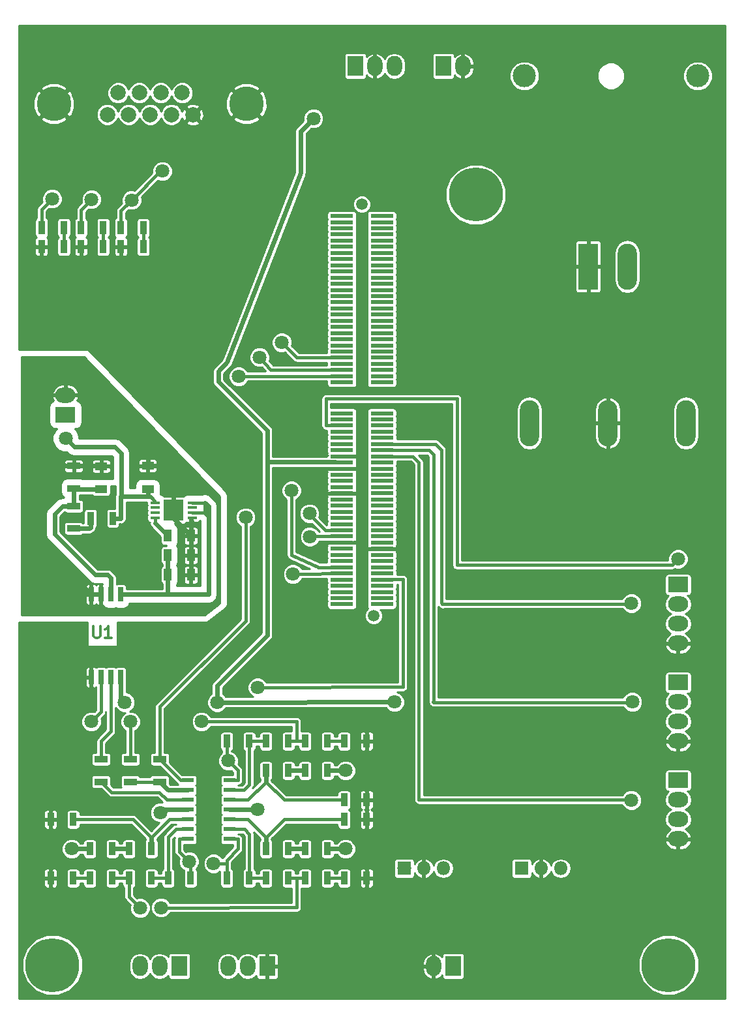
<source format=gbr>
G04 #@! TF.FileFunction,Copper,L1,Top,Signal*
%FSLAX46Y46*%
G04 Gerber Fmt 4.6, Leading zero omitted, Abs format (unit mm)*
G04 Created by KiCad (PCBNEW 4.0.7) date 05/25/18 18:50:48*
%MOMM*%
%LPD*%
G01*
G04 APERTURE LIST*
%ADD10C,0.100000*%
%ADD11C,0.300000*%
%ADD12C,7.000000*%
%ADD13R,1.700000X0.900000*%
%ADD14R,2.000000X2.600000*%
%ADD15O,2.000000X2.600000*%
%ADD16O,2.500000X6.000000*%
%ADD17R,2.500000X6.000000*%
%ADD18R,1.000000X1.600000*%
%ADD19R,1.600000X1.000000*%
%ADD20C,3.000000*%
%ADD21R,2.600000X2.000000*%
%ADD22O,2.600000X2.000000*%
%ADD23R,0.900000X1.700000*%
%ADD24R,1.500000X0.600000*%
%ADD25R,1.800000X1.800000*%
%ADD26O,1.800000X1.800000*%
%ADD27C,2.000000*%
%ADD28C,4.500000*%
%ADD29R,0.640000X1.905000*%
%ADD30R,1.260000X0.400000*%
%ADD31R,2.550000X2.750000*%
%ADD32R,3.000000X0.500000*%
%ADD33C,1.500000*%
%ADD34C,1.800000*%
%ADD35C,0.600000*%
%ADD36C,0.250000*%
%ADD37C,0.400000*%
%ADD38C,0.290000*%
%ADD39C,0.254000*%
G04 APERTURE END LIST*
D10*
D11*
X10357143Y-78628571D02*
X10357143Y-79842857D01*
X10428571Y-79985714D01*
X10500000Y-80057143D01*
X10642857Y-80128571D01*
X10928571Y-80128571D01*
X11071429Y-80057143D01*
X11142857Y-79985714D01*
X11214286Y-79842857D01*
X11214286Y-78628571D01*
X12714286Y-80128571D02*
X11857143Y-80128571D01*
X12285715Y-80128571D02*
X12285715Y-78628571D01*
X12142858Y-78842857D01*
X12000000Y-78985714D01*
X11857143Y-79057143D01*
D12*
X60000000Y-22600000D03*
X85000000Y-122600000D03*
D13*
X7781480Y-65946560D03*
X7781480Y-63046560D03*
D14*
X55775760Y-5918120D03*
D15*
X58315760Y-5918120D03*
D16*
X77124460Y-52260420D03*
D17*
X74584460Y-31940420D03*
D16*
X79664460Y-31940420D03*
X66964460Y-52260420D03*
X87284460Y-52260420D03*
D18*
X22985760Y-71958120D03*
X19985760Y-71958120D03*
D19*
X11338460Y-60859720D03*
X11338460Y-57859720D03*
X17400000Y-60800000D03*
X17400000Y-57800000D03*
D18*
X19985760Y-66878120D03*
X22985760Y-66878120D03*
X19985760Y-69418120D03*
X22985760Y-69418120D03*
D20*
X88795760Y-7188120D03*
X66295760Y-7188120D03*
D14*
X44345760Y-5918120D03*
D15*
X46885760Y-5918120D03*
X49425760Y-5918120D03*
D21*
X6700000Y-51150000D03*
D22*
X6700000Y-48610000D03*
D14*
X21485760Y-122758120D03*
D15*
X18945760Y-122758120D03*
X16405760Y-122758120D03*
D14*
X32915760Y-122758120D03*
D15*
X30375760Y-122758120D03*
X27835760Y-122758120D03*
D14*
X57045760Y-122758120D03*
D15*
X54505760Y-122758120D03*
D21*
X86255760Y-73228120D03*
D22*
X86255760Y-75768120D03*
X86255760Y-78308120D03*
X86255760Y-80848120D03*
D21*
X86255760Y-85928120D03*
D22*
X86255760Y-88468120D03*
X86255760Y-91008120D03*
X86255760Y-93548120D03*
D21*
X86255760Y-98628120D03*
D22*
X86255760Y-101168120D03*
X86255760Y-103708120D03*
X86255760Y-106248120D03*
D23*
X6505000Y-29345000D03*
X3605000Y-29345000D03*
X16805760Y-29348120D03*
X13905760Y-29348120D03*
X12856880Y-64620760D03*
X9956880Y-64620760D03*
X3605000Y-26895000D03*
X6505000Y-26895000D03*
X13905760Y-26898120D03*
X16805760Y-26898120D03*
D13*
X11325760Y-98808120D03*
X11325760Y-95908120D03*
X15135760Y-98808120D03*
X15135760Y-95908120D03*
D23*
X8720620Y-26901740D03*
X11620620Y-26901740D03*
X37815760Y-111328120D03*
X40715760Y-111328120D03*
X12775760Y-111328120D03*
X9875760Y-111328120D03*
X32735760Y-111328120D03*
X35635760Y-111328120D03*
X7695760Y-111328120D03*
X4795760Y-111328120D03*
X37815760Y-93548120D03*
X40715760Y-93548120D03*
X42895760Y-93548120D03*
X45795760Y-93548120D03*
X40715760Y-107518120D03*
X37815760Y-107518120D03*
X42895760Y-103708120D03*
X45795760Y-103708120D03*
X17855760Y-111328120D03*
X14955760Y-111328120D03*
X32735760Y-93548120D03*
X35635760Y-93548120D03*
X9875760Y-107518120D03*
X12775760Y-107518120D03*
X27655760Y-111328120D03*
X30555760Y-111328120D03*
X14955760Y-107518120D03*
X17855760Y-107518120D03*
D13*
X7782460Y-60720820D03*
X7782460Y-57820820D03*
X18945760Y-95908120D03*
X18945760Y-98808120D03*
D23*
X11614380Y-29338260D03*
X8714380Y-29338260D03*
X42895760Y-111328120D03*
X45795760Y-111328120D03*
X35635760Y-107518120D03*
X32735760Y-107518120D03*
X7695760Y-103708120D03*
X4795760Y-103708120D03*
X40715760Y-97358120D03*
X37815760Y-97358120D03*
X35635760Y-97358120D03*
X32735760Y-97358120D03*
X42895760Y-101168120D03*
X45795760Y-101168120D03*
X22935760Y-111328120D03*
X20035760Y-111328120D03*
X27655760Y-93548120D03*
X30555760Y-93548120D03*
D24*
X22595760Y-98628120D03*
X22595760Y-99898120D03*
X22595760Y-101168120D03*
X22595760Y-102438120D03*
X22595760Y-103708120D03*
X22595760Y-104978120D03*
X22595760Y-106248120D03*
X27995760Y-106248120D03*
X27995760Y-104978120D03*
X27995760Y-103708120D03*
X27995760Y-102438120D03*
X27995760Y-101168120D03*
X27995760Y-99898120D03*
X27995760Y-98628120D03*
D25*
X50695760Y-110058120D03*
D26*
X53235760Y-110058120D03*
X55775760Y-110058120D03*
D25*
X65935760Y-110058120D03*
D26*
X68475760Y-110058120D03*
X71015760Y-110058120D03*
D12*
X5000000Y-122600000D03*
D27*
X17695760Y-12218120D03*
X20465760Y-12218120D03*
X23235760Y-12218120D03*
X14925760Y-12218120D03*
X12155760Y-12218120D03*
X16310760Y-9378120D03*
X13540760Y-9378120D03*
X19080760Y-9378120D03*
X21850760Y-9378120D03*
D28*
X30195760Y-10798120D03*
X5195760Y-10798120D03*
D29*
X13865760Y-74498120D03*
X12595760Y-74498120D03*
X11325760Y-74498120D03*
X10055760Y-74498120D03*
X13865760Y-85243120D03*
X12595760Y-85243120D03*
X11325760Y-85243120D03*
X10055760Y-85243120D03*
D30*
X18348860Y-62572820D03*
X18348860Y-63222820D03*
X18348860Y-63872820D03*
X18348860Y-64522820D03*
X23148860Y-62572820D03*
X23148860Y-63222820D03*
X23148860Y-63872820D03*
X23148860Y-64522820D03*
D31*
X20753860Y-63552820D03*
D32*
X47785760Y-75768120D03*
X42585760Y-75768120D03*
X47785760Y-74968120D03*
X42585760Y-74968120D03*
X47785760Y-74168120D03*
X42585760Y-74168120D03*
X47785760Y-73368120D03*
X42585760Y-73368120D03*
X47785760Y-72568120D03*
X42585760Y-72568120D03*
X47785760Y-71768120D03*
X42585760Y-71768120D03*
X47785760Y-70968120D03*
X42585760Y-70968120D03*
X47785760Y-70168120D03*
X42585760Y-70168120D03*
X47785760Y-69368120D03*
X42585760Y-69368120D03*
X47785760Y-68568120D03*
X42585760Y-68568120D03*
X47785760Y-67768120D03*
X42585760Y-67768120D03*
X47785760Y-66968120D03*
X42585760Y-66968120D03*
X47785760Y-66168120D03*
X42585760Y-66168120D03*
X47785760Y-65368120D03*
X42585760Y-65368120D03*
X47785760Y-64568120D03*
X42585760Y-64568120D03*
X47785760Y-63768120D03*
X42585760Y-63768120D03*
X47785760Y-62968120D03*
X42585760Y-62968120D03*
X47785760Y-62168120D03*
X42585760Y-62168120D03*
X47785760Y-61368120D03*
X42585760Y-61368120D03*
X47785760Y-60568120D03*
X42585760Y-60568120D03*
X47785760Y-59768120D03*
X42585760Y-59768120D03*
X47785760Y-58968120D03*
X42585760Y-58968120D03*
X47785760Y-58168120D03*
X42585760Y-58168120D03*
X47785760Y-57368120D03*
X42585760Y-57368120D03*
X47785760Y-56568120D03*
X42585760Y-56568120D03*
X47785760Y-55768120D03*
X42585760Y-55768120D03*
X47785760Y-54968120D03*
X42585760Y-54968120D03*
X47785760Y-54168120D03*
X42585760Y-54168120D03*
X47785760Y-53368120D03*
X42585760Y-53368120D03*
X47785760Y-52568120D03*
X42585760Y-52568120D03*
X47785760Y-51768120D03*
X42585760Y-51768120D03*
X47785760Y-50968120D03*
X42585760Y-50968120D03*
X47785760Y-46968120D03*
X42585760Y-46968120D03*
X47785760Y-46168120D03*
X42585760Y-46168120D03*
X47785760Y-45368120D03*
X42585760Y-45368120D03*
X47785760Y-44568120D03*
X42585760Y-44568120D03*
X47785760Y-43768120D03*
X42585760Y-43768120D03*
X47785760Y-42968120D03*
X42585760Y-42968120D03*
X47785760Y-42168120D03*
X42585760Y-42168120D03*
X47785760Y-41368120D03*
X42585760Y-41368120D03*
X47785760Y-40568120D03*
X42585760Y-40568120D03*
X47785760Y-39768120D03*
X42585760Y-39768120D03*
X47785760Y-38968120D03*
X42585760Y-38968120D03*
X47785760Y-38168120D03*
X42585760Y-38168120D03*
X47785760Y-37368120D03*
X42585760Y-37368120D03*
X47785760Y-36568120D03*
X42585760Y-36568120D03*
X47785760Y-35768120D03*
X42585760Y-35768120D03*
X47785760Y-34968120D03*
X42585760Y-34968120D03*
X47785760Y-34168120D03*
X42585760Y-34168120D03*
X47785760Y-33368120D03*
X42585760Y-33368120D03*
X47785760Y-32568120D03*
X42585760Y-32568120D03*
X47785760Y-31768120D03*
X42585760Y-31768120D03*
X47785760Y-30968120D03*
X42585760Y-30968120D03*
X47785760Y-30168120D03*
X42585760Y-30168120D03*
X47785760Y-29368120D03*
X42585760Y-29368120D03*
X47785760Y-28568120D03*
X42585760Y-28568120D03*
X47785760Y-27768120D03*
X42585760Y-27768120D03*
X47785760Y-26968120D03*
X42585760Y-26968120D03*
X47785760Y-26168120D03*
X47785760Y-25368120D03*
X42585760Y-26168120D03*
X42585760Y-25368120D03*
D33*
X45185760Y-23868120D03*
X46695760Y-77278120D03*
D34*
X6700000Y-45300000D03*
X50695760Y-110058120D03*
X6750000Y-54250000D03*
X36050000Y-61000000D03*
X19000000Y-102800000D03*
X31645760Y-102438120D03*
X80200000Y-75650000D03*
X86250000Y-69900000D03*
X80300000Y-88450000D03*
X80200000Y-101200000D03*
X15135760Y-91008120D03*
X10055760Y-91008120D03*
X30100000Y-64500000D03*
X38400000Y-64000000D03*
X19100000Y-115150000D03*
X16400000Y-115200000D03*
X24395760Y-91008120D03*
X36250000Y-71850000D03*
X25930760Y-109423120D03*
X22750000Y-109150000D03*
X31645760Y-86563120D03*
X38450000Y-67000000D03*
X27835760Y-96088120D03*
X29200000Y-46200000D03*
X4975000Y-23125000D03*
X19300000Y-19550000D03*
X31900000Y-43700000D03*
X15300000Y-23300000D03*
X34800000Y-41800000D03*
X10100000Y-23200000D03*
X14400000Y-88500000D03*
X26400000Y-88500000D03*
X7515760Y-107518120D03*
X49425760Y-88468120D03*
X38900000Y-12700000D03*
X43075760Y-97358120D03*
X43075760Y-107518120D03*
D35*
X6450000Y-57820820D02*
X6450000Y-57500000D01*
X4100000Y-45300000D02*
X6700000Y-45300000D01*
X2800000Y-46600000D02*
X4100000Y-45300000D01*
X2800000Y-53850000D02*
X2800000Y-46600000D01*
X6450000Y-57500000D02*
X2800000Y-53850000D01*
X17400000Y-56000000D02*
X17400000Y-57800000D01*
X6700000Y-45300000D02*
X17400000Y-56000000D01*
X22985760Y-66878120D02*
X22985760Y-69418120D01*
X22985760Y-69418120D02*
X22985760Y-71958120D01*
X20753860Y-63552820D02*
X20753860Y-58526220D01*
X20112760Y-57885120D02*
X17400000Y-57800000D01*
X20753860Y-58526220D02*
X20112760Y-57885120D01*
X7782460Y-57820820D02*
X6450000Y-57820820D01*
X6450000Y-57820820D02*
X6413060Y-57820820D01*
X3075760Y-67518120D02*
X10055760Y-74498120D01*
X3075760Y-61158120D02*
X3075760Y-67518120D01*
X6413060Y-57820820D02*
X3075760Y-61158120D01*
D36*
X20753860Y-63552820D02*
X20753860Y-64646220D01*
D35*
X20753860Y-64646220D02*
X22985760Y-66878120D01*
X22985760Y-66878120D02*
X22985760Y-64685920D01*
D36*
X22985760Y-64685920D02*
X23148860Y-64522820D01*
D35*
X7782460Y-57820820D02*
X11299560Y-57820820D01*
D36*
X11299560Y-57820820D02*
X11300360Y-57821620D01*
X17336500Y-57736500D02*
X17387300Y-57685700D01*
D35*
X10055760Y-74498120D02*
X11325760Y-74498120D01*
D37*
X24830460Y-63872820D02*
X24830460Y-62602820D01*
X24830460Y-62602820D02*
X24800460Y-62572820D01*
D35*
X19985760Y-69418120D02*
X19985760Y-71958120D01*
X20215760Y-74498120D02*
X13865760Y-74498120D01*
X25295760Y-64338120D02*
X25295760Y-74498120D01*
X25295760Y-74498120D02*
X20215760Y-74498120D01*
X19985760Y-74268120D02*
X19985760Y-71958120D01*
X20215760Y-74498120D02*
X19985760Y-74268120D01*
X25295760Y-63068120D02*
X25295760Y-64338120D01*
X24800460Y-62572820D02*
X25295760Y-63068120D01*
D37*
X23148860Y-62572820D02*
X24800460Y-62572820D01*
D35*
X25295760Y-64338120D02*
X24830460Y-63872820D01*
D37*
X24830460Y-63872820D02*
X23148860Y-63872820D01*
D35*
X7781480Y-63046560D02*
X6303440Y-63046560D01*
X12595760Y-72345760D02*
X12595760Y-74498120D01*
X12200000Y-71950000D02*
X12595760Y-72345760D01*
X10600000Y-71950000D02*
X12200000Y-71950000D01*
X5300000Y-66650000D02*
X10600000Y-71950000D01*
X5300000Y-64050000D02*
X5300000Y-66650000D01*
X6303440Y-63046560D02*
X5300000Y-64050000D01*
X11338460Y-60859720D02*
X7921360Y-60859720D01*
X7921360Y-60859720D02*
X7782460Y-60720820D01*
X7782460Y-60720820D02*
X7782460Y-63045580D01*
X7782460Y-63045580D02*
X7781480Y-63046560D01*
X13950000Y-61715760D02*
X13865760Y-61800000D01*
X13950000Y-56150000D02*
X13950000Y-61715760D01*
X13150000Y-55350000D02*
X13950000Y-56150000D01*
X7850000Y-55350000D02*
X13150000Y-55350000D01*
X6750000Y-54250000D02*
X7850000Y-55350000D01*
X13865760Y-64250000D02*
X13865760Y-64634240D01*
X13852280Y-64620760D02*
X12856880Y-64620760D01*
X13865760Y-64634240D02*
X13852280Y-64620760D01*
D38*
X17500000Y-61800000D02*
X17576040Y-61800000D01*
X17576040Y-61800000D02*
X18348860Y-62572820D01*
D37*
X17500000Y-61800000D02*
X17750000Y-61800000D01*
X17750000Y-61800000D02*
X18300000Y-62350000D01*
D35*
X17400000Y-60800000D02*
X17400000Y-61700000D01*
X17400000Y-61700000D02*
X17500000Y-61800000D01*
X17500000Y-61800000D02*
X13865760Y-61800000D01*
X13865760Y-61800000D02*
X14000000Y-61800000D01*
X14000000Y-61800000D02*
X13865760Y-61800000D01*
X13865760Y-64338120D02*
X13865760Y-64250000D01*
X13865760Y-64250000D02*
X13865760Y-61800000D01*
D37*
X18348860Y-64522820D02*
X18348860Y-65241220D01*
D35*
X18348860Y-65241220D02*
X19985760Y-66878120D01*
D37*
X36050000Y-61000000D02*
X36050000Y-69400000D01*
X36050000Y-69400000D02*
X39568120Y-70968120D01*
X43485760Y-70968120D02*
X39568120Y-70968120D01*
X39568120Y-70968120D02*
X39545760Y-70968120D01*
D35*
X22595760Y-102438120D02*
X19361880Y-102438120D01*
X19361880Y-102438120D02*
X19000000Y-102800000D01*
X31645760Y-102438120D02*
X27995760Y-102438120D01*
D37*
X80137500Y-75712500D02*
X55637500Y-75712500D01*
X80200000Y-75650000D02*
X80137500Y-75712500D01*
X46885760Y-54968120D02*
X54743120Y-54968120D01*
X55500000Y-75575000D02*
X55637500Y-75712500D01*
X55637500Y-75712500D02*
X55693120Y-75768120D01*
X55500000Y-55725000D02*
X55500000Y-75575000D01*
X54743120Y-54968120D02*
X55500000Y-55725000D01*
X43485760Y-52568120D02*
X40568120Y-52568120D01*
X57528360Y-70688120D02*
X85461880Y-70688120D01*
X57528360Y-49072720D02*
X57528360Y-70688120D01*
X40535760Y-49098120D02*
X57528360Y-49072720D01*
X40535760Y-51638120D02*
X40535760Y-49098120D01*
X85461880Y-70688120D02*
X86250000Y-69900000D01*
X40535760Y-52535760D02*
X40535760Y-51638120D01*
X40568120Y-52568120D02*
X40535760Y-52535760D01*
X43485760Y-52568120D02*
X41465760Y-52568120D01*
X80250000Y-88500000D02*
X54500000Y-88500000D01*
X80300000Y-88450000D02*
X80250000Y-88500000D01*
X46885760Y-55768120D02*
X53918120Y-55768120D01*
X54500000Y-88500000D02*
X54468120Y-88468120D01*
X54500000Y-56350000D02*
X54500000Y-88500000D01*
X53918120Y-55768120D02*
X54500000Y-56350000D01*
X80136240Y-101136240D02*
X52600000Y-101136240D01*
X80200000Y-101200000D02*
X80136240Y-101136240D01*
X51793120Y-56568120D02*
X46885760Y-56568120D01*
X52600000Y-57375000D02*
X51793120Y-56568120D01*
X52600000Y-101136240D02*
X52600000Y-57375000D01*
X52631880Y-101168120D02*
X52600000Y-101136240D01*
X6505000Y-26895000D02*
X6505000Y-29345000D01*
X16805760Y-26898120D02*
X16805760Y-29348120D01*
X22595760Y-101168120D02*
X19868120Y-101168120D01*
X12717640Y-100200000D02*
X11325760Y-98808120D01*
X18900000Y-100200000D02*
X12717640Y-100200000D01*
X19868120Y-101168120D02*
X18900000Y-100200000D01*
X11325760Y-95908120D02*
X11325760Y-93548120D01*
X11325760Y-93548120D02*
X12595760Y-92278120D01*
X12595760Y-92278120D02*
X12595760Y-85243120D01*
X18945760Y-98808120D02*
X15135760Y-98808120D01*
D35*
X22595760Y-99898120D02*
X20035760Y-99898120D01*
X20035760Y-99898120D02*
X18945760Y-98808120D01*
D37*
X15135760Y-95908120D02*
X15135760Y-91008120D01*
X10055760Y-91008120D02*
X11325760Y-89738120D01*
X11325760Y-89738120D02*
X11325760Y-85243120D01*
X11620620Y-26901740D02*
X11620620Y-29332020D01*
X11620620Y-29332020D02*
X11614380Y-29338260D01*
X40715760Y-111328120D02*
X42895760Y-111328120D01*
X9875760Y-111328120D02*
X7695760Y-111328120D01*
X27995760Y-104978120D02*
X29938120Y-104978120D01*
X29938120Y-104978120D02*
X30555760Y-105595760D01*
X30555760Y-105595760D02*
X30555760Y-111328120D01*
X30555760Y-111328120D02*
X32735760Y-111328120D01*
X42895760Y-93548120D02*
X40715760Y-93548120D01*
D35*
X35635760Y-107518120D02*
X37815760Y-107518120D01*
D37*
X42895760Y-103708120D02*
X35095760Y-103708120D01*
X35095760Y-103708120D02*
X32735760Y-106068120D01*
X27995760Y-103708120D02*
X30375760Y-103708120D01*
X30375760Y-103708120D02*
X32735760Y-106068120D01*
D35*
X32735760Y-106068120D02*
X32735760Y-107518120D01*
D37*
X22595760Y-104978120D02*
X21046880Y-104978120D01*
X21046880Y-104978120D02*
X20035760Y-105989240D01*
X20035760Y-105989240D02*
X20035760Y-111328120D01*
X17855760Y-111328120D02*
X20035760Y-111328120D01*
X27995760Y-99898120D02*
X29851880Y-99898120D01*
X29851880Y-99898120D02*
X30555760Y-99194240D01*
X30555760Y-99194240D02*
X30555760Y-93548120D01*
X32735760Y-93548120D02*
X30555760Y-93548120D01*
D35*
X14955760Y-107518120D02*
X12775760Y-107518120D01*
D37*
X7695760Y-103708120D02*
X15495760Y-103708120D01*
X15495760Y-103708120D02*
X17855760Y-106068120D01*
D35*
X17855760Y-107518120D02*
X17855760Y-106068120D01*
D37*
X20215760Y-103708120D02*
X22595760Y-103708120D01*
X17855760Y-106068120D02*
X20215760Y-103708120D01*
X38400000Y-64000000D02*
X38400000Y-64150000D01*
X40418120Y-66168120D02*
X43485760Y-66168120D01*
X38400000Y-64150000D02*
X40418120Y-66168120D01*
X42400000Y-66168120D02*
X42368120Y-66168120D01*
X18945760Y-89054240D02*
X30100000Y-77900000D01*
X30100000Y-77900000D02*
X30100000Y-64500000D01*
X18945760Y-95908120D02*
X18945760Y-89054240D01*
X42400000Y-66168120D02*
X43485760Y-66168120D01*
X22595760Y-98628120D02*
X21665760Y-98628120D01*
X21665760Y-98628120D02*
X18945760Y-95908120D01*
D35*
X35635760Y-97358120D02*
X37815760Y-97358120D01*
D37*
X42895760Y-101168120D02*
X35095760Y-101168120D01*
X35095760Y-101168120D02*
X32735760Y-98808120D01*
D35*
X32735760Y-97358120D02*
X32735760Y-98808120D01*
D37*
X32735760Y-98808120D02*
X30375760Y-101168120D01*
X30375760Y-101168120D02*
X27995760Y-101168120D01*
X19150034Y-115149966D02*
X19100034Y-115149966D01*
X19100034Y-115149966D02*
X19100000Y-115150000D01*
X36725760Y-115138120D02*
X36725760Y-111328120D01*
X19150034Y-115149966D02*
X36725760Y-115138120D01*
X35635760Y-111328120D02*
X36725760Y-111328120D01*
X36725760Y-111328120D02*
X37995760Y-111328120D01*
D36*
X37995760Y-111328120D02*
X37815760Y-111328120D01*
D37*
X14955760Y-111328120D02*
X14955760Y-113755760D01*
X14955760Y-113755760D02*
X16400000Y-115200000D01*
X14955760Y-111328120D02*
X13865760Y-111328120D01*
X13865760Y-111328120D02*
X12775760Y-111328120D01*
X36725760Y-93548120D02*
X36725760Y-91008120D01*
X36725760Y-91008120D02*
X24395760Y-91008120D01*
X37815760Y-93548120D02*
X36725760Y-93548120D01*
X36725760Y-93548120D02*
X35635760Y-93548120D01*
X25930760Y-109423120D02*
X27655760Y-109423120D01*
X36287600Y-71812400D02*
X36250000Y-71850000D01*
X43485760Y-71768120D02*
X36287600Y-71812400D01*
X27655760Y-111328120D02*
X27655760Y-109423120D01*
X27655760Y-109423120D02*
X27655760Y-108968120D01*
X27655760Y-108968120D02*
X29105760Y-107518120D01*
X29105760Y-107518120D02*
X29105760Y-106248120D01*
X29105760Y-106248120D02*
X27995760Y-106248120D01*
X21485760Y-107518120D02*
X21485760Y-107885760D01*
X22755760Y-106248120D02*
X21485760Y-106248120D01*
X21485760Y-107518120D02*
X21485760Y-106248120D01*
X22935760Y-109335760D02*
X22935760Y-111328120D01*
X21485760Y-107885760D02*
X22935760Y-109335760D01*
X31645760Y-86563120D02*
X50525760Y-86513120D01*
X50525760Y-86513120D02*
X50525760Y-72543120D01*
X50525760Y-72543120D02*
X50500760Y-72518120D01*
X50500760Y-72518120D02*
X46885760Y-72568120D01*
D36*
X22755760Y-106248120D02*
X22595760Y-106248120D01*
D37*
X43485760Y-66968120D02*
X38481880Y-66968120D01*
X38481880Y-66968120D02*
X38450000Y-67000000D01*
X27655760Y-93548120D02*
X27655760Y-95908120D01*
X27655760Y-95908120D02*
X27835760Y-96088120D01*
X29105760Y-98628120D02*
X27995760Y-98628120D01*
X27835760Y-96088120D02*
X29105760Y-97358120D01*
X29105760Y-97358120D02*
X29105760Y-98628120D01*
X3605000Y-26895000D02*
X3605000Y-24495000D01*
X3605000Y-24495000D02*
X4975000Y-23125000D01*
X43485760Y-46168120D02*
X29231880Y-46168120D01*
X29231880Y-46168120D02*
X29200000Y-46200000D01*
X19300000Y-19550000D02*
X19050000Y-19550000D01*
X19050000Y-19550000D02*
X15300000Y-23300000D01*
X43485760Y-45368120D02*
X33368120Y-45368120D01*
X31900000Y-43700000D02*
X33368120Y-45368120D01*
X15300000Y-23300000D02*
X13905760Y-24694240D01*
X13905760Y-24694240D02*
X13905760Y-26898120D01*
X13905760Y-26898120D02*
X13905760Y-24694240D01*
X34800000Y-41800000D02*
X36768120Y-43768120D01*
X36768120Y-43768120D02*
X43485760Y-43768120D01*
X8720620Y-24579380D02*
X8820620Y-24479380D01*
X8820620Y-24479380D02*
X10100000Y-23200000D01*
X8720620Y-24579380D02*
X8720620Y-26901740D01*
D35*
X13865760Y-85243120D02*
X13865760Y-87965760D01*
X13865760Y-87965760D02*
X14400000Y-88500000D01*
X7515760Y-107518120D02*
X9875760Y-107518120D01*
X26400000Y-88500000D02*
X26400000Y-86300000D01*
X32900000Y-79800000D02*
X32900000Y-57300000D01*
X26400000Y-86300000D02*
X32900000Y-79800000D01*
X26400000Y-88500000D02*
X49425760Y-88468120D01*
X37250000Y-14350000D02*
X38900000Y-12700000D01*
X37250000Y-14350000D02*
X37250000Y-19800000D01*
X27693840Y-44356160D02*
X26550000Y-45500000D01*
X26550000Y-45500000D02*
X26550000Y-46900000D01*
X26550000Y-46900000D02*
X32900000Y-53250000D01*
X32900000Y-57300000D02*
X32900000Y-53250000D01*
X37250000Y-19800000D02*
X27693840Y-44356160D01*
D37*
X43485760Y-57368120D02*
X41818120Y-57368120D01*
D35*
X41750000Y-57300000D02*
X41350000Y-57300000D01*
D37*
X41818120Y-57368120D02*
X41750000Y-57300000D01*
D35*
X32900000Y-57300000D02*
X41350000Y-57300000D01*
X41350000Y-57300000D02*
X41400000Y-57300000D01*
D36*
X13865760Y-85928120D02*
X13865760Y-85243120D01*
D35*
X43075760Y-97358120D02*
X40715760Y-97358120D01*
X43075760Y-107518120D02*
X40715760Y-107518120D01*
D37*
X43436760Y-61417120D02*
X43485760Y-61368120D01*
D36*
X4795760Y-103708120D02*
X4745760Y-103658120D01*
D35*
X7781480Y-65946560D02*
X9803440Y-65946560D01*
X9956880Y-65793120D02*
X9956880Y-64620760D01*
X9803440Y-65946560D02*
X9956880Y-65793120D01*
D39*
G36*
X92365000Y-126965000D02*
X635000Y-126965000D01*
X635000Y-123379286D01*
X1064319Y-123379286D01*
X1662124Y-124826086D01*
X2768091Y-125933985D01*
X4213846Y-126534315D01*
X5779286Y-126535681D01*
X7226086Y-125937876D01*
X8333985Y-124831909D01*
X8934315Y-123386154D01*
X8935154Y-122424129D01*
X14970760Y-122424129D01*
X14970760Y-123092111D01*
X15079993Y-123641262D01*
X15391062Y-124106809D01*
X15856609Y-124417878D01*
X16405760Y-124527111D01*
X16954911Y-124417878D01*
X17420458Y-124106809D01*
X17675760Y-123724723D01*
X17931062Y-124106809D01*
X18396609Y-124417878D01*
X18945760Y-124527111D01*
X19494911Y-124417878D01*
X19960458Y-124106809D01*
X20042238Y-123984417D01*
X20042238Y-124058120D01*
X20072570Y-124219321D01*
X20167840Y-124367375D01*
X20313205Y-124466699D01*
X20485760Y-124501642D01*
X22485760Y-124501642D01*
X22646961Y-124471310D01*
X22795015Y-124376040D01*
X22894339Y-124230675D01*
X22929282Y-124058120D01*
X22929282Y-122424129D01*
X26400760Y-122424129D01*
X26400760Y-123092111D01*
X26509993Y-123641262D01*
X26821062Y-124106809D01*
X27286609Y-124417878D01*
X27835760Y-124527111D01*
X28384911Y-124417878D01*
X28850458Y-124106809D01*
X29105760Y-123724723D01*
X29361062Y-124106809D01*
X29826609Y-124417878D01*
X30375760Y-124527111D01*
X30924911Y-124417878D01*
X31390458Y-124106809D01*
X31480760Y-123971663D01*
X31480760Y-124144647D01*
X31546985Y-124304528D01*
X31669352Y-124426895D01*
X31829233Y-124493120D01*
X32680010Y-124493120D01*
X32788760Y-124384370D01*
X32788760Y-122885120D01*
X33042760Y-122885120D01*
X33042760Y-124384370D01*
X33151510Y-124493120D01*
X34002287Y-124493120D01*
X34162168Y-124426895D01*
X34284535Y-124304528D01*
X34350760Y-124144647D01*
X34350760Y-122993870D01*
X34242010Y-122885120D01*
X53070760Y-122885120D01*
X53070760Y-123185120D01*
X53228594Y-123724603D01*
X53580864Y-124162620D01*
X54073941Y-124432487D01*
X54156721Y-124450024D01*
X54378760Y-124378275D01*
X54378760Y-122885120D01*
X53070760Y-122885120D01*
X34242010Y-122885120D01*
X33042760Y-122885120D01*
X32788760Y-122885120D01*
X32768760Y-122885120D01*
X32768760Y-122631120D01*
X32788760Y-122631120D01*
X32788760Y-121131870D01*
X33042760Y-121131870D01*
X33042760Y-122631120D01*
X34242010Y-122631120D01*
X34350760Y-122522370D01*
X34350760Y-122331120D01*
X53070760Y-122331120D01*
X53070760Y-122631120D01*
X54378760Y-122631120D01*
X54378760Y-121137965D01*
X54632760Y-121137965D01*
X54632760Y-122631120D01*
X54652760Y-122631120D01*
X54652760Y-122885120D01*
X54632760Y-122885120D01*
X54632760Y-124378275D01*
X54854799Y-124450024D01*
X54937579Y-124432487D01*
X55430656Y-124162620D01*
X55602238Y-123949273D01*
X55602238Y-124058120D01*
X55632570Y-124219321D01*
X55727840Y-124367375D01*
X55873205Y-124466699D01*
X56045760Y-124501642D01*
X58045760Y-124501642D01*
X58206961Y-124471310D01*
X58355015Y-124376040D01*
X58454339Y-124230675D01*
X58489282Y-124058120D01*
X58489282Y-123379286D01*
X81064319Y-123379286D01*
X81662124Y-124826086D01*
X82768091Y-125933985D01*
X84213846Y-126534315D01*
X85779286Y-126535681D01*
X87226086Y-125937876D01*
X88333985Y-124831909D01*
X88934315Y-123386154D01*
X88935681Y-121820714D01*
X88337876Y-120373914D01*
X87231909Y-119266015D01*
X85786154Y-118665685D01*
X84220714Y-118664319D01*
X82773914Y-119262124D01*
X81666015Y-120368091D01*
X81065685Y-121813846D01*
X81064319Y-123379286D01*
X58489282Y-123379286D01*
X58489282Y-121458120D01*
X58458950Y-121296919D01*
X58363680Y-121148865D01*
X58218315Y-121049541D01*
X58045760Y-121014598D01*
X56045760Y-121014598D01*
X55884559Y-121044930D01*
X55736505Y-121140200D01*
X55637181Y-121285565D01*
X55602238Y-121458120D01*
X55602238Y-121566967D01*
X55430656Y-121353620D01*
X54937579Y-121083753D01*
X54854799Y-121066216D01*
X54632760Y-121137965D01*
X54378760Y-121137965D01*
X54156721Y-121066216D01*
X54073941Y-121083753D01*
X53580864Y-121353620D01*
X53228594Y-121791637D01*
X53070760Y-122331120D01*
X34350760Y-122331120D01*
X34350760Y-121371593D01*
X34284535Y-121211712D01*
X34162168Y-121089345D01*
X34002287Y-121023120D01*
X33151510Y-121023120D01*
X33042760Y-121131870D01*
X32788760Y-121131870D01*
X32680010Y-121023120D01*
X31829233Y-121023120D01*
X31669352Y-121089345D01*
X31546985Y-121211712D01*
X31480760Y-121371593D01*
X31480760Y-121544577D01*
X31390458Y-121409431D01*
X30924911Y-121098362D01*
X30375760Y-120989129D01*
X29826609Y-121098362D01*
X29361062Y-121409431D01*
X29105760Y-121791517D01*
X28850458Y-121409431D01*
X28384911Y-121098362D01*
X27835760Y-120989129D01*
X27286609Y-121098362D01*
X26821062Y-121409431D01*
X26509993Y-121874978D01*
X26400760Y-122424129D01*
X22929282Y-122424129D01*
X22929282Y-121458120D01*
X22898950Y-121296919D01*
X22803680Y-121148865D01*
X22658315Y-121049541D01*
X22485760Y-121014598D01*
X20485760Y-121014598D01*
X20324559Y-121044930D01*
X20176505Y-121140200D01*
X20077181Y-121285565D01*
X20042238Y-121458120D01*
X20042238Y-121531823D01*
X19960458Y-121409431D01*
X19494911Y-121098362D01*
X18945760Y-120989129D01*
X18396609Y-121098362D01*
X17931062Y-121409431D01*
X17675760Y-121791517D01*
X17420458Y-121409431D01*
X16954911Y-121098362D01*
X16405760Y-120989129D01*
X15856609Y-121098362D01*
X15391062Y-121409431D01*
X15079993Y-121874978D01*
X14970760Y-122424129D01*
X8935154Y-122424129D01*
X8935681Y-121820714D01*
X8337876Y-120373914D01*
X7231909Y-119266015D01*
X5786154Y-118665685D01*
X4220714Y-118664319D01*
X2773914Y-119262124D01*
X1666015Y-120368091D01*
X1065685Y-121813846D01*
X1064319Y-123379286D01*
X635000Y-123379286D01*
X635000Y-111563870D01*
X3910760Y-111563870D01*
X3910760Y-112264647D01*
X3976985Y-112424528D01*
X4099352Y-112546895D01*
X4259233Y-112613120D01*
X4560010Y-112613120D01*
X4668760Y-112504370D01*
X4668760Y-111455120D01*
X4922760Y-111455120D01*
X4922760Y-112504370D01*
X5031510Y-112613120D01*
X5332287Y-112613120D01*
X5492168Y-112546895D01*
X5614535Y-112424528D01*
X5680760Y-112264647D01*
X5680760Y-111563870D01*
X5572010Y-111455120D01*
X4922760Y-111455120D01*
X4668760Y-111455120D01*
X4019510Y-111455120D01*
X3910760Y-111563870D01*
X635000Y-111563870D01*
X635000Y-110391593D01*
X3910760Y-110391593D01*
X3910760Y-111092370D01*
X4019510Y-111201120D01*
X4668760Y-111201120D01*
X4668760Y-110151870D01*
X4922760Y-110151870D01*
X4922760Y-111201120D01*
X5572010Y-111201120D01*
X5680760Y-111092370D01*
X5680760Y-110478120D01*
X6802238Y-110478120D01*
X6802238Y-112178120D01*
X6832570Y-112339321D01*
X6927840Y-112487375D01*
X7073205Y-112586699D01*
X7245760Y-112621642D01*
X8145760Y-112621642D01*
X8306961Y-112591310D01*
X8455015Y-112496040D01*
X8554339Y-112350675D01*
X8589282Y-112178120D01*
X8589282Y-111963120D01*
X8982238Y-111963120D01*
X8982238Y-112178120D01*
X9012570Y-112339321D01*
X9107840Y-112487375D01*
X9253205Y-112586699D01*
X9425760Y-112621642D01*
X10325760Y-112621642D01*
X10486961Y-112591310D01*
X10635015Y-112496040D01*
X10734339Y-112350675D01*
X10769282Y-112178120D01*
X10769282Y-110478120D01*
X11882238Y-110478120D01*
X11882238Y-112178120D01*
X11912570Y-112339321D01*
X12007840Y-112487375D01*
X12153205Y-112586699D01*
X12325760Y-112621642D01*
X13225760Y-112621642D01*
X13386961Y-112591310D01*
X13535015Y-112496040D01*
X13634339Y-112350675D01*
X13669282Y-112178120D01*
X13669282Y-111963120D01*
X14062238Y-111963120D01*
X14062238Y-112178120D01*
X14092570Y-112339321D01*
X14187840Y-112487375D01*
X14320760Y-112578196D01*
X14320760Y-113755760D01*
X14369096Y-113998764D01*
X14506747Y-114204773D01*
X15115119Y-114813145D01*
X15065232Y-114933287D01*
X15064769Y-115464383D01*
X15267582Y-115955229D01*
X15642796Y-116331098D01*
X16133287Y-116534768D01*
X16664383Y-116535231D01*
X17155229Y-116332418D01*
X17531098Y-115957204D01*
X17734768Y-115466713D01*
X17734813Y-115414383D01*
X17764769Y-115414383D01*
X17967582Y-115905229D01*
X18342796Y-116281098D01*
X18833287Y-116484768D01*
X19364383Y-116485231D01*
X19855229Y-116282418D01*
X20231098Y-115907204D01*
X20282172Y-115784203D01*
X36726188Y-115773120D01*
X36847462Y-115748912D01*
X36968764Y-115724784D01*
X36968946Y-115724663D01*
X36969159Y-115724620D01*
X37071804Y-115655935D01*
X37174773Y-115587133D01*
X37174894Y-115586952D01*
X37175076Y-115586830D01*
X37244041Y-115483466D01*
X37312424Y-115381124D01*
X37312466Y-115380911D01*
X37312588Y-115380729D01*
X37336716Y-115258999D01*
X37360760Y-115138120D01*
X37360760Y-112620629D01*
X37365760Y-112621642D01*
X38265760Y-112621642D01*
X38426961Y-112591310D01*
X38575015Y-112496040D01*
X38674339Y-112350675D01*
X38709282Y-112178120D01*
X38709282Y-110478120D01*
X39822238Y-110478120D01*
X39822238Y-112178120D01*
X39852570Y-112339321D01*
X39947840Y-112487375D01*
X40093205Y-112586699D01*
X40265760Y-112621642D01*
X41165760Y-112621642D01*
X41326961Y-112591310D01*
X41475015Y-112496040D01*
X41574339Y-112350675D01*
X41609282Y-112178120D01*
X41609282Y-111963120D01*
X42002238Y-111963120D01*
X42002238Y-112178120D01*
X42032570Y-112339321D01*
X42127840Y-112487375D01*
X42273205Y-112586699D01*
X42445760Y-112621642D01*
X43345760Y-112621642D01*
X43506961Y-112591310D01*
X43655015Y-112496040D01*
X43754339Y-112350675D01*
X43789282Y-112178120D01*
X43789282Y-111563870D01*
X44910760Y-111563870D01*
X44910760Y-112264647D01*
X44976985Y-112424528D01*
X45099352Y-112546895D01*
X45259233Y-112613120D01*
X45560010Y-112613120D01*
X45668760Y-112504370D01*
X45668760Y-111455120D01*
X45922760Y-111455120D01*
X45922760Y-112504370D01*
X46031510Y-112613120D01*
X46332287Y-112613120D01*
X46492168Y-112546895D01*
X46614535Y-112424528D01*
X46680760Y-112264647D01*
X46680760Y-111563870D01*
X46572010Y-111455120D01*
X45922760Y-111455120D01*
X45668760Y-111455120D01*
X45019510Y-111455120D01*
X44910760Y-111563870D01*
X43789282Y-111563870D01*
X43789282Y-110478120D01*
X43773001Y-110391593D01*
X44910760Y-110391593D01*
X44910760Y-111092370D01*
X45019510Y-111201120D01*
X45668760Y-111201120D01*
X45668760Y-110151870D01*
X45922760Y-110151870D01*
X45922760Y-111201120D01*
X46572010Y-111201120D01*
X46680760Y-111092370D01*
X46680760Y-110391593D01*
X46614535Y-110231712D01*
X46492168Y-110109345D01*
X46332287Y-110043120D01*
X46031510Y-110043120D01*
X45922760Y-110151870D01*
X45668760Y-110151870D01*
X45560010Y-110043120D01*
X45259233Y-110043120D01*
X45099352Y-110109345D01*
X44976985Y-110231712D01*
X44910760Y-110391593D01*
X43773001Y-110391593D01*
X43758950Y-110316919D01*
X43663680Y-110168865D01*
X43518315Y-110069541D01*
X43345760Y-110034598D01*
X42445760Y-110034598D01*
X42284559Y-110064930D01*
X42136505Y-110160200D01*
X42037181Y-110305565D01*
X42002238Y-110478120D01*
X42002238Y-110693120D01*
X41609282Y-110693120D01*
X41609282Y-110478120D01*
X41578950Y-110316919D01*
X41483680Y-110168865D01*
X41338315Y-110069541D01*
X41165760Y-110034598D01*
X40265760Y-110034598D01*
X40104559Y-110064930D01*
X39956505Y-110160200D01*
X39857181Y-110305565D01*
X39822238Y-110478120D01*
X38709282Y-110478120D01*
X38678950Y-110316919D01*
X38583680Y-110168865D01*
X38438315Y-110069541D01*
X38265760Y-110034598D01*
X37365760Y-110034598D01*
X37204559Y-110064930D01*
X37056505Y-110160200D01*
X36957181Y-110305565D01*
X36922238Y-110478120D01*
X36922238Y-110693120D01*
X36529282Y-110693120D01*
X36529282Y-110478120D01*
X36498950Y-110316919D01*
X36403680Y-110168865D01*
X36258315Y-110069541D01*
X36085760Y-110034598D01*
X35185760Y-110034598D01*
X35024559Y-110064930D01*
X34876505Y-110160200D01*
X34777181Y-110305565D01*
X34742238Y-110478120D01*
X34742238Y-112178120D01*
X34772570Y-112339321D01*
X34867840Y-112487375D01*
X35013205Y-112586699D01*
X35185760Y-112621642D01*
X36085760Y-112621642D01*
X36090760Y-112620701D01*
X36090760Y-114503548D01*
X20281766Y-114514203D01*
X20232418Y-114394771D01*
X19857204Y-114018902D01*
X19366713Y-113815232D01*
X18835617Y-113814769D01*
X18344771Y-114017582D01*
X17968902Y-114392796D01*
X17765232Y-114883287D01*
X17764769Y-115414383D01*
X17734813Y-115414383D01*
X17735231Y-114935617D01*
X17532418Y-114444771D01*
X17157204Y-114068902D01*
X16666713Y-113865232D01*
X16135617Y-113864769D01*
X16013325Y-113915299D01*
X15590760Y-113492734D01*
X15590760Y-112575996D01*
X15715015Y-112496040D01*
X15814339Y-112350675D01*
X15849282Y-112178120D01*
X15849282Y-110478120D01*
X15818950Y-110316919D01*
X15723680Y-110168865D01*
X15578315Y-110069541D01*
X15405760Y-110034598D01*
X14505760Y-110034598D01*
X14344559Y-110064930D01*
X14196505Y-110160200D01*
X14097181Y-110305565D01*
X14062238Y-110478120D01*
X14062238Y-110693120D01*
X13669282Y-110693120D01*
X13669282Y-110478120D01*
X13638950Y-110316919D01*
X13543680Y-110168865D01*
X13398315Y-110069541D01*
X13225760Y-110034598D01*
X12325760Y-110034598D01*
X12164559Y-110064930D01*
X12016505Y-110160200D01*
X11917181Y-110305565D01*
X11882238Y-110478120D01*
X10769282Y-110478120D01*
X10738950Y-110316919D01*
X10643680Y-110168865D01*
X10498315Y-110069541D01*
X10325760Y-110034598D01*
X9425760Y-110034598D01*
X9264559Y-110064930D01*
X9116505Y-110160200D01*
X9017181Y-110305565D01*
X8982238Y-110478120D01*
X8982238Y-110693120D01*
X8589282Y-110693120D01*
X8589282Y-110478120D01*
X8558950Y-110316919D01*
X8463680Y-110168865D01*
X8318315Y-110069541D01*
X8145760Y-110034598D01*
X7245760Y-110034598D01*
X7084559Y-110064930D01*
X6936505Y-110160200D01*
X6837181Y-110305565D01*
X6802238Y-110478120D01*
X5680760Y-110478120D01*
X5680760Y-110391593D01*
X5614535Y-110231712D01*
X5492168Y-110109345D01*
X5332287Y-110043120D01*
X5031510Y-110043120D01*
X4922760Y-110151870D01*
X4668760Y-110151870D01*
X4560010Y-110043120D01*
X4259233Y-110043120D01*
X4099352Y-110109345D01*
X3976985Y-110231712D01*
X3910760Y-110391593D01*
X635000Y-110391593D01*
X635000Y-107782503D01*
X6180529Y-107782503D01*
X6383342Y-108273349D01*
X6758556Y-108649218D01*
X7249047Y-108852888D01*
X7780143Y-108853351D01*
X8270989Y-108650538D01*
X8646858Y-108275324D01*
X8656078Y-108253120D01*
X8982238Y-108253120D01*
X8982238Y-108368120D01*
X9012570Y-108529321D01*
X9107840Y-108677375D01*
X9253205Y-108776699D01*
X9425760Y-108811642D01*
X10325760Y-108811642D01*
X10486961Y-108781310D01*
X10635015Y-108686040D01*
X10734339Y-108540675D01*
X10769282Y-108368120D01*
X10769282Y-106668120D01*
X11882238Y-106668120D01*
X11882238Y-108368120D01*
X11912570Y-108529321D01*
X12007840Y-108677375D01*
X12153205Y-108776699D01*
X12325760Y-108811642D01*
X13225760Y-108811642D01*
X13386961Y-108781310D01*
X13535015Y-108686040D01*
X13634339Y-108540675D01*
X13669282Y-108368120D01*
X13669282Y-108253120D01*
X14062238Y-108253120D01*
X14062238Y-108368120D01*
X14092570Y-108529321D01*
X14187840Y-108677375D01*
X14333205Y-108776699D01*
X14505760Y-108811642D01*
X15405760Y-108811642D01*
X15566961Y-108781310D01*
X15715015Y-108686040D01*
X15814339Y-108540675D01*
X15849282Y-108368120D01*
X15849282Y-106668120D01*
X15818950Y-106506919D01*
X15723680Y-106358865D01*
X15578315Y-106259541D01*
X15405760Y-106224598D01*
X14505760Y-106224598D01*
X14344559Y-106254930D01*
X14196505Y-106350200D01*
X14097181Y-106495565D01*
X14062238Y-106668120D01*
X14062238Y-106783120D01*
X13669282Y-106783120D01*
X13669282Y-106668120D01*
X13638950Y-106506919D01*
X13543680Y-106358865D01*
X13398315Y-106259541D01*
X13225760Y-106224598D01*
X12325760Y-106224598D01*
X12164559Y-106254930D01*
X12016505Y-106350200D01*
X11917181Y-106495565D01*
X11882238Y-106668120D01*
X10769282Y-106668120D01*
X10738950Y-106506919D01*
X10643680Y-106358865D01*
X10498315Y-106259541D01*
X10325760Y-106224598D01*
X9425760Y-106224598D01*
X9264559Y-106254930D01*
X9116505Y-106350200D01*
X9017181Y-106495565D01*
X8982238Y-106668120D01*
X8982238Y-106783120D01*
X8656536Y-106783120D01*
X8648178Y-106762891D01*
X8272964Y-106387022D01*
X7782473Y-106183352D01*
X7251377Y-106182889D01*
X6760531Y-106385702D01*
X6384662Y-106760916D01*
X6180992Y-107251407D01*
X6180529Y-107782503D01*
X635000Y-107782503D01*
X635000Y-103943870D01*
X3910760Y-103943870D01*
X3910760Y-104644647D01*
X3976985Y-104804528D01*
X4099352Y-104926895D01*
X4259233Y-104993120D01*
X4560010Y-104993120D01*
X4668760Y-104884370D01*
X4668760Y-103835120D01*
X4922760Y-103835120D01*
X4922760Y-104884370D01*
X5031510Y-104993120D01*
X5332287Y-104993120D01*
X5492168Y-104926895D01*
X5614535Y-104804528D01*
X5680760Y-104644647D01*
X5680760Y-103943870D01*
X5572010Y-103835120D01*
X4922760Y-103835120D01*
X4668760Y-103835120D01*
X4019510Y-103835120D01*
X3910760Y-103943870D01*
X635000Y-103943870D01*
X635000Y-102771593D01*
X3910760Y-102771593D01*
X3910760Y-103472370D01*
X4019510Y-103581120D01*
X4668760Y-103581120D01*
X4668760Y-102531870D01*
X4922760Y-102531870D01*
X4922760Y-103581120D01*
X5572010Y-103581120D01*
X5680760Y-103472370D01*
X5680760Y-102858120D01*
X6802238Y-102858120D01*
X6802238Y-104558120D01*
X6832570Y-104719321D01*
X6927840Y-104867375D01*
X7073205Y-104966699D01*
X7245760Y-105001642D01*
X8145760Y-105001642D01*
X8306961Y-104971310D01*
X8455015Y-104876040D01*
X8554339Y-104730675D01*
X8589282Y-104558120D01*
X8589282Y-104343120D01*
X15232734Y-104343120D01*
X17120760Y-106231146D01*
X17120760Y-106334592D01*
X17096505Y-106350200D01*
X16997181Y-106495565D01*
X16962238Y-106668120D01*
X16962238Y-108368120D01*
X16992570Y-108529321D01*
X17087840Y-108677375D01*
X17233205Y-108776699D01*
X17405760Y-108811642D01*
X18305760Y-108811642D01*
X18466961Y-108781310D01*
X18615015Y-108686040D01*
X18714339Y-108540675D01*
X18749282Y-108368120D01*
X18749282Y-106668120D01*
X18718950Y-106506919D01*
X18623680Y-106358865D01*
X18590760Y-106336372D01*
X18590760Y-106231146D01*
X20478786Y-104343120D01*
X21046875Y-104343120D01*
X20803876Y-104391456D01*
X20597867Y-104529107D01*
X19586747Y-105540227D01*
X19449096Y-105746236D01*
X19400760Y-105989240D01*
X19400760Y-110080244D01*
X19276505Y-110160200D01*
X19177181Y-110305565D01*
X19142238Y-110478120D01*
X19142238Y-110693120D01*
X18749282Y-110693120D01*
X18749282Y-110478120D01*
X18718950Y-110316919D01*
X18623680Y-110168865D01*
X18478315Y-110069541D01*
X18305760Y-110034598D01*
X17405760Y-110034598D01*
X17244559Y-110064930D01*
X17096505Y-110160200D01*
X16997181Y-110305565D01*
X16962238Y-110478120D01*
X16962238Y-112178120D01*
X16992570Y-112339321D01*
X17087840Y-112487375D01*
X17233205Y-112586699D01*
X17405760Y-112621642D01*
X18305760Y-112621642D01*
X18466961Y-112591310D01*
X18615015Y-112496040D01*
X18714339Y-112350675D01*
X18749282Y-112178120D01*
X18749282Y-111963120D01*
X19142238Y-111963120D01*
X19142238Y-112178120D01*
X19172570Y-112339321D01*
X19267840Y-112487375D01*
X19413205Y-112586699D01*
X19585760Y-112621642D01*
X20485760Y-112621642D01*
X20646961Y-112591310D01*
X20795015Y-112496040D01*
X20894339Y-112350675D01*
X20929282Y-112178120D01*
X20929282Y-110478120D01*
X20898950Y-110316919D01*
X20803680Y-110168865D01*
X20670760Y-110078044D01*
X20670760Y-106252266D01*
X20894424Y-106028602D01*
X20850760Y-106248120D01*
X20850760Y-107885760D01*
X20899096Y-108128764D01*
X21036747Y-108334773D01*
X21465119Y-108763145D01*
X21415232Y-108883287D01*
X21414769Y-109414383D01*
X21617582Y-109905229D01*
X21992796Y-110281098D01*
X22075206Y-110315318D01*
X22042238Y-110478120D01*
X22042238Y-112178120D01*
X22072570Y-112339321D01*
X22167840Y-112487375D01*
X22313205Y-112586699D01*
X22485760Y-112621642D01*
X23385760Y-112621642D01*
X23546961Y-112591310D01*
X23695015Y-112496040D01*
X23794339Y-112350675D01*
X23829282Y-112178120D01*
X23829282Y-110478120D01*
X23798950Y-110316919D01*
X23703680Y-110168865D01*
X23653397Y-110134508D01*
X23881098Y-109907204D01*
X23972325Y-109687503D01*
X24595529Y-109687503D01*
X24798342Y-110178349D01*
X25173556Y-110554218D01*
X25664047Y-110757888D01*
X26195143Y-110758351D01*
X26685989Y-110555538D01*
X26762238Y-110479422D01*
X26762238Y-112178120D01*
X26792570Y-112339321D01*
X26887840Y-112487375D01*
X27033205Y-112586699D01*
X27205760Y-112621642D01*
X28105760Y-112621642D01*
X28266961Y-112591310D01*
X28415015Y-112496040D01*
X28514339Y-112350675D01*
X28549282Y-112178120D01*
X28549282Y-110478120D01*
X28518950Y-110316919D01*
X28423680Y-110168865D01*
X28290760Y-110078044D01*
X28290760Y-109231146D01*
X29554773Y-107967133D01*
X29692424Y-107761124D01*
X29740761Y-107518120D01*
X29740760Y-107518115D01*
X29740760Y-106248120D01*
X29692424Y-106005116D01*
X29554773Y-105799107D01*
X29348764Y-105661456D01*
X29105760Y-105613120D01*
X29675094Y-105613120D01*
X29920760Y-105858786D01*
X29920760Y-110080244D01*
X29796505Y-110160200D01*
X29697181Y-110305565D01*
X29662238Y-110478120D01*
X29662238Y-112178120D01*
X29692570Y-112339321D01*
X29787840Y-112487375D01*
X29933205Y-112586699D01*
X30105760Y-112621642D01*
X31005760Y-112621642D01*
X31166961Y-112591310D01*
X31315015Y-112496040D01*
X31414339Y-112350675D01*
X31449282Y-112178120D01*
X31449282Y-111963120D01*
X31842238Y-111963120D01*
X31842238Y-112178120D01*
X31872570Y-112339321D01*
X31967840Y-112487375D01*
X32113205Y-112586699D01*
X32285760Y-112621642D01*
X33185760Y-112621642D01*
X33346961Y-112591310D01*
X33495015Y-112496040D01*
X33594339Y-112350675D01*
X33629282Y-112178120D01*
X33629282Y-110478120D01*
X33598950Y-110316919D01*
X33503680Y-110168865D01*
X33358315Y-110069541D01*
X33185760Y-110034598D01*
X32285760Y-110034598D01*
X32124559Y-110064930D01*
X31976505Y-110160200D01*
X31877181Y-110305565D01*
X31842238Y-110478120D01*
X31842238Y-110693120D01*
X31449282Y-110693120D01*
X31449282Y-110478120D01*
X31418950Y-110316919D01*
X31323680Y-110168865D01*
X31190760Y-110078044D01*
X31190760Y-109158120D01*
X49352238Y-109158120D01*
X49352238Y-110958120D01*
X49382570Y-111119321D01*
X49477840Y-111267375D01*
X49623205Y-111366699D01*
X49795760Y-111401642D01*
X51595760Y-111401642D01*
X51756961Y-111371310D01*
X51905015Y-111276040D01*
X52004339Y-111130675D01*
X52039282Y-110958120D01*
X52039282Y-110623808D01*
X52085963Y-110736516D01*
X52433097Y-111124884D01*
X52902429Y-111350847D01*
X53108760Y-111278326D01*
X53108760Y-110185120D01*
X53088760Y-110185120D01*
X53088760Y-109931120D01*
X53108760Y-109931120D01*
X53108760Y-108837914D01*
X53362760Y-108837914D01*
X53362760Y-109931120D01*
X53382760Y-109931120D01*
X53382760Y-110185120D01*
X53362760Y-110185120D01*
X53362760Y-111278326D01*
X53569091Y-111350847D01*
X54038423Y-111124884D01*
X54385557Y-110736516D01*
X54496342Y-110469034D01*
X54516227Y-110569002D01*
X54805618Y-111002108D01*
X55238724Y-111291499D01*
X55749606Y-111393120D01*
X55801914Y-111393120D01*
X56312796Y-111291499D01*
X56745902Y-111002108D01*
X57035293Y-110569002D01*
X57136914Y-110058120D01*
X57035293Y-109547238D01*
X56775294Y-109158120D01*
X64592238Y-109158120D01*
X64592238Y-110958120D01*
X64622570Y-111119321D01*
X64717840Y-111267375D01*
X64863205Y-111366699D01*
X65035760Y-111401642D01*
X66835760Y-111401642D01*
X66996961Y-111371310D01*
X67145015Y-111276040D01*
X67244339Y-111130675D01*
X67279282Y-110958120D01*
X67279282Y-110623808D01*
X67325963Y-110736516D01*
X67673097Y-111124884D01*
X68142429Y-111350847D01*
X68348760Y-111278326D01*
X68348760Y-110185120D01*
X68328760Y-110185120D01*
X68328760Y-109931120D01*
X68348760Y-109931120D01*
X68348760Y-108837914D01*
X68602760Y-108837914D01*
X68602760Y-109931120D01*
X68622760Y-109931120D01*
X68622760Y-110185120D01*
X68602760Y-110185120D01*
X68602760Y-111278326D01*
X68809091Y-111350847D01*
X69278423Y-111124884D01*
X69625557Y-110736516D01*
X69736342Y-110469034D01*
X69756227Y-110569002D01*
X70045618Y-111002108D01*
X70478724Y-111291499D01*
X70989606Y-111393120D01*
X71041914Y-111393120D01*
X71552796Y-111291499D01*
X71985902Y-111002108D01*
X72275293Y-110569002D01*
X72376914Y-110058120D01*
X72275293Y-109547238D01*
X71985902Y-109114132D01*
X71552796Y-108824741D01*
X71041914Y-108723120D01*
X70989606Y-108723120D01*
X70478724Y-108824741D01*
X70045618Y-109114132D01*
X69756227Y-109547238D01*
X69736342Y-109647206D01*
X69625557Y-109379724D01*
X69278423Y-108991356D01*
X68809091Y-108765393D01*
X68602760Y-108837914D01*
X68348760Y-108837914D01*
X68142429Y-108765393D01*
X67673097Y-108991356D01*
X67325963Y-109379724D01*
X67279282Y-109492432D01*
X67279282Y-109158120D01*
X67248950Y-108996919D01*
X67153680Y-108848865D01*
X67008315Y-108749541D01*
X66835760Y-108714598D01*
X65035760Y-108714598D01*
X64874559Y-108744930D01*
X64726505Y-108840200D01*
X64627181Y-108985565D01*
X64592238Y-109158120D01*
X56775294Y-109158120D01*
X56745902Y-109114132D01*
X56312796Y-108824741D01*
X55801914Y-108723120D01*
X55749606Y-108723120D01*
X55238724Y-108824741D01*
X54805618Y-109114132D01*
X54516227Y-109547238D01*
X54496342Y-109647206D01*
X54385557Y-109379724D01*
X54038423Y-108991356D01*
X53569091Y-108765393D01*
X53362760Y-108837914D01*
X53108760Y-108837914D01*
X52902429Y-108765393D01*
X52433097Y-108991356D01*
X52085963Y-109379724D01*
X52039282Y-109492432D01*
X52039282Y-109158120D01*
X52008950Y-108996919D01*
X51913680Y-108848865D01*
X51768315Y-108749541D01*
X51595760Y-108714598D01*
X49795760Y-108714598D01*
X49634559Y-108744930D01*
X49486505Y-108840200D01*
X49387181Y-108985565D01*
X49352238Y-109158120D01*
X31190760Y-109158120D01*
X31190760Y-105595760D01*
X31147403Y-105377789D01*
X32000760Y-106231146D01*
X32000760Y-106334592D01*
X31976505Y-106350200D01*
X31877181Y-106495565D01*
X31842238Y-106668120D01*
X31842238Y-108368120D01*
X31872570Y-108529321D01*
X31967840Y-108677375D01*
X32113205Y-108776699D01*
X32285760Y-108811642D01*
X33185760Y-108811642D01*
X33346961Y-108781310D01*
X33495015Y-108686040D01*
X33594339Y-108540675D01*
X33629282Y-108368120D01*
X33629282Y-106668120D01*
X34742238Y-106668120D01*
X34742238Y-108368120D01*
X34772570Y-108529321D01*
X34867840Y-108677375D01*
X35013205Y-108776699D01*
X35185760Y-108811642D01*
X36085760Y-108811642D01*
X36246961Y-108781310D01*
X36395015Y-108686040D01*
X36494339Y-108540675D01*
X36529282Y-108368120D01*
X36529282Y-108253120D01*
X36922238Y-108253120D01*
X36922238Y-108368120D01*
X36952570Y-108529321D01*
X37047840Y-108677375D01*
X37193205Y-108776699D01*
X37365760Y-108811642D01*
X38265760Y-108811642D01*
X38426961Y-108781310D01*
X38575015Y-108686040D01*
X38674339Y-108540675D01*
X38709282Y-108368120D01*
X38709282Y-106668120D01*
X39822238Y-106668120D01*
X39822238Y-108368120D01*
X39852570Y-108529321D01*
X39947840Y-108677375D01*
X40093205Y-108776699D01*
X40265760Y-108811642D01*
X41165760Y-108811642D01*
X41326961Y-108781310D01*
X41475015Y-108686040D01*
X41574339Y-108540675D01*
X41609282Y-108368120D01*
X41609282Y-108253120D01*
X41934984Y-108253120D01*
X41943342Y-108273349D01*
X42318556Y-108649218D01*
X42809047Y-108852888D01*
X43340143Y-108853351D01*
X43830989Y-108650538D01*
X44206858Y-108275324D01*
X44410528Y-107784833D01*
X44410991Y-107253737D01*
X44208178Y-106762891D01*
X44042735Y-106597159D01*
X84563856Y-106597159D01*
X84581393Y-106679939D01*
X84851260Y-107173016D01*
X85289277Y-107525286D01*
X85828760Y-107683120D01*
X86128760Y-107683120D01*
X86128760Y-106375120D01*
X86382760Y-106375120D01*
X86382760Y-107683120D01*
X86682760Y-107683120D01*
X87222243Y-107525286D01*
X87660260Y-107173016D01*
X87930127Y-106679939D01*
X87947664Y-106597159D01*
X87875915Y-106375120D01*
X86382760Y-106375120D01*
X86128760Y-106375120D01*
X84635605Y-106375120D01*
X84563856Y-106597159D01*
X44042735Y-106597159D01*
X43832964Y-106387022D01*
X43342473Y-106183352D01*
X42811377Y-106182889D01*
X42320531Y-106385702D01*
X41944662Y-106760916D01*
X41935442Y-106783120D01*
X41609282Y-106783120D01*
X41609282Y-106668120D01*
X41578950Y-106506919D01*
X41483680Y-106358865D01*
X41338315Y-106259541D01*
X41165760Y-106224598D01*
X40265760Y-106224598D01*
X40104559Y-106254930D01*
X39956505Y-106350200D01*
X39857181Y-106495565D01*
X39822238Y-106668120D01*
X38709282Y-106668120D01*
X38678950Y-106506919D01*
X38583680Y-106358865D01*
X38438315Y-106259541D01*
X38265760Y-106224598D01*
X37365760Y-106224598D01*
X37204559Y-106254930D01*
X37056505Y-106350200D01*
X36957181Y-106495565D01*
X36922238Y-106668120D01*
X36922238Y-106783120D01*
X36529282Y-106783120D01*
X36529282Y-106668120D01*
X36498950Y-106506919D01*
X36403680Y-106358865D01*
X36258315Y-106259541D01*
X36085760Y-106224598D01*
X35185760Y-106224598D01*
X35024559Y-106254930D01*
X34876505Y-106350200D01*
X34777181Y-106495565D01*
X34742238Y-106668120D01*
X33629282Y-106668120D01*
X33598950Y-106506919D01*
X33503680Y-106358865D01*
X33470760Y-106336372D01*
X33470760Y-106231146D01*
X35358786Y-104343120D01*
X42002238Y-104343120D01*
X42002238Y-104558120D01*
X42032570Y-104719321D01*
X42127840Y-104867375D01*
X42273205Y-104966699D01*
X42445760Y-105001642D01*
X43345760Y-105001642D01*
X43506961Y-104971310D01*
X43655015Y-104876040D01*
X43754339Y-104730675D01*
X43789282Y-104558120D01*
X43789282Y-103943870D01*
X44910760Y-103943870D01*
X44910760Y-104644647D01*
X44976985Y-104804528D01*
X45099352Y-104926895D01*
X45259233Y-104993120D01*
X45560010Y-104993120D01*
X45668760Y-104884370D01*
X45668760Y-103835120D01*
X45922760Y-103835120D01*
X45922760Y-104884370D01*
X46031510Y-104993120D01*
X46332287Y-104993120D01*
X46492168Y-104926895D01*
X46614535Y-104804528D01*
X46680760Y-104644647D01*
X46680760Y-103943870D01*
X46572010Y-103835120D01*
X45922760Y-103835120D01*
X45668760Y-103835120D01*
X45019510Y-103835120D01*
X44910760Y-103943870D01*
X43789282Y-103943870D01*
X43789282Y-102858120D01*
X43758950Y-102696919D01*
X43663680Y-102548865D01*
X43518315Y-102449541D01*
X43466180Y-102438983D01*
X43506961Y-102431310D01*
X43655015Y-102336040D01*
X43754339Y-102190675D01*
X43789282Y-102018120D01*
X43789282Y-101403870D01*
X44910760Y-101403870D01*
X44910760Y-102104647D01*
X44976985Y-102264528D01*
X45099352Y-102386895D01*
X45223020Y-102438120D01*
X45099352Y-102489345D01*
X44976985Y-102611712D01*
X44910760Y-102771593D01*
X44910760Y-103472370D01*
X45019510Y-103581120D01*
X45668760Y-103581120D01*
X45668760Y-102531870D01*
X45575010Y-102438120D01*
X45668760Y-102344370D01*
X45668760Y-101295120D01*
X45922760Y-101295120D01*
X45922760Y-102344370D01*
X46016510Y-102438120D01*
X45922760Y-102531870D01*
X45922760Y-103581120D01*
X46572010Y-103581120D01*
X46680760Y-103472370D01*
X46680760Y-102771593D01*
X46614535Y-102611712D01*
X46492168Y-102489345D01*
X46368500Y-102438120D01*
X46492168Y-102386895D01*
X46614535Y-102264528D01*
X46680760Y-102104647D01*
X46680760Y-101403870D01*
X46572010Y-101295120D01*
X45922760Y-101295120D01*
X45668760Y-101295120D01*
X45019510Y-101295120D01*
X44910760Y-101403870D01*
X43789282Y-101403870D01*
X43789282Y-100318120D01*
X43773001Y-100231593D01*
X44910760Y-100231593D01*
X44910760Y-100932370D01*
X45019510Y-101041120D01*
X45668760Y-101041120D01*
X45668760Y-99991870D01*
X45922760Y-99991870D01*
X45922760Y-101041120D01*
X46572010Y-101041120D01*
X46680760Y-100932370D01*
X46680760Y-100231593D01*
X46614535Y-100071712D01*
X46492168Y-99949345D01*
X46332287Y-99883120D01*
X46031510Y-99883120D01*
X45922760Y-99991870D01*
X45668760Y-99991870D01*
X45560010Y-99883120D01*
X45259233Y-99883120D01*
X45099352Y-99949345D01*
X44976985Y-100071712D01*
X44910760Y-100231593D01*
X43773001Y-100231593D01*
X43758950Y-100156919D01*
X43663680Y-100008865D01*
X43518315Y-99909541D01*
X43345760Y-99874598D01*
X42445760Y-99874598D01*
X42284559Y-99904930D01*
X42136505Y-100000200D01*
X42037181Y-100145565D01*
X42002238Y-100318120D01*
X42002238Y-100533120D01*
X35358786Y-100533120D01*
X33470760Y-98645094D01*
X33470760Y-98541648D01*
X33495015Y-98526040D01*
X33594339Y-98380675D01*
X33629282Y-98208120D01*
X33629282Y-96508120D01*
X34742238Y-96508120D01*
X34742238Y-98208120D01*
X34772570Y-98369321D01*
X34867840Y-98517375D01*
X35013205Y-98616699D01*
X35185760Y-98651642D01*
X36085760Y-98651642D01*
X36246961Y-98621310D01*
X36395015Y-98526040D01*
X36494339Y-98380675D01*
X36529282Y-98208120D01*
X36529282Y-98093120D01*
X36922238Y-98093120D01*
X36922238Y-98208120D01*
X36952570Y-98369321D01*
X37047840Y-98517375D01*
X37193205Y-98616699D01*
X37365760Y-98651642D01*
X38265760Y-98651642D01*
X38426961Y-98621310D01*
X38575015Y-98526040D01*
X38674339Y-98380675D01*
X38709282Y-98208120D01*
X38709282Y-96508120D01*
X39822238Y-96508120D01*
X39822238Y-98208120D01*
X39852570Y-98369321D01*
X39947840Y-98517375D01*
X40093205Y-98616699D01*
X40265760Y-98651642D01*
X41165760Y-98651642D01*
X41326961Y-98621310D01*
X41475015Y-98526040D01*
X41574339Y-98380675D01*
X41609282Y-98208120D01*
X41609282Y-98093120D01*
X41934984Y-98093120D01*
X41943342Y-98113349D01*
X42318556Y-98489218D01*
X42809047Y-98692888D01*
X43340143Y-98693351D01*
X43830989Y-98490538D01*
X44206858Y-98115324D01*
X44410528Y-97624833D01*
X44410991Y-97093737D01*
X44208178Y-96602891D01*
X43832964Y-96227022D01*
X43342473Y-96023352D01*
X42811377Y-96022889D01*
X42320531Y-96225702D01*
X41944662Y-96600916D01*
X41935442Y-96623120D01*
X41609282Y-96623120D01*
X41609282Y-96508120D01*
X41578950Y-96346919D01*
X41483680Y-96198865D01*
X41338315Y-96099541D01*
X41165760Y-96064598D01*
X40265760Y-96064598D01*
X40104559Y-96094930D01*
X39956505Y-96190200D01*
X39857181Y-96335565D01*
X39822238Y-96508120D01*
X38709282Y-96508120D01*
X38678950Y-96346919D01*
X38583680Y-96198865D01*
X38438315Y-96099541D01*
X38265760Y-96064598D01*
X37365760Y-96064598D01*
X37204559Y-96094930D01*
X37056505Y-96190200D01*
X36957181Y-96335565D01*
X36922238Y-96508120D01*
X36922238Y-96623120D01*
X36529282Y-96623120D01*
X36529282Y-96508120D01*
X36498950Y-96346919D01*
X36403680Y-96198865D01*
X36258315Y-96099541D01*
X36085760Y-96064598D01*
X35185760Y-96064598D01*
X35024559Y-96094930D01*
X34876505Y-96190200D01*
X34777181Y-96335565D01*
X34742238Y-96508120D01*
X33629282Y-96508120D01*
X33598950Y-96346919D01*
X33503680Y-96198865D01*
X33358315Y-96099541D01*
X33185760Y-96064598D01*
X32285760Y-96064598D01*
X32124559Y-96094930D01*
X31976505Y-96190200D01*
X31877181Y-96335565D01*
X31842238Y-96508120D01*
X31842238Y-98208120D01*
X31872570Y-98369321D01*
X31967840Y-98517375D01*
X32000760Y-98539868D01*
X32000760Y-98645094D01*
X31009147Y-99636707D01*
X31142424Y-99437244D01*
X31190761Y-99194240D01*
X31190760Y-99194235D01*
X31190760Y-94795996D01*
X31315015Y-94716040D01*
X31414339Y-94570675D01*
X31449282Y-94398120D01*
X31449282Y-94183120D01*
X31842238Y-94183120D01*
X31842238Y-94398120D01*
X31872570Y-94559321D01*
X31967840Y-94707375D01*
X32113205Y-94806699D01*
X32285760Y-94841642D01*
X33185760Y-94841642D01*
X33346961Y-94811310D01*
X33495015Y-94716040D01*
X33594339Y-94570675D01*
X33629282Y-94398120D01*
X33629282Y-92698120D01*
X33598950Y-92536919D01*
X33503680Y-92388865D01*
X33358315Y-92289541D01*
X33185760Y-92254598D01*
X32285760Y-92254598D01*
X32124559Y-92284930D01*
X31976505Y-92380200D01*
X31877181Y-92525565D01*
X31842238Y-92698120D01*
X31842238Y-92913120D01*
X31449282Y-92913120D01*
X31449282Y-92698120D01*
X31418950Y-92536919D01*
X31323680Y-92388865D01*
X31178315Y-92289541D01*
X31005760Y-92254598D01*
X30105760Y-92254598D01*
X29944559Y-92284930D01*
X29796505Y-92380200D01*
X29697181Y-92525565D01*
X29662238Y-92698120D01*
X29662238Y-94398120D01*
X29692570Y-94559321D01*
X29787840Y-94707375D01*
X29920760Y-94798196D01*
X29920760Y-98931214D01*
X29588854Y-99263120D01*
X29105760Y-99263120D01*
X29348764Y-99214784D01*
X29554773Y-99077133D01*
X29692424Y-98871124D01*
X29740760Y-98628120D01*
X29740760Y-97358120D01*
X29692424Y-97115116D01*
X29554773Y-96909107D01*
X29120641Y-96474975D01*
X29170528Y-96354833D01*
X29170991Y-95823737D01*
X28968178Y-95332891D01*
X28592964Y-94957022D01*
X28290760Y-94831536D01*
X28290760Y-94795996D01*
X28415015Y-94716040D01*
X28514339Y-94570675D01*
X28549282Y-94398120D01*
X28549282Y-92698120D01*
X28518950Y-92536919D01*
X28423680Y-92388865D01*
X28278315Y-92289541D01*
X28105760Y-92254598D01*
X27205760Y-92254598D01*
X27044559Y-92284930D01*
X26896505Y-92380200D01*
X26797181Y-92525565D01*
X26762238Y-92698120D01*
X26762238Y-94398120D01*
X26792570Y-94559321D01*
X26887840Y-94707375D01*
X27020760Y-94798196D01*
X27020760Y-95015369D01*
X26704662Y-95330916D01*
X26500992Y-95821407D01*
X26500529Y-96352503D01*
X26703342Y-96843349D01*
X27078556Y-97219218D01*
X27569047Y-97422888D01*
X28100143Y-97423351D01*
X28222435Y-97372821D01*
X28470760Y-97621146D01*
X28470760Y-97884598D01*
X27245760Y-97884598D01*
X27084559Y-97914930D01*
X26936505Y-98010200D01*
X26837181Y-98155565D01*
X26802238Y-98328120D01*
X26802238Y-98928120D01*
X26832570Y-99089321D01*
X26927840Y-99237375D01*
X26964321Y-99262301D01*
X26936505Y-99280200D01*
X26837181Y-99425565D01*
X26802238Y-99598120D01*
X26802238Y-100198120D01*
X26832570Y-100359321D01*
X26927840Y-100507375D01*
X26964321Y-100532301D01*
X26936505Y-100550200D01*
X26837181Y-100695565D01*
X26802238Y-100868120D01*
X26802238Y-101468120D01*
X26832570Y-101629321D01*
X26927840Y-101777375D01*
X26964321Y-101802301D01*
X26936505Y-101820200D01*
X26837181Y-101965565D01*
X26802238Y-102138120D01*
X26802238Y-102738120D01*
X26832570Y-102899321D01*
X26927840Y-103047375D01*
X26964321Y-103072301D01*
X26936505Y-103090200D01*
X26837181Y-103235565D01*
X26802238Y-103408120D01*
X26802238Y-104008120D01*
X26832570Y-104169321D01*
X26927840Y-104317375D01*
X26964321Y-104342301D01*
X26936505Y-104360200D01*
X26837181Y-104505565D01*
X26802238Y-104678120D01*
X26802238Y-105278120D01*
X26832570Y-105439321D01*
X26927840Y-105587375D01*
X26964321Y-105612301D01*
X26936505Y-105630200D01*
X26837181Y-105775565D01*
X26802238Y-105948120D01*
X26802238Y-106548120D01*
X26832570Y-106709321D01*
X26927840Y-106857375D01*
X27073205Y-106956699D01*
X27245760Y-106991642D01*
X28470760Y-106991642D01*
X28470760Y-107255094D01*
X27206747Y-108519107D01*
X27080049Y-108708723D01*
X27063178Y-108667891D01*
X26687964Y-108292022D01*
X26197473Y-108088352D01*
X25666377Y-108087889D01*
X25175531Y-108290702D01*
X24799662Y-108665916D01*
X24595992Y-109156407D01*
X24595529Y-109687503D01*
X23972325Y-109687503D01*
X24084768Y-109416713D01*
X24085231Y-108885617D01*
X23882418Y-108394771D01*
X23507204Y-108018902D01*
X23016713Y-107815232D01*
X22485617Y-107814769D01*
X22363325Y-107865299D01*
X22120760Y-107622734D01*
X22120760Y-106991642D01*
X23345760Y-106991642D01*
X23506961Y-106961310D01*
X23655015Y-106866040D01*
X23754339Y-106720675D01*
X23789282Y-106548120D01*
X23789282Y-105948120D01*
X23758950Y-105786919D01*
X23663680Y-105638865D01*
X23627199Y-105613939D01*
X23655015Y-105596040D01*
X23754339Y-105450675D01*
X23789282Y-105278120D01*
X23789282Y-104678120D01*
X23758950Y-104516919D01*
X23663680Y-104368865D01*
X23627199Y-104343939D01*
X23655015Y-104326040D01*
X23754339Y-104180675D01*
X23789282Y-104008120D01*
X23789282Y-103408120D01*
X23758950Y-103246919D01*
X23663680Y-103098865D01*
X23627199Y-103073939D01*
X23655015Y-103056040D01*
X23754339Y-102910675D01*
X23789282Y-102738120D01*
X23789282Y-102138120D01*
X23758950Y-101976919D01*
X23663680Y-101828865D01*
X23627199Y-101803939D01*
X23655015Y-101786040D01*
X23754339Y-101640675D01*
X23789282Y-101468120D01*
X23789282Y-100868120D01*
X23758950Y-100706919D01*
X23663680Y-100558865D01*
X23627199Y-100533939D01*
X23655015Y-100516040D01*
X23754339Y-100370675D01*
X23789282Y-100198120D01*
X23789282Y-99598120D01*
X23758950Y-99436919D01*
X23663680Y-99288865D01*
X23627199Y-99263939D01*
X23655015Y-99246040D01*
X23754339Y-99100675D01*
X23789282Y-98928120D01*
X23789282Y-98328120D01*
X23758950Y-98166919D01*
X23663680Y-98018865D01*
X23518315Y-97919541D01*
X23345760Y-97884598D01*
X21845760Y-97884598D01*
X21824302Y-97888636D01*
X20239282Y-96303616D01*
X20239282Y-95458120D01*
X20208950Y-95296919D01*
X20113680Y-95148865D01*
X19968315Y-95049541D01*
X19795760Y-95014598D01*
X19580760Y-95014598D01*
X19580760Y-91272503D01*
X23060529Y-91272503D01*
X23263342Y-91763349D01*
X23638556Y-92139218D01*
X24129047Y-92342888D01*
X24660143Y-92343351D01*
X25150989Y-92140538D01*
X25526858Y-91765324D01*
X25577602Y-91643120D01*
X36090760Y-91643120D01*
X36090760Y-92255611D01*
X36085760Y-92254598D01*
X35185760Y-92254598D01*
X35024559Y-92284930D01*
X34876505Y-92380200D01*
X34777181Y-92525565D01*
X34742238Y-92698120D01*
X34742238Y-94398120D01*
X34772570Y-94559321D01*
X34867840Y-94707375D01*
X35013205Y-94806699D01*
X35185760Y-94841642D01*
X36085760Y-94841642D01*
X36246961Y-94811310D01*
X36395015Y-94716040D01*
X36494339Y-94570675D01*
X36529282Y-94398120D01*
X36529282Y-94183120D01*
X36922238Y-94183120D01*
X36922238Y-94398120D01*
X36952570Y-94559321D01*
X37047840Y-94707375D01*
X37193205Y-94806699D01*
X37365760Y-94841642D01*
X38265760Y-94841642D01*
X38426961Y-94811310D01*
X38575015Y-94716040D01*
X38674339Y-94570675D01*
X38709282Y-94398120D01*
X38709282Y-92698120D01*
X39822238Y-92698120D01*
X39822238Y-94398120D01*
X39852570Y-94559321D01*
X39947840Y-94707375D01*
X40093205Y-94806699D01*
X40265760Y-94841642D01*
X41165760Y-94841642D01*
X41326961Y-94811310D01*
X41475015Y-94716040D01*
X41574339Y-94570675D01*
X41609282Y-94398120D01*
X41609282Y-94183120D01*
X42002238Y-94183120D01*
X42002238Y-94398120D01*
X42032570Y-94559321D01*
X42127840Y-94707375D01*
X42273205Y-94806699D01*
X42445760Y-94841642D01*
X43345760Y-94841642D01*
X43506961Y-94811310D01*
X43655015Y-94716040D01*
X43754339Y-94570675D01*
X43789282Y-94398120D01*
X43789282Y-93783870D01*
X44910760Y-93783870D01*
X44910760Y-94484647D01*
X44976985Y-94644528D01*
X45099352Y-94766895D01*
X45259233Y-94833120D01*
X45560010Y-94833120D01*
X45668760Y-94724370D01*
X45668760Y-93675120D01*
X45922760Y-93675120D01*
X45922760Y-94724370D01*
X46031510Y-94833120D01*
X46332287Y-94833120D01*
X46492168Y-94766895D01*
X46614535Y-94644528D01*
X46680760Y-94484647D01*
X46680760Y-93783870D01*
X46572010Y-93675120D01*
X45922760Y-93675120D01*
X45668760Y-93675120D01*
X45019510Y-93675120D01*
X44910760Y-93783870D01*
X43789282Y-93783870D01*
X43789282Y-92698120D01*
X43773001Y-92611593D01*
X44910760Y-92611593D01*
X44910760Y-93312370D01*
X45019510Y-93421120D01*
X45668760Y-93421120D01*
X45668760Y-92371870D01*
X45922760Y-92371870D01*
X45922760Y-93421120D01*
X46572010Y-93421120D01*
X46680760Y-93312370D01*
X46680760Y-92611593D01*
X46614535Y-92451712D01*
X46492168Y-92329345D01*
X46332287Y-92263120D01*
X46031510Y-92263120D01*
X45922760Y-92371870D01*
X45668760Y-92371870D01*
X45560010Y-92263120D01*
X45259233Y-92263120D01*
X45099352Y-92329345D01*
X44976985Y-92451712D01*
X44910760Y-92611593D01*
X43773001Y-92611593D01*
X43758950Y-92536919D01*
X43663680Y-92388865D01*
X43518315Y-92289541D01*
X43345760Y-92254598D01*
X42445760Y-92254598D01*
X42284559Y-92284930D01*
X42136505Y-92380200D01*
X42037181Y-92525565D01*
X42002238Y-92698120D01*
X42002238Y-92913120D01*
X41609282Y-92913120D01*
X41609282Y-92698120D01*
X41578950Y-92536919D01*
X41483680Y-92388865D01*
X41338315Y-92289541D01*
X41165760Y-92254598D01*
X40265760Y-92254598D01*
X40104559Y-92284930D01*
X39956505Y-92380200D01*
X39857181Y-92525565D01*
X39822238Y-92698120D01*
X38709282Y-92698120D01*
X38678950Y-92536919D01*
X38583680Y-92388865D01*
X38438315Y-92289541D01*
X38265760Y-92254598D01*
X37365760Y-92254598D01*
X37360760Y-92255539D01*
X37360760Y-91008120D01*
X37312424Y-90765116D01*
X37174773Y-90559107D01*
X36968764Y-90421456D01*
X36725760Y-90373120D01*
X25577856Y-90373120D01*
X25528178Y-90252891D01*
X25152964Y-89877022D01*
X24662473Y-89673352D01*
X24131377Y-89672889D01*
X23640531Y-89875702D01*
X23264662Y-90250916D01*
X23060992Y-90741407D01*
X23060529Y-91272503D01*
X19580760Y-91272503D01*
X19580760Y-89317266D01*
X20133642Y-88764383D01*
X25064769Y-88764383D01*
X25267582Y-89255229D01*
X25642796Y-89631098D01*
X26133287Y-89834768D01*
X26664383Y-89835231D01*
X27155229Y-89632418D01*
X27531098Y-89257204D01*
X27540974Y-89233421D01*
X48285636Y-89204699D01*
X48293342Y-89223349D01*
X48668556Y-89599218D01*
X49159047Y-89802888D01*
X49690143Y-89803351D01*
X50180989Y-89600538D01*
X50556858Y-89225324D01*
X50760528Y-88734833D01*
X50760991Y-88203737D01*
X50558178Y-87712891D01*
X50182964Y-87337022D01*
X49733100Y-87150222D01*
X50527441Y-87148118D01*
X50648022Y-87123801D01*
X50768764Y-87099784D01*
X50769477Y-87099307D01*
X50770317Y-87099138D01*
X50872333Y-87030582D01*
X50974773Y-86962133D01*
X50975250Y-86961419D01*
X50975960Y-86960942D01*
X51043920Y-86858647D01*
X51112424Y-86756124D01*
X51112592Y-86755282D01*
X51113065Y-86754569D01*
X51136738Y-86633890D01*
X51160760Y-86513120D01*
X51160760Y-72543120D01*
X51132401Y-72400548D01*
X51112424Y-72300115D01*
X50974773Y-72094107D01*
X50949773Y-72069107D01*
X50946055Y-72066623D01*
X50943520Y-72062940D01*
X50843183Y-71997886D01*
X50743764Y-71931456D01*
X50739379Y-71930584D01*
X50735627Y-71928151D01*
X50618034Y-71906447D01*
X50500760Y-71883120D01*
X50496374Y-71883992D01*
X50491978Y-71883181D01*
X49729282Y-71893730D01*
X49729282Y-71518120D01*
X49700022Y-71362614D01*
X49729282Y-71218120D01*
X49729282Y-70718120D01*
X49700022Y-70562614D01*
X49729282Y-70418120D01*
X49729282Y-69918120D01*
X49700022Y-69762614D01*
X49729282Y-69618120D01*
X49729282Y-69118120D01*
X49698999Y-68957182D01*
X49720760Y-68904647D01*
X49720760Y-68801870D01*
X49612010Y-68693120D01*
X49377225Y-68693120D01*
X49285760Y-68674598D01*
X46285760Y-68674598D01*
X46187324Y-68693120D01*
X45959510Y-68693120D01*
X45850760Y-68801870D01*
X45850760Y-68904647D01*
X45874071Y-68960924D01*
X45842238Y-69118120D01*
X45842238Y-69618120D01*
X45871498Y-69773626D01*
X45842238Y-69918120D01*
X45842238Y-70418120D01*
X45871498Y-70573626D01*
X45842238Y-70718120D01*
X45842238Y-71218120D01*
X45871498Y-71373626D01*
X45842238Y-71518120D01*
X45842238Y-72018120D01*
X45871498Y-72173626D01*
X45842238Y-72318120D01*
X45842238Y-72818120D01*
X45871498Y-72973626D01*
X45842238Y-73118120D01*
X45842238Y-73618120D01*
X45871498Y-73773626D01*
X45842238Y-73918120D01*
X45842238Y-74418120D01*
X45871498Y-74573626D01*
X45842238Y-74718120D01*
X45842238Y-75218120D01*
X45871498Y-75373626D01*
X45842238Y-75518120D01*
X45842238Y-76018120D01*
X45872570Y-76179321D01*
X45967840Y-76327375D01*
X45969632Y-76328599D01*
X45691751Y-76605995D01*
X45510966Y-77041375D01*
X45510554Y-77512797D01*
X45690580Y-77948492D01*
X46023635Y-78282129D01*
X46459015Y-78462914D01*
X46930437Y-78463326D01*
X47366132Y-78283300D01*
X47699769Y-77950245D01*
X47880554Y-77514865D01*
X47880966Y-77043443D01*
X47700940Y-76607748D01*
X47555089Y-76461642D01*
X49285760Y-76461642D01*
X49446961Y-76431310D01*
X49595015Y-76336040D01*
X49694339Y-76190675D01*
X49729282Y-76018120D01*
X49729282Y-75518120D01*
X49700022Y-75362614D01*
X49729282Y-75218120D01*
X49729282Y-74718120D01*
X49700022Y-74562614D01*
X49729282Y-74418120D01*
X49729282Y-73918120D01*
X49700022Y-73762614D01*
X49729282Y-73618120D01*
X49729282Y-73163851D01*
X49890760Y-73161618D01*
X49890760Y-85879799D01*
X32826562Y-85924990D01*
X32778178Y-85807891D01*
X32402964Y-85432022D01*
X31912473Y-85228352D01*
X31381377Y-85227889D01*
X30890531Y-85430702D01*
X30514662Y-85805916D01*
X30310992Y-86296407D01*
X30310529Y-86827503D01*
X30513342Y-87318349D01*
X30888556Y-87694218D01*
X31043534Y-87758570D01*
X27540124Y-87763421D01*
X27532418Y-87744771D01*
X27157204Y-87368902D01*
X27135000Y-87359682D01*
X27135000Y-86604446D01*
X33419723Y-80319724D01*
X33579051Y-80081272D01*
X33635000Y-79800000D01*
X33635000Y-61264383D01*
X34714769Y-61264383D01*
X34917582Y-61755229D01*
X35292796Y-62131098D01*
X35415000Y-62181842D01*
X35415000Y-69400000D01*
X35437552Y-69513380D01*
X35457082Y-69627317D01*
X35461660Y-69634580D01*
X35463336Y-69643004D01*
X35527562Y-69739124D01*
X35589205Y-69836914D01*
X35596217Y-69841874D01*
X35600987Y-69849013D01*
X35697104Y-69913237D01*
X35791481Y-69979994D01*
X38448050Y-71164098D01*
X37413692Y-71170461D01*
X37382418Y-71094771D01*
X37007204Y-70718902D01*
X36516713Y-70515232D01*
X35985617Y-70514769D01*
X35494771Y-70717582D01*
X35118902Y-71092796D01*
X34915232Y-71583287D01*
X34914769Y-72114383D01*
X35117582Y-72605229D01*
X35492796Y-72981098D01*
X35983287Y-73184768D01*
X36514383Y-73185231D01*
X37005229Y-72982418D01*
X37381098Y-72607204D01*
X37450420Y-72440259D01*
X40642238Y-72420624D01*
X40642238Y-72818120D01*
X40671498Y-72973626D01*
X40642238Y-73118120D01*
X40642238Y-73618120D01*
X40671498Y-73773626D01*
X40642238Y-73918120D01*
X40642238Y-74418120D01*
X40671498Y-74573626D01*
X40642238Y-74718120D01*
X40642238Y-75218120D01*
X40671498Y-75373626D01*
X40642238Y-75518120D01*
X40642238Y-76018120D01*
X40672570Y-76179321D01*
X40767840Y-76327375D01*
X40913205Y-76426699D01*
X41085760Y-76461642D01*
X44085760Y-76461642D01*
X44246961Y-76431310D01*
X44395015Y-76336040D01*
X44494339Y-76190675D01*
X44529282Y-76018120D01*
X44529282Y-75518120D01*
X44500022Y-75362614D01*
X44529282Y-75218120D01*
X44529282Y-74718120D01*
X44500022Y-74562614D01*
X44529282Y-74418120D01*
X44529282Y-73918120D01*
X44500022Y-73762614D01*
X44529282Y-73618120D01*
X44529282Y-73118120D01*
X44500022Y-72962614D01*
X44529282Y-72818120D01*
X44529282Y-72318120D01*
X44500022Y-72162614D01*
X44529282Y-72018120D01*
X44529282Y-71518120D01*
X44500022Y-71362614D01*
X44529282Y-71218120D01*
X44529282Y-70718120D01*
X44500022Y-70562614D01*
X44529282Y-70418120D01*
X44529282Y-69918120D01*
X44500022Y-69762614D01*
X44529282Y-69618120D01*
X44529282Y-69118120D01*
X44500022Y-68962614D01*
X44529282Y-68818120D01*
X44529282Y-68318120D01*
X44498999Y-68157182D01*
X44520760Y-68104647D01*
X44520760Y-68001870D01*
X44412010Y-67893120D01*
X44177225Y-67893120D01*
X44085760Y-67874598D01*
X41085760Y-67874598D01*
X40987324Y-67893120D01*
X40759510Y-67893120D01*
X40650760Y-68001870D01*
X40650760Y-68104647D01*
X40674071Y-68160924D01*
X40642238Y-68318120D01*
X40642238Y-68818120D01*
X40671498Y-68973626D01*
X40642238Y-69118120D01*
X40642238Y-69618120D01*
X40671498Y-69773626D01*
X40642238Y-69918120D01*
X40642238Y-70333120D01*
X39703232Y-70333120D01*
X36685000Y-68987814D01*
X36685000Y-64264383D01*
X37064769Y-64264383D01*
X37267582Y-64755229D01*
X37642796Y-65131098D01*
X38133287Y-65334768D01*
X38664383Y-65335231D01*
X38680532Y-65328558D01*
X39685094Y-66333120D01*
X39618923Y-66333120D01*
X39582418Y-66244771D01*
X39207204Y-65868902D01*
X38716713Y-65665232D01*
X38185617Y-65664769D01*
X37694771Y-65867582D01*
X37318902Y-66242796D01*
X37115232Y-66733287D01*
X37114769Y-67264383D01*
X37317582Y-67755229D01*
X37692796Y-68131098D01*
X38183287Y-68334768D01*
X38714383Y-68335231D01*
X39205229Y-68132418D01*
X39581098Y-67757204D01*
X39645079Y-67603120D01*
X40719510Y-67603120D01*
X40759510Y-67643120D01*
X40994295Y-67643120D01*
X41085760Y-67661642D01*
X44085760Y-67661642D01*
X44184196Y-67643120D01*
X44412010Y-67643120D01*
X44520760Y-67534370D01*
X44520760Y-67431593D01*
X44497449Y-67375316D01*
X44529282Y-67218120D01*
X44529282Y-66718120D01*
X44500022Y-66562614D01*
X44529282Y-66418120D01*
X44529282Y-65918120D01*
X44500022Y-65762614D01*
X44529282Y-65618120D01*
X44529282Y-65118120D01*
X44500022Y-64962614D01*
X44529282Y-64818120D01*
X44529282Y-64318120D01*
X44500022Y-64162614D01*
X44529282Y-64018120D01*
X44529282Y-63518120D01*
X44500022Y-63362614D01*
X44529282Y-63218120D01*
X44529282Y-62718120D01*
X44500022Y-62562614D01*
X44529282Y-62418120D01*
X44529282Y-61918120D01*
X44498999Y-61757182D01*
X44520760Y-61704647D01*
X44520760Y-61601870D01*
X44412010Y-61493120D01*
X44177225Y-61493120D01*
X44085760Y-61474598D01*
X41085760Y-61474598D01*
X40987324Y-61493120D01*
X40759510Y-61493120D01*
X40650760Y-61601870D01*
X40650760Y-61704647D01*
X40674071Y-61760924D01*
X40642238Y-61918120D01*
X40642238Y-62418120D01*
X40671498Y-62573626D01*
X40642238Y-62718120D01*
X40642238Y-63218120D01*
X40671498Y-63373626D01*
X40642238Y-63518120D01*
X40642238Y-64018120D01*
X40671498Y-64173626D01*
X40642238Y-64318120D01*
X40642238Y-64818120D01*
X40671498Y-64973626D01*
X40642238Y-65118120D01*
X40642238Y-65494212D01*
X39640870Y-64492844D01*
X39734768Y-64266713D01*
X39735231Y-63735617D01*
X39532418Y-63244771D01*
X39157204Y-62868902D01*
X38666713Y-62665232D01*
X38135617Y-62664769D01*
X37644771Y-62867582D01*
X37268902Y-63242796D01*
X37065232Y-63733287D01*
X37064769Y-64264383D01*
X36685000Y-64264383D01*
X36685000Y-62182096D01*
X36805229Y-62132418D01*
X37181098Y-61757204D01*
X37384768Y-61266713D01*
X37385231Y-60735617D01*
X37182418Y-60244771D01*
X36807204Y-59868902D01*
X36316713Y-59665232D01*
X35785617Y-59664769D01*
X35294771Y-59867582D01*
X34918902Y-60242796D01*
X34715232Y-60733287D01*
X34714769Y-61264383D01*
X33635000Y-61264383D01*
X33635000Y-58718120D01*
X40642238Y-58718120D01*
X40642238Y-59218120D01*
X40671498Y-59373626D01*
X40642238Y-59518120D01*
X40642238Y-60018120D01*
X40671498Y-60173626D01*
X40642238Y-60318120D01*
X40642238Y-60818120D01*
X40672521Y-60979058D01*
X40650760Y-61031593D01*
X40650760Y-61134370D01*
X40759510Y-61243120D01*
X40994295Y-61243120D01*
X41085760Y-61261642D01*
X44085760Y-61261642D01*
X44184196Y-61243120D01*
X44412010Y-61243120D01*
X44520760Y-61134370D01*
X44520760Y-61031593D01*
X44497449Y-60975316D01*
X44529282Y-60818120D01*
X44529282Y-60318120D01*
X44500022Y-60162614D01*
X44529282Y-60018120D01*
X44529282Y-59518120D01*
X44500022Y-59362614D01*
X44529282Y-59218120D01*
X44529282Y-58718120D01*
X44498999Y-58557182D01*
X44520760Y-58504647D01*
X44520760Y-58401870D01*
X44412010Y-58293120D01*
X44177225Y-58293120D01*
X44085760Y-58274598D01*
X41085760Y-58274598D01*
X40987324Y-58293120D01*
X40759510Y-58293120D01*
X40650760Y-58401870D01*
X40650760Y-58504647D01*
X40674071Y-58560924D01*
X40642238Y-58718120D01*
X33635000Y-58718120D01*
X33635000Y-58035000D01*
X40751390Y-58035000D01*
X40759510Y-58043120D01*
X40994295Y-58043120D01*
X41085760Y-58061642D01*
X44085760Y-58061642D01*
X44184196Y-58043120D01*
X44412010Y-58043120D01*
X44520760Y-57934370D01*
X44520760Y-57831593D01*
X44497449Y-57775316D01*
X44529282Y-57618120D01*
X44529282Y-57118120D01*
X44498999Y-56957182D01*
X44520760Y-56904647D01*
X44520760Y-56801870D01*
X44412010Y-56693120D01*
X44177225Y-56693120D01*
X44085760Y-56674598D01*
X42438760Y-56674598D01*
X42438760Y-56461642D01*
X44085760Y-56461642D01*
X44184196Y-56443120D01*
X44412010Y-56443120D01*
X44520760Y-56334370D01*
X44520760Y-56231593D01*
X44497449Y-56175316D01*
X44529282Y-56018120D01*
X44529282Y-55518120D01*
X44500022Y-55362614D01*
X44529282Y-55218120D01*
X44529282Y-54718120D01*
X44500022Y-54562614D01*
X44529282Y-54418120D01*
X44529282Y-53918120D01*
X44500022Y-53762614D01*
X44529282Y-53618120D01*
X44529282Y-53118120D01*
X44500022Y-52962614D01*
X44529282Y-52818120D01*
X44529282Y-52318120D01*
X44500022Y-52162614D01*
X44529282Y-52018120D01*
X44529282Y-51518120D01*
X44500022Y-51362614D01*
X44529282Y-51218120D01*
X44529282Y-50718120D01*
X45842238Y-50718120D01*
X45842238Y-51218120D01*
X45871498Y-51373626D01*
X45842238Y-51518120D01*
X45842238Y-52018120D01*
X45871498Y-52173626D01*
X45842238Y-52318120D01*
X45842238Y-52818120D01*
X45871498Y-52973626D01*
X45842238Y-53118120D01*
X45842238Y-53618120D01*
X45871498Y-53773626D01*
X45842238Y-53918120D01*
X45842238Y-54418120D01*
X45871498Y-54573626D01*
X45842238Y-54718120D01*
X45842238Y-55218120D01*
X45871498Y-55373626D01*
X45842238Y-55518120D01*
X45842238Y-56018120D01*
X45871498Y-56173626D01*
X45842238Y-56318120D01*
X45842238Y-56818120D01*
X45871498Y-56973626D01*
X45842238Y-57118120D01*
X45842238Y-57618120D01*
X45871498Y-57773626D01*
X45842238Y-57918120D01*
X45842238Y-58418120D01*
X45871498Y-58573626D01*
X45842238Y-58718120D01*
X45842238Y-59218120D01*
X45871498Y-59373626D01*
X45842238Y-59518120D01*
X45842238Y-60018120D01*
X45871498Y-60173626D01*
X45842238Y-60318120D01*
X45842238Y-60818120D01*
X45871498Y-60973626D01*
X45842238Y-61118120D01*
X45842238Y-61618120D01*
X45871498Y-61773626D01*
X45842238Y-61918120D01*
X45842238Y-62418120D01*
X45871498Y-62573626D01*
X45842238Y-62718120D01*
X45842238Y-63218120D01*
X45871498Y-63373626D01*
X45842238Y-63518120D01*
X45842238Y-64018120D01*
X45871498Y-64173626D01*
X45842238Y-64318120D01*
X45842238Y-64818120D01*
X45871498Y-64973626D01*
X45842238Y-65118120D01*
X45842238Y-65618120D01*
X45871498Y-65773626D01*
X45842238Y-65918120D01*
X45842238Y-66418120D01*
X45871498Y-66573626D01*
X45842238Y-66718120D01*
X45842238Y-67218120D01*
X45871498Y-67373626D01*
X45842238Y-67518120D01*
X45842238Y-68018120D01*
X45872521Y-68179058D01*
X45850760Y-68231593D01*
X45850760Y-68334370D01*
X45959510Y-68443120D01*
X46194295Y-68443120D01*
X46285760Y-68461642D01*
X49285760Y-68461642D01*
X49384196Y-68443120D01*
X49612010Y-68443120D01*
X49720760Y-68334370D01*
X49720760Y-68231593D01*
X49697449Y-68175316D01*
X49729282Y-68018120D01*
X49729282Y-67518120D01*
X49700022Y-67362614D01*
X49729282Y-67218120D01*
X49729282Y-66718120D01*
X49700022Y-66562614D01*
X49729282Y-66418120D01*
X49729282Y-65918120D01*
X49700022Y-65762614D01*
X49729282Y-65618120D01*
X49729282Y-65118120D01*
X49700022Y-64962614D01*
X49729282Y-64818120D01*
X49729282Y-64318120D01*
X49700022Y-64162614D01*
X49729282Y-64018120D01*
X49729282Y-63518120D01*
X49700022Y-63362614D01*
X49729282Y-63218120D01*
X49729282Y-62718120D01*
X49700022Y-62562614D01*
X49729282Y-62418120D01*
X49729282Y-61918120D01*
X49700022Y-61762614D01*
X49729282Y-61618120D01*
X49729282Y-61118120D01*
X49700022Y-60962614D01*
X49729282Y-60818120D01*
X49729282Y-60318120D01*
X49700022Y-60162614D01*
X49729282Y-60018120D01*
X49729282Y-59518120D01*
X49700022Y-59362614D01*
X49729282Y-59218120D01*
X49729282Y-58718120D01*
X49700022Y-58562614D01*
X49729282Y-58418120D01*
X49729282Y-57918120D01*
X49700022Y-57762614D01*
X49729282Y-57618120D01*
X49729282Y-57203120D01*
X51530094Y-57203120D01*
X51965000Y-57638026D01*
X51965000Y-101136240D01*
X52013336Y-101379244D01*
X52150987Y-101585253D01*
X52182867Y-101617133D01*
X52388876Y-101754784D01*
X52631880Y-101803120D01*
X52792153Y-101771240D01*
X78991559Y-101771240D01*
X79067582Y-101955229D01*
X79442796Y-102331098D01*
X79933287Y-102534768D01*
X80464383Y-102535231D01*
X80955229Y-102332418D01*
X81331098Y-101957204D01*
X81534768Y-101466713D01*
X81535028Y-101168120D01*
X84486769Y-101168120D01*
X84596002Y-101717271D01*
X84907071Y-102182818D01*
X85289157Y-102438120D01*
X84907071Y-102693422D01*
X84596002Y-103158969D01*
X84486769Y-103708120D01*
X84596002Y-104257271D01*
X84907071Y-104722818D01*
X85284356Y-104974912D01*
X84851260Y-105323224D01*
X84581393Y-105816301D01*
X84563856Y-105899081D01*
X84635605Y-106121120D01*
X86128760Y-106121120D01*
X86128760Y-106101120D01*
X86382760Y-106101120D01*
X86382760Y-106121120D01*
X87875915Y-106121120D01*
X87947664Y-105899081D01*
X87930127Y-105816301D01*
X87660260Y-105323224D01*
X87227164Y-104974912D01*
X87604449Y-104722818D01*
X87915518Y-104257271D01*
X88024751Y-103708120D01*
X87915518Y-103158969D01*
X87604449Y-102693422D01*
X87222363Y-102438120D01*
X87604449Y-102182818D01*
X87915518Y-101717271D01*
X88024751Y-101168120D01*
X87915518Y-100618969D01*
X87604449Y-100153422D01*
X87482057Y-100071642D01*
X87555760Y-100071642D01*
X87716961Y-100041310D01*
X87865015Y-99946040D01*
X87964339Y-99800675D01*
X87999282Y-99628120D01*
X87999282Y-97628120D01*
X87968950Y-97466919D01*
X87873680Y-97318865D01*
X87728315Y-97219541D01*
X87555760Y-97184598D01*
X84955760Y-97184598D01*
X84794559Y-97214930D01*
X84646505Y-97310200D01*
X84547181Y-97455565D01*
X84512238Y-97628120D01*
X84512238Y-99628120D01*
X84542570Y-99789321D01*
X84637840Y-99937375D01*
X84783205Y-100036699D01*
X84955760Y-100071642D01*
X85029463Y-100071642D01*
X84907071Y-100153422D01*
X84596002Y-100618969D01*
X84486769Y-101168120D01*
X81535028Y-101168120D01*
X81535231Y-100935617D01*
X81332418Y-100444771D01*
X80957204Y-100068902D01*
X80466713Y-99865232D01*
X79935617Y-99864769D01*
X79444771Y-100067582D01*
X79068902Y-100442796D01*
X79044634Y-100501240D01*
X53235000Y-100501240D01*
X53235000Y-93897159D01*
X84563856Y-93897159D01*
X84581393Y-93979939D01*
X84851260Y-94473016D01*
X85289277Y-94825286D01*
X85828760Y-94983120D01*
X86128760Y-94983120D01*
X86128760Y-93675120D01*
X86382760Y-93675120D01*
X86382760Y-94983120D01*
X86682760Y-94983120D01*
X87222243Y-94825286D01*
X87660260Y-94473016D01*
X87930127Y-93979939D01*
X87947664Y-93897159D01*
X87875915Y-93675120D01*
X86382760Y-93675120D01*
X86128760Y-93675120D01*
X84635605Y-93675120D01*
X84563856Y-93897159D01*
X53235000Y-93897159D01*
X53235000Y-57375005D01*
X53235001Y-57375000D01*
X53186664Y-57131996D01*
X53049013Y-56925987D01*
X52526146Y-56403120D01*
X53655094Y-56403120D01*
X53865000Y-56613026D01*
X53865000Y-88307847D01*
X53833120Y-88468120D01*
X53881456Y-88711124D01*
X54019107Y-88917133D01*
X54050987Y-88949013D01*
X54256996Y-89086664D01*
X54500000Y-89135000D01*
X79138564Y-89135000D01*
X79167582Y-89205229D01*
X79542796Y-89581098D01*
X80033287Y-89784768D01*
X80564383Y-89785231D01*
X81055229Y-89582418D01*
X81431098Y-89207204D01*
X81634768Y-88716713D01*
X81634984Y-88468120D01*
X84486769Y-88468120D01*
X84596002Y-89017271D01*
X84907071Y-89482818D01*
X85289157Y-89738120D01*
X84907071Y-89993422D01*
X84596002Y-90458969D01*
X84486769Y-91008120D01*
X84596002Y-91557271D01*
X84907071Y-92022818D01*
X85284356Y-92274912D01*
X84851260Y-92623224D01*
X84581393Y-93116301D01*
X84563856Y-93199081D01*
X84635605Y-93421120D01*
X86128760Y-93421120D01*
X86128760Y-93401120D01*
X86382760Y-93401120D01*
X86382760Y-93421120D01*
X87875915Y-93421120D01*
X87947664Y-93199081D01*
X87930127Y-93116301D01*
X87660260Y-92623224D01*
X87227164Y-92274912D01*
X87604449Y-92022818D01*
X87915518Y-91557271D01*
X88024751Y-91008120D01*
X87915518Y-90458969D01*
X87604449Y-89993422D01*
X87222363Y-89738120D01*
X87604449Y-89482818D01*
X87915518Y-89017271D01*
X88024751Y-88468120D01*
X87915518Y-87918969D01*
X87604449Y-87453422D01*
X87482057Y-87371642D01*
X87555760Y-87371642D01*
X87716961Y-87341310D01*
X87865015Y-87246040D01*
X87964339Y-87100675D01*
X87999282Y-86928120D01*
X87999282Y-84928120D01*
X87968950Y-84766919D01*
X87873680Y-84618865D01*
X87728315Y-84519541D01*
X87555760Y-84484598D01*
X84955760Y-84484598D01*
X84794559Y-84514930D01*
X84646505Y-84610200D01*
X84547181Y-84755565D01*
X84512238Y-84928120D01*
X84512238Y-86928120D01*
X84542570Y-87089321D01*
X84637840Y-87237375D01*
X84783205Y-87336699D01*
X84955760Y-87371642D01*
X85029463Y-87371642D01*
X84907071Y-87453422D01*
X84596002Y-87918969D01*
X84486769Y-88468120D01*
X81634984Y-88468120D01*
X81635231Y-88185617D01*
X81432418Y-87694771D01*
X81057204Y-87318902D01*
X80566713Y-87115232D01*
X80035617Y-87114769D01*
X79544771Y-87317582D01*
X79168902Y-87692796D01*
X79097397Y-87865000D01*
X55135000Y-87865000D01*
X55135000Y-81197159D01*
X84563856Y-81197159D01*
X84581393Y-81279939D01*
X84851260Y-81773016D01*
X85289277Y-82125286D01*
X85828760Y-82283120D01*
X86128760Y-82283120D01*
X86128760Y-80975120D01*
X86382760Y-80975120D01*
X86382760Y-82283120D01*
X86682760Y-82283120D01*
X87222243Y-82125286D01*
X87660260Y-81773016D01*
X87930127Y-81279939D01*
X87947664Y-81197159D01*
X87875915Y-80975120D01*
X86382760Y-80975120D01*
X86128760Y-80975120D01*
X84635605Y-80975120D01*
X84563856Y-81197159D01*
X55135000Y-81197159D01*
X55135000Y-76108026D01*
X55188487Y-76161513D01*
X55244108Y-76217133D01*
X55450116Y-76354784D01*
X55693120Y-76403121D01*
X55936125Y-76354784D01*
X55947026Y-76347500D01*
X79043729Y-76347500D01*
X79067582Y-76405229D01*
X79442796Y-76781098D01*
X79933287Y-76984768D01*
X80464383Y-76985231D01*
X80955229Y-76782418D01*
X81331098Y-76407204D01*
X81534768Y-75916713D01*
X81534897Y-75768120D01*
X84486769Y-75768120D01*
X84596002Y-76317271D01*
X84907071Y-76782818D01*
X85289157Y-77038120D01*
X84907071Y-77293422D01*
X84596002Y-77758969D01*
X84486769Y-78308120D01*
X84596002Y-78857271D01*
X84907071Y-79322818D01*
X85284356Y-79574912D01*
X84851260Y-79923224D01*
X84581393Y-80416301D01*
X84563856Y-80499081D01*
X84635605Y-80721120D01*
X86128760Y-80721120D01*
X86128760Y-80701120D01*
X86382760Y-80701120D01*
X86382760Y-80721120D01*
X87875915Y-80721120D01*
X87947664Y-80499081D01*
X87930127Y-80416301D01*
X87660260Y-79923224D01*
X87227164Y-79574912D01*
X87604449Y-79322818D01*
X87915518Y-78857271D01*
X88024751Y-78308120D01*
X87915518Y-77758969D01*
X87604449Y-77293422D01*
X87222363Y-77038120D01*
X87604449Y-76782818D01*
X87915518Y-76317271D01*
X88024751Y-75768120D01*
X87915518Y-75218969D01*
X87604449Y-74753422D01*
X87482057Y-74671642D01*
X87555760Y-74671642D01*
X87716961Y-74641310D01*
X87865015Y-74546040D01*
X87964339Y-74400675D01*
X87999282Y-74228120D01*
X87999282Y-72228120D01*
X87968950Y-72066919D01*
X87873680Y-71918865D01*
X87728315Y-71819541D01*
X87555760Y-71784598D01*
X84955760Y-71784598D01*
X84794559Y-71814930D01*
X84646505Y-71910200D01*
X84547181Y-72055565D01*
X84512238Y-72228120D01*
X84512238Y-74228120D01*
X84542570Y-74389321D01*
X84637840Y-74537375D01*
X84783205Y-74636699D01*
X84955760Y-74671642D01*
X85029463Y-74671642D01*
X84907071Y-74753422D01*
X84596002Y-75218969D01*
X84486769Y-75768120D01*
X81534897Y-75768120D01*
X81535231Y-75385617D01*
X81332418Y-74894771D01*
X80957204Y-74518902D01*
X80466713Y-74315232D01*
X79935617Y-74314769D01*
X79444771Y-74517582D01*
X79068902Y-74892796D01*
X78992206Y-75077500D01*
X56135000Y-75077500D01*
X56135000Y-55725000D01*
X56086664Y-55481996D01*
X55949013Y-55275987D01*
X55192133Y-54519107D01*
X54986124Y-54381456D01*
X54743120Y-54333120D01*
X49729282Y-54333120D01*
X49729282Y-53918120D01*
X49700022Y-53762614D01*
X49729282Y-53618120D01*
X49729282Y-53118120D01*
X49700022Y-52962614D01*
X49729282Y-52818120D01*
X49729282Y-52318120D01*
X49700022Y-52162614D01*
X49729282Y-52018120D01*
X49729282Y-51518120D01*
X49700022Y-51362614D01*
X49729282Y-51218120D01*
X49729282Y-50718120D01*
X49698950Y-50556919D01*
X49603680Y-50408865D01*
X49458315Y-50309541D01*
X49285760Y-50274598D01*
X46285760Y-50274598D01*
X46124559Y-50304930D01*
X45976505Y-50400200D01*
X45877181Y-50545565D01*
X45842238Y-50718120D01*
X44529282Y-50718120D01*
X44498950Y-50556919D01*
X44403680Y-50408865D01*
X44258315Y-50309541D01*
X44085760Y-50274598D01*
X41170760Y-50274598D01*
X41170760Y-49732171D01*
X56893360Y-49708670D01*
X56893360Y-70688120D01*
X56941696Y-70931124D01*
X57079347Y-71137133D01*
X57285356Y-71274784D01*
X57528360Y-71323120D01*
X85461880Y-71323120D01*
X85704884Y-71274784D01*
X85848521Y-71178808D01*
X85983287Y-71234768D01*
X86514383Y-71235231D01*
X87005229Y-71032418D01*
X87381098Y-70657204D01*
X87584768Y-70166713D01*
X87585231Y-69635617D01*
X87382418Y-69144771D01*
X87007204Y-68768902D01*
X86516713Y-68565232D01*
X85985617Y-68564769D01*
X85494771Y-68767582D01*
X85118902Y-69142796D01*
X84915232Y-69633287D01*
X84914866Y-70053120D01*
X58163360Y-70053120D01*
X58163360Y-50443124D01*
X65279460Y-50443124D01*
X65279460Y-54077716D01*
X65407723Y-54722538D01*
X65772985Y-55269191D01*
X66319638Y-55634453D01*
X66964460Y-55762716D01*
X67609282Y-55634453D01*
X68155935Y-55269191D01*
X68521197Y-54722538D01*
X68649460Y-54077716D01*
X68649460Y-52387420D01*
X75439460Y-52387420D01*
X75439460Y-54137420D01*
X75616324Y-54772574D01*
X76022788Y-55291697D01*
X76596971Y-55615757D01*
X76736181Y-55650074D01*
X76997460Y-55581545D01*
X76997460Y-52387420D01*
X77251460Y-52387420D01*
X77251460Y-55581545D01*
X77512739Y-55650074D01*
X77651949Y-55615757D01*
X78226132Y-55291697D01*
X78632596Y-54772574D01*
X78809460Y-54137420D01*
X78809460Y-52387420D01*
X77251460Y-52387420D01*
X76997460Y-52387420D01*
X75439460Y-52387420D01*
X68649460Y-52387420D01*
X68649460Y-50443124D01*
X68637585Y-50383420D01*
X75439460Y-50383420D01*
X75439460Y-52133420D01*
X76997460Y-52133420D01*
X76997460Y-48939295D01*
X77251460Y-48939295D01*
X77251460Y-52133420D01*
X78809460Y-52133420D01*
X78809460Y-50443124D01*
X85599460Y-50443124D01*
X85599460Y-54077716D01*
X85727723Y-54722538D01*
X86092985Y-55269191D01*
X86639638Y-55634453D01*
X87284460Y-55762716D01*
X87929282Y-55634453D01*
X88475935Y-55269191D01*
X88841197Y-54722538D01*
X88969460Y-54077716D01*
X88969460Y-50443124D01*
X88841197Y-49798302D01*
X88475935Y-49251649D01*
X87929282Y-48886387D01*
X87284460Y-48758124D01*
X86639638Y-48886387D01*
X86092985Y-49251649D01*
X85727723Y-49798302D01*
X85599460Y-50443124D01*
X78809460Y-50443124D01*
X78809460Y-50383420D01*
X78632596Y-49748266D01*
X78226132Y-49229143D01*
X77651949Y-48905083D01*
X77512739Y-48870766D01*
X77251460Y-48939295D01*
X76997460Y-48939295D01*
X76736181Y-48870766D01*
X76596971Y-48905083D01*
X76022788Y-49229143D01*
X75616324Y-49748266D01*
X75439460Y-50383420D01*
X68637585Y-50383420D01*
X68521197Y-49798302D01*
X68155935Y-49251649D01*
X67609282Y-48886387D01*
X66964460Y-48758124D01*
X66319638Y-48886387D01*
X65772985Y-49251649D01*
X65407723Y-49798302D01*
X65279460Y-50443124D01*
X58163360Y-50443124D01*
X58163360Y-49072720D01*
X58163265Y-49072245D01*
X58163359Y-49071771D01*
X58139125Y-48950881D01*
X58115024Y-48829716D01*
X58114755Y-48829314D01*
X58114660Y-48828839D01*
X58045937Y-48726320D01*
X57977373Y-48623707D01*
X57976971Y-48623438D01*
X57976701Y-48623036D01*
X57873828Y-48554520D01*
X57771364Y-48486056D01*
X57770891Y-48485962D01*
X57770487Y-48485693D01*
X57649338Y-48461784D01*
X57528360Y-48437720D01*
X57527885Y-48437815D01*
X57527411Y-48437721D01*
X40534811Y-48463121D01*
X40413921Y-48487355D01*
X40292756Y-48511456D01*
X40292354Y-48511725D01*
X40291879Y-48511820D01*
X40189360Y-48580543D01*
X40086747Y-48649107D01*
X40086478Y-48649509D01*
X40086076Y-48649779D01*
X40017560Y-48752652D01*
X39949096Y-48855116D01*
X39949002Y-48855589D01*
X39948733Y-48855993D01*
X39924824Y-48977142D01*
X39900760Y-49098120D01*
X39900760Y-52535760D01*
X39949096Y-52778764D01*
X40086747Y-52984773D01*
X40119107Y-53017133D01*
X40325116Y-53154784D01*
X40568120Y-53203120D01*
X40642238Y-53203120D01*
X40642238Y-53618120D01*
X40671498Y-53773626D01*
X40642238Y-53918120D01*
X40642238Y-54418120D01*
X40671498Y-54573626D01*
X40642238Y-54718120D01*
X40642238Y-55218120D01*
X40671498Y-55373626D01*
X40642238Y-55518120D01*
X40642238Y-56018120D01*
X40672521Y-56179058D01*
X40650760Y-56231593D01*
X40650760Y-56334370D01*
X40757508Y-56441118D01*
X40650760Y-56441118D01*
X40650760Y-56565000D01*
X33635000Y-56565000D01*
X33635000Y-53250000D01*
X33579051Y-52968728D01*
X33419723Y-52730276D01*
X27285000Y-46595554D01*
X27285000Y-46464383D01*
X27864769Y-46464383D01*
X28067582Y-46955229D01*
X28442796Y-47331098D01*
X28933287Y-47534768D01*
X29464383Y-47535231D01*
X29955229Y-47332418D01*
X30331098Y-46957204D01*
X30395079Y-46803120D01*
X40642238Y-46803120D01*
X40642238Y-47218120D01*
X40672570Y-47379321D01*
X40767840Y-47527375D01*
X40913205Y-47626699D01*
X41085760Y-47661642D01*
X44085760Y-47661642D01*
X44246961Y-47631310D01*
X44395015Y-47536040D01*
X44494339Y-47390675D01*
X44529282Y-47218120D01*
X44529282Y-46718120D01*
X44500022Y-46562614D01*
X44529282Y-46418120D01*
X44529282Y-45918120D01*
X44500022Y-45762614D01*
X44529282Y-45618120D01*
X44529282Y-45118120D01*
X44500022Y-44962614D01*
X44529282Y-44818120D01*
X44529282Y-44318120D01*
X44500022Y-44162614D01*
X44529282Y-44018120D01*
X44529282Y-43518120D01*
X44500022Y-43362614D01*
X44529282Y-43218120D01*
X44529282Y-42718120D01*
X44500022Y-42562614D01*
X44529282Y-42418120D01*
X44529282Y-41918120D01*
X44500022Y-41762614D01*
X44529282Y-41618120D01*
X44529282Y-41118120D01*
X44500022Y-40962614D01*
X44529282Y-40818120D01*
X44529282Y-40318120D01*
X44500022Y-40162614D01*
X44529282Y-40018120D01*
X44529282Y-39518120D01*
X44500022Y-39362614D01*
X44529282Y-39218120D01*
X44529282Y-38718120D01*
X44500022Y-38562614D01*
X44529282Y-38418120D01*
X44529282Y-37918120D01*
X44500022Y-37762614D01*
X44529282Y-37618120D01*
X44529282Y-37118120D01*
X44500022Y-36962614D01*
X44529282Y-36818120D01*
X44529282Y-36318120D01*
X44500022Y-36162614D01*
X44529282Y-36018120D01*
X44529282Y-35518120D01*
X44500022Y-35362614D01*
X44529282Y-35218120D01*
X44529282Y-34718120D01*
X44500022Y-34562614D01*
X44529282Y-34418120D01*
X44529282Y-33918120D01*
X44500022Y-33762614D01*
X44529282Y-33618120D01*
X44529282Y-33118120D01*
X44500022Y-32962614D01*
X44529282Y-32818120D01*
X44529282Y-32318120D01*
X44500022Y-32162614D01*
X44529282Y-32018120D01*
X44529282Y-31518120D01*
X44500022Y-31362614D01*
X44529282Y-31218120D01*
X44529282Y-30718120D01*
X44500022Y-30562614D01*
X44529282Y-30418120D01*
X44529282Y-29918120D01*
X44500022Y-29762614D01*
X44529282Y-29618120D01*
X44529282Y-29118120D01*
X44500022Y-28962614D01*
X44529282Y-28818120D01*
X44529282Y-28318120D01*
X44500022Y-28162614D01*
X44529282Y-28018120D01*
X44529282Y-27518120D01*
X44500022Y-27362614D01*
X44529282Y-27218120D01*
X44529282Y-26718120D01*
X44500022Y-26562614D01*
X44529282Y-26418120D01*
X44529282Y-25918120D01*
X44500022Y-25762614D01*
X44529282Y-25618120D01*
X44529282Y-25118120D01*
X45842238Y-25118120D01*
X45842238Y-25618120D01*
X45871498Y-25773626D01*
X45842238Y-25918120D01*
X45842238Y-26418120D01*
X45871498Y-26573626D01*
X45842238Y-26718120D01*
X45842238Y-27218120D01*
X45871498Y-27373626D01*
X45842238Y-27518120D01*
X45842238Y-28018120D01*
X45871498Y-28173626D01*
X45842238Y-28318120D01*
X45842238Y-28818120D01*
X45871498Y-28973626D01*
X45842238Y-29118120D01*
X45842238Y-29618120D01*
X45871498Y-29773626D01*
X45842238Y-29918120D01*
X45842238Y-30418120D01*
X45871498Y-30573626D01*
X45842238Y-30718120D01*
X45842238Y-31218120D01*
X45871498Y-31373626D01*
X45842238Y-31518120D01*
X45842238Y-32018120D01*
X45871498Y-32173626D01*
X45842238Y-32318120D01*
X45842238Y-32818120D01*
X45871498Y-32973626D01*
X45842238Y-33118120D01*
X45842238Y-33618120D01*
X45871498Y-33773626D01*
X45842238Y-33918120D01*
X45842238Y-34418120D01*
X45871498Y-34573626D01*
X45842238Y-34718120D01*
X45842238Y-35218120D01*
X45871498Y-35373626D01*
X45842238Y-35518120D01*
X45842238Y-36018120D01*
X45871498Y-36173626D01*
X45842238Y-36318120D01*
X45842238Y-36818120D01*
X45871498Y-36973626D01*
X45842238Y-37118120D01*
X45842238Y-37618120D01*
X45871498Y-37773626D01*
X45842238Y-37918120D01*
X45842238Y-38418120D01*
X45871498Y-38573626D01*
X45842238Y-38718120D01*
X45842238Y-39218120D01*
X45871498Y-39373626D01*
X45842238Y-39518120D01*
X45842238Y-40018120D01*
X45871498Y-40173626D01*
X45842238Y-40318120D01*
X45842238Y-40818120D01*
X45871498Y-40973626D01*
X45842238Y-41118120D01*
X45842238Y-41618120D01*
X45871498Y-41773626D01*
X45842238Y-41918120D01*
X45842238Y-42418120D01*
X45871498Y-42573626D01*
X45842238Y-42718120D01*
X45842238Y-43218120D01*
X45871498Y-43373626D01*
X45842238Y-43518120D01*
X45842238Y-44018120D01*
X45871498Y-44173626D01*
X45842238Y-44318120D01*
X45842238Y-44818120D01*
X45871498Y-44973626D01*
X45842238Y-45118120D01*
X45842238Y-45618120D01*
X45871498Y-45773626D01*
X45842238Y-45918120D01*
X45842238Y-46418120D01*
X45871498Y-46573626D01*
X45842238Y-46718120D01*
X45842238Y-47218120D01*
X45872570Y-47379321D01*
X45967840Y-47527375D01*
X46113205Y-47626699D01*
X46285760Y-47661642D01*
X49285760Y-47661642D01*
X49446961Y-47631310D01*
X49595015Y-47536040D01*
X49694339Y-47390675D01*
X49729282Y-47218120D01*
X49729282Y-46718120D01*
X49700022Y-46562614D01*
X49729282Y-46418120D01*
X49729282Y-45918120D01*
X49700022Y-45762614D01*
X49729282Y-45618120D01*
X49729282Y-45118120D01*
X49700022Y-44962614D01*
X49729282Y-44818120D01*
X49729282Y-44318120D01*
X49700022Y-44162614D01*
X49729282Y-44018120D01*
X49729282Y-43518120D01*
X49700022Y-43362614D01*
X49729282Y-43218120D01*
X49729282Y-42718120D01*
X49700022Y-42562614D01*
X49729282Y-42418120D01*
X49729282Y-41918120D01*
X49700022Y-41762614D01*
X49729282Y-41618120D01*
X49729282Y-41118120D01*
X49700022Y-40962614D01*
X49729282Y-40818120D01*
X49729282Y-40318120D01*
X49700022Y-40162614D01*
X49729282Y-40018120D01*
X49729282Y-39518120D01*
X49700022Y-39362614D01*
X49729282Y-39218120D01*
X49729282Y-38718120D01*
X49700022Y-38562614D01*
X49729282Y-38418120D01*
X49729282Y-37918120D01*
X49700022Y-37762614D01*
X49729282Y-37618120D01*
X49729282Y-37118120D01*
X49700022Y-36962614D01*
X49729282Y-36818120D01*
X49729282Y-36318120D01*
X49700022Y-36162614D01*
X49729282Y-36018120D01*
X49729282Y-35518120D01*
X49700022Y-35362614D01*
X49729282Y-35218120D01*
X49729282Y-34718120D01*
X49700022Y-34562614D01*
X49729282Y-34418120D01*
X49729282Y-33918120D01*
X49700022Y-33762614D01*
X49729282Y-33618120D01*
X49729282Y-33118120D01*
X49700022Y-32962614D01*
X49729282Y-32818120D01*
X49729282Y-32318120D01*
X49702573Y-32176170D01*
X72899460Y-32176170D01*
X72899460Y-35026947D01*
X72965685Y-35186828D01*
X73088052Y-35309195D01*
X73247933Y-35375420D01*
X74348710Y-35375420D01*
X74457460Y-35266670D01*
X74457460Y-32067420D01*
X74711460Y-32067420D01*
X74711460Y-35266670D01*
X74820210Y-35375420D01*
X75920987Y-35375420D01*
X76080868Y-35309195D01*
X76203235Y-35186828D01*
X76269460Y-35026947D01*
X76269460Y-32176170D01*
X76160710Y-32067420D01*
X74711460Y-32067420D01*
X74457460Y-32067420D01*
X73008210Y-32067420D01*
X72899460Y-32176170D01*
X49702573Y-32176170D01*
X49700022Y-32162614D01*
X49729282Y-32018120D01*
X49729282Y-31518120D01*
X49700022Y-31362614D01*
X49729282Y-31218120D01*
X49729282Y-30718120D01*
X49700022Y-30562614D01*
X49729282Y-30418120D01*
X49729282Y-29918120D01*
X49700022Y-29762614D01*
X49729282Y-29618120D01*
X49729282Y-29118120D01*
X49700022Y-28962614D01*
X49722037Y-28853893D01*
X72899460Y-28853893D01*
X72899460Y-31704670D01*
X73008210Y-31813420D01*
X74457460Y-31813420D01*
X74457460Y-28614170D01*
X74711460Y-28614170D01*
X74711460Y-31813420D01*
X76160710Y-31813420D01*
X76269460Y-31704670D01*
X76269460Y-30123124D01*
X77979460Y-30123124D01*
X77979460Y-33757716D01*
X78107723Y-34402538D01*
X78472985Y-34949191D01*
X79019638Y-35314453D01*
X79664460Y-35442716D01*
X80309282Y-35314453D01*
X80855935Y-34949191D01*
X81221197Y-34402538D01*
X81349460Y-33757716D01*
X81349460Y-30123124D01*
X81221197Y-29478302D01*
X80855935Y-28931649D01*
X80309282Y-28566387D01*
X79664460Y-28438124D01*
X79019638Y-28566387D01*
X78472985Y-28931649D01*
X78107723Y-29478302D01*
X77979460Y-30123124D01*
X76269460Y-30123124D01*
X76269460Y-28853893D01*
X76203235Y-28694012D01*
X76080868Y-28571645D01*
X75920987Y-28505420D01*
X74820210Y-28505420D01*
X74711460Y-28614170D01*
X74457460Y-28614170D01*
X74348710Y-28505420D01*
X73247933Y-28505420D01*
X73088052Y-28571645D01*
X72965685Y-28694012D01*
X72899460Y-28853893D01*
X49722037Y-28853893D01*
X49729282Y-28818120D01*
X49729282Y-28318120D01*
X49700022Y-28162614D01*
X49729282Y-28018120D01*
X49729282Y-27518120D01*
X49700022Y-27362614D01*
X49729282Y-27218120D01*
X49729282Y-26718120D01*
X49700022Y-26562614D01*
X49729282Y-26418120D01*
X49729282Y-25918120D01*
X49700022Y-25762614D01*
X49729282Y-25618120D01*
X49729282Y-25118120D01*
X49698950Y-24956919D01*
X49603680Y-24808865D01*
X49458315Y-24709541D01*
X49285760Y-24674598D01*
X46285760Y-24674598D01*
X46124559Y-24704930D01*
X45976505Y-24800200D01*
X45877181Y-24945565D01*
X45842238Y-25118120D01*
X44529282Y-25118120D01*
X44498950Y-24956919D01*
X44403680Y-24808865D01*
X44258315Y-24709541D01*
X44085760Y-24674598D01*
X41085760Y-24674598D01*
X40924559Y-24704930D01*
X40776505Y-24800200D01*
X40677181Y-24945565D01*
X40642238Y-25118120D01*
X40642238Y-25618120D01*
X40671498Y-25773626D01*
X40642238Y-25918120D01*
X40642238Y-26418120D01*
X40671498Y-26573626D01*
X40642238Y-26718120D01*
X40642238Y-27218120D01*
X40671498Y-27373626D01*
X40642238Y-27518120D01*
X40642238Y-28018120D01*
X40671498Y-28173626D01*
X40642238Y-28318120D01*
X40642238Y-28818120D01*
X40671498Y-28973626D01*
X40642238Y-29118120D01*
X40642238Y-29618120D01*
X40671498Y-29773626D01*
X40642238Y-29918120D01*
X40642238Y-30418120D01*
X40671498Y-30573626D01*
X40642238Y-30718120D01*
X40642238Y-31218120D01*
X40671498Y-31373626D01*
X40642238Y-31518120D01*
X40642238Y-32018120D01*
X40671498Y-32173626D01*
X40642238Y-32318120D01*
X40642238Y-32818120D01*
X40671498Y-32973626D01*
X40642238Y-33118120D01*
X40642238Y-33618120D01*
X40671498Y-33773626D01*
X40642238Y-33918120D01*
X40642238Y-34418120D01*
X40671498Y-34573626D01*
X40642238Y-34718120D01*
X40642238Y-35218120D01*
X40671498Y-35373626D01*
X40642238Y-35518120D01*
X40642238Y-36018120D01*
X40671498Y-36173626D01*
X40642238Y-36318120D01*
X40642238Y-36818120D01*
X40671498Y-36973626D01*
X40642238Y-37118120D01*
X40642238Y-37618120D01*
X40671498Y-37773626D01*
X40642238Y-37918120D01*
X40642238Y-38418120D01*
X40671498Y-38573626D01*
X40642238Y-38718120D01*
X40642238Y-39218120D01*
X40671498Y-39373626D01*
X40642238Y-39518120D01*
X40642238Y-40018120D01*
X40671498Y-40173626D01*
X40642238Y-40318120D01*
X40642238Y-40818120D01*
X40671498Y-40973626D01*
X40642238Y-41118120D01*
X40642238Y-41618120D01*
X40671498Y-41773626D01*
X40642238Y-41918120D01*
X40642238Y-42418120D01*
X40671498Y-42573626D01*
X40642238Y-42718120D01*
X40642238Y-43133120D01*
X37031146Y-43133120D01*
X36084881Y-42186855D01*
X36134768Y-42066713D01*
X36135231Y-41535617D01*
X35932418Y-41044771D01*
X35557204Y-40668902D01*
X35066713Y-40465232D01*
X34535617Y-40464769D01*
X34044771Y-40667582D01*
X33668902Y-41042796D01*
X33465232Y-41533287D01*
X33464769Y-42064383D01*
X33667582Y-42555229D01*
X34042796Y-42931098D01*
X34533287Y-43134768D01*
X35064383Y-43135231D01*
X35186675Y-43084701D01*
X36319107Y-44217133D01*
X36525116Y-44354784D01*
X36768120Y-44403120D01*
X40642238Y-44403120D01*
X40642238Y-44733120D01*
X33655159Y-44733120D01*
X33153305Y-44162898D01*
X33234768Y-43966713D01*
X33235231Y-43435617D01*
X33032418Y-42944771D01*
X32657204Y-42568902D01*
X32166713Y-42365232D01*
X31635617Y-42364769D01*
X31144771Y-42567582D01*
X30768902Y-42942796D01*
X30565232Y-43433287D01*
X30564769Y-43964383D01*
X30767582Y-44455229D01*
X31142796Y-44831098D01*
X31633287Y-45034768D01*
X32164383Y-45035231D01*
X32211942Y-45015580D01*
X32667431Y-45533120D01*
X30368923Y-45533120D01*
X30332418Y-45444771D01*
X29957204Y-45068902D01*
X29466713Y-44865232D01*
X28935617Y-44864769D01*
X28444771Y-45067582D01*
X28068902Y-45442796D01*
X27865232Y-45933287D01*
X27864769Y-46464383D01*
X27285000Y-46464383D01*
X27285000Y-45804446D01*
X28213563Y-44875884D01*
X28218046Y-44869174D01*
X28224655Y-44864549D01*
X28297553Y-44750183D01*
X28372891Y-44637432D01*
X28374464Y-44629522D01*
X28378802Y-44622717D01*
X36364237Y-24102797D01*
X44000554Y-24102797D01*
X44180580Y-24538492D01*
X44513635Y-24872129D01*
X44949015Y-25052914D01*
X45420437Y-25053326D01*
X45856132Y-24873300D01*
X46189769Y-24540245D01*
X46370554Y-24104865D01*
X46370966Y-23633443D01*
X46265951Y-23379286D01*
X56064319Y-23379286D01*
X56662124Y-24826086D01*
X57768091Y-25933985D01*
X59213846Y-26534315D01*
X60779286Y-26535681D01*
X62226086Y-25937876D01*
X63333985Y-24831909D01*
X63934315Y-23386154D01*
X63935681Y-21820714D01*
X63337876Y-20373914D01*
X62231909Y-19266015D01*
X60786154Y-18665685D01*
X59220714Y-18664319D01*
X57773914Y-19262124D01*
X56666015Y-20368091D01*
X56065685Y-21813846D01*
X56064319Y-23379286D01*
X46265951Y-23379286D01*
X46190940Y-23197748D01*
X45857885Y-22864111D01*
X45422505Y-22683326D01*
X44951083Y-22682914D01*
X44515388Y-22862940D01*
X44181751Y-23195995D01*
X44000966Y-23631375D01*
X44000554Y-24102797D01*
X36364237Y-24102797D01*
X37934962Y-20066557D01*
X37958543Y-19933008D01*
X37985000Y-19800000D01*
X37985000Y-14654446D01*
X38613072Y-14026374D01*
X38633287Y-14034768D01*
X39164383Y-14035231D01*
X39655229Y-13832418D01*
X40031098Y-13457204D01*
X40234768Y-12966713D01*
X40235231Y-12435617D01*
X40032418Y-11944771D01*
X39657204Y-11568902D01*
X39166713Y-11365232D01*
X38635617Y-11364769D01*
X38144771Y-11567582D01*
X37768902Y-11942796D01*
X37565232Y-12433287D01*
X37564769Y-12964383D01*
X37573950Y-12986603D01*
X36730277Y-13830277D01*
X36570949Y-14068728D01*
X36515000Y-14350000D01*
X36515000Y-19662024D01*
X27064895Y-43945658D01*
X26030277Y-44980277D01*
X25870949Y-45218728D01*
X25815000Y-45500000D01*
X25815000Y-46900000D01*
X25826379Y-46957204D01*
X25870949Y-47181272D01*
X26030277Y-47419723D01*
X32165000Y-53554447D01*
X32165000Y-79495553D01*
X25880277Y-85780277D01*
X25720949Y-86018728D01*
X25665000Y-86300000D01*
X25665000Y-87359224D01*
X25644771Y-87367582D01*
X25268902Y-87742796D01*
X25065232Y-88233287D01*
X25064769Y-88764383D01*
X20133642Y-88764383D01*
X30549010Y-78349015D01*
X30549013Y-78349013D01*
X30631528Y-78225520D01*
X30686664Y-78143005D01*
X30735000Y-77900000D01*
X30735000Y-65682096D01*
X30855229Y-65632418D01*
X31231098Y-65257204D01*
X31434768Y-64766713D01*
X31435231Y-64235617D01*
X31232418Y-63744771D01*
X30857204Y-63368902D01*
X30366713Y-63165232D01*
X29835617Y-63164769D01*
X29344771Y-63367582D01*
X28968902Y-63742796D01*
X28765232Y-64233287D01*
X28764769Y-64764383D01*
X28967582Y-65255229D01*
X29342796Y-65631098D01*
X29465000Y-65681842D01*
X29465000Y-77636975D01*
X18496747Y-88605227D01*
X18359096Y-88811236D01*
X18310760Y-89054240D01*
X18310760Y-95014598D01*
X18095760Y-95014598D01*
X17934559Y-95044930D01*
X17786505Y-95140200D01*
X17687181Y-95285565D01*
X17652238Y-95458120D01*
X17652238Y-96358120D01*
X17682570Y-96519321D01*
X17777840Y-96667375D01*
X17923205Y-96766699D01*
X18095760Y-96801642D01*
X18941256Y-96801642D01*
X21216747Y-99077133D01*
X21345435Y-99163120D01*
X20340207Y-99163120D01*
X20239282Y-99062195D01*
X20239282Y-98358120D01*
X20208950Y-98196919D01*
X20113680Y-98048865D01*
X19968315Y-97949541D01*
X19795760Y-97914598D01*
X18095760Y-97914598D01*
X17934559Y-97944930D01*
X17786505Y-98040200D01*
X17695684Y-98173120D01*
X16383636Y-98173120D01*
X16303680Y-98048865D01*
X16158315Y-97949541D01*
X15985760Y-97914598D01*
X14285760Y-97914598D01*
X14124559Y-97944930D01*
X13976505Y-98040200D01*
X13877181Y-98185565D01*
X13842238Y-98358120D01*
X13842238Y-99258120D01*
X13872570Y-99419321D01*
X13966312Y-99565000D01*
X12980666Y-99565000D01*
X12619282Y-99203616D01*
X12619282Y-98358120D01*
X12588950Y-98196919D01*
X12493680Y-98048865D01*
X12348315Y-97949541D01*
X12175760Y-97914598D01*
X10475760Y-97914598D01*
X10314559Y-97944930D01*
X10166505Y-98040200D01*
X10067181Y-98185565D01*
X10032238Y-98358120D01*
X10032238Y-99258120D01*
X10062570Y-99419321D01*
X10157840Y-99567375D01*
X10303205Y-99666699D01*
X10475760Y-99701642D01*
X11321256Y-99701642D01*
X12268627Y-100649013D01*
X12474636Y-100786664D01*
X12717640Y-100835001D01*
X12717645Y-100835000D01*
X18636974Y-100835000D01*
X19267558Y-101465583D01*
X19266713Y-101465232D01*
X18735617Y-101464769D01*
X18244771Y-101667582D01*
X17868902Y-102042796D01*
X17665232Y-102533287D01*
X17664769Y-103064383D01*
X17867582Y-103555229D01*
X18242796Y-103931098D01*
X18733287Y-104134768D01*
X18890949Y-104134905D01*
X17855760Y-105170094D01*
X15944773Y-103259107D01*
X15738764Y-103121456D01*
X15495760Y-103073120D01*
X8589282Y-103073120D01*
X8589282Y-102858120D01*
X8558950Y-102696919D01*
X8463680Y-102548865D01*
X8318315Y-102449541D01*
X8145760Y-102414598D01*
X7245760Y-102414598D01*
X7084559Y-102444930D01*
X6936505Y-102540200D01*
X6837181Y-102685565D01*
X6802238Y-102858120D01*
X5680760Y-102858120D01*
X5680760Y-102771593D01*
X5614535Y-102611712D01*
X5492168Y-102489345D01*
X5332287Y-102423120D01*
X5031510Y-102423120D01*
X4922760Y-102531870D01*
X4668760Y-102531870D01*
X4560010Y-102423120D01*
X4259233Y-102423120D01*
X4099352Y-102489345D01*
X3976985Y-102611712D01*
X3910760Y-102771593D01*
X635000Y-102771593D01*
X635000Y-91272503D01*
X8720529Y-91272503D01*
X8923342Y-91763349D01*
X9298556Y-92139218D01*
X9789047Y-92342888D01*
X10320143Y-92343351D01*
X10810989Y-92140538D01*
X11186858Y-91765324D01*
X11390528Y-91274833D01*
X11390991Y-90743737D01*
X11340461Y-90621445D01*
X11774773Y-90187133D01*
X11912424Y-89981124D01*
X11960760Y-89738120D01*
X11960760Y-92015094D01*
X10876747Y-93099107D01*
X10739096Y-93305116D01*
X10690760Y-93548120D01*
X10690760Y-95014598D01*
X10475760Y-95014598D01*
X10314559Y-95044930D01*
X10166505Y-95140200D01*
X10067181Y-95285565D01*
X10032238Y-95458120D01*
X10032238Y-96358120D01*
X10062570Y-96519321D01*
X10157840Y-96667375D01*
X10303205Y-96766699D01*
X10475760Y-96801642D01*
X12175760Y-96801642D01*
X12336961Y-96771310D01*
X12485015Y-96676040D01*
X12584339Y-96530675D01*
X12619282Y-96358120D01*
X12619282Y-95458120D01*
X12588950Y-95296919D01*
X12493680Y-95148865D01*
X12348315Y-95049541D01*
X12175760Y-95014598D01*
X11960760Y-95014598D01*
X11960760Y-93811146D01*
X13044773Y-92727133D01*
X13182424Y-92521124D01*
X13230760Y-92278120D01*
X13230760Y-89166113D01*
X13267582Y-89255229D01*
X13642796Y-89631098D01*
X14133287Y-89834768D01*
X14478870Y-89835069D01*
X14380531Y-89875702D01*
X14004662Y-90250916D01*
X13800992Y-90741407D01*
X13800529Y-91272503D01*
X14003342Y-91763349D01*
X14378556Y-92139218D01*
X14500760Y-92189962D01*
X14500760Y-95014598D01*
X14285760Y-95014598D01*
X14124559Y-95044930D01*
X13976505Y-95140200D01*
X13877181Y-95285565D01*
X13842238Y-95458120D01*
X13842238Y-96358120D01*
X13872570Y-96519321D01*
X13967840Y-96667375D01*
X14113205Y-96766699D01*
X14285760Y-96801642D01*
X15985760Y-96801642D01*
X16146961Y-96771310D01*
X16295015Y-96676040D01*
X16394339Y-96530675D01*
X16429282Y-96358120D01*
X16429282Y-95458120D01*
X16398950Y-95296919D01*
X16303680Y-95148865D01*
X16158315Y-95049541D01*
X15985760Y-95014598D01*
X15770760Y-95014598D01*
X15770760Y-92190216D01*
X15890989Y-92140538D01*
X16266858Y-91765324D01*
X16470528Y-91274833D01*
X16470991Y-90743737D01*
X16268178Y-90252891D01*
X15892964Y-89877022D01*
X15402473Y-89673352D01*
X15056890Y-89673051D01*
X15155229Y-89632418D01*
X15531098Y-89257204D01*
X15734768Y-88766713D01*
X15735231Y-88235617D01*
X15532418Y-87744771D01*
X15157204Y-87368902D01*
X14666713Y-87165232D01*
X14600760Y-87165175D01*
X14600760Y-86336467D01*
X14629282Y-86195620D01*
X14629282Y-84290620D01*
X14598950Y-84129419D01*
X14503680Y-83981365D01*
X14358315Y-83882041D01*
X14185760Y-83847098D01*
X13545760Y-83847098D01*
X13384559Y-83877430D01*
X13236505Y-83972700D01*
X13231570Y-83979923D01*
X13088315Y-83882041D01*
X12915760Y-83847098D01*
X12275760Y-83847098D01*
X12114559Y-83877430D01*
X11966505Y-83972700D01*
X11961570Y-83979923D01*
X11818315Y-83882041D01*
X11645760Y-83847098D01*
X11005760Y-83847098D01*
X10844559Y-83877430D01*
X10696505Y-83972700D01*
X10686973Y-83986650D01*
X10622168Y-83921845D01*
X10462287Y-83855620D01*
X10291510Y-83855620D01*
X10182760Y-83964370D01*
X10182760Y-85116120D01*
X10202760Y-85116120D01*
X10202760Y-85370120D01*
X10182760Y-85370120D01*
X10182760Y-86521870D01*
X10291510Y-86630620D01*
X10462287Y-86630620D01*
X10622168Y-86564395D01*
X10685431Y-86501132D01*
X10687840Y-86504875D01*
X10690760Y-86506870D01*
X10690760Y-89475094D01*
X10442615Y-89723239D01*
X10322473Y-89673352D01*
X9791377Y-89672889D01*
X9300531Y-89875702D01*
X8924662Y-90250916D01*
X8720992Y-90741407D01*
X8720529Y-91272503D01*
X635000Y-91272503D01*
X635000Y-85478870D01*
X9300760Y-85478870D01*
X9300760Y-86282147D01*
X9366985Y-86442028D01*
X9489352Y-86564395D01*
X9649233Y-86630620D01*
X9820010Y-86630620D01*
X9928760Y-86521870D01*
X9928760Y-85370120D01*
X9409510Y-85370120D01*
X9300760Y-85478870D01*
X635000Y-85478870D01*
X635000Y-84204093D01*
X9300760Y-84204093D01*
X9300760Y-85007370D01*
X9409510Y-85116120D01*
X9928760Y-85116120D01*
X9928760Y-83964370D01*
X9820010Y-83855620D01*
X9649233Y-83855620D01*
X9489352Y-83921845D01*
X9366985Y-84044212D01*
X9300760Y-84204093D01*
X635000Y-84204093D01*
X635000Y-78127000D01*
X9565000Y-78127000D01*
X9565000Y-81235000D01*
X13435000Y-81235000D01*
X13435000Y-78127000D01*
X24800000Y-78127000D01*
X25005781Y-78100989D01*
X25301198Y-77957822D01*
X27401198Y-76357822D01*
X27661844Y-76021749D01*
X27727000Y-75700000D01*
X27727000Y-61700000D01*
X27670476Y-61399507D01*
X27492864Y-61123423D01*
X9792864Y-42923423D01*
X9521749Y-42738156D01*
X9200000Y-42673000D01*
X635000Y-42673000D01*
X635000Y-29580750D01*
X2720000Y-29580750D01*
X2720000Y-30281527D01*
X2786225Y-30441408D01*
X2908592Y-30563775D01*
X3068473Y-30630000D01*
X3369250Y-30630000D01*
X3478000Y-30521250D01*
X3478000Y-29472000D01*
X3732000Y-29472000D01*
X3732000Y-30521250D01*
X3840750Y-30630000D01*
X4141527Y-30630000D01*
X4301408Y-30563775D01*
X4423775Y-30441408D01*
X4490000Y-30281527D01*
X4490000Y-29580750D01*
X4381250Y-29472000D01*
X3732000Y-29472000D01*
X3478000Y-29472000D01*
X2828750Y-29472000D01*
X2720000Y-29580750D01*
X635000Y-29580750D01*
X635000Y-26045000D01*
X2711478Y-26045000D01*
X2711478Y-27745000D01*
X2741810Y-27906201D01*
X2837080Y-28054255D01*
X2929647Y-28117504D01*
X2908592Y-28126225D01*
X2786225Y-28248592D01*
X2720000Y-28408473D01*
X2720000Y-29109250D01*
X2828750Y-29218000D01*
X3478000Y-29218000D01*
X3478000Y-29198000D01*
X3732000Y-29198000D01*
X3732000Y-29218000D01*
X4381250Y-29218000D01*
X4490000Y-29109250D01*
X4490000Y-28408473D01*
X4423775Y-28248592D01*
X4301408Y-28126225D01*
X4279791Y-28117271D01*
X4364255Y-28062920D01*
X4463579Y-27917555D01*
X4498522Y-27745000D01*
X4498522Y-26045000D01*
X5611478Y-26045000D01*
X5611478Y-27745000D01*
X5641810Y-27906201D01*
X5737080Y-28054255D01*
X5833858Y-28120381D01*
X5745745Y-28177080D01*
X5646421Y-28322445D01*
X5611478Y-28495000D01*
X5611478Y-30195000D01*
X5641810Y-30356201D01*
X5737080Y-30504255D01*
X5882445Y-30603579D01*
X6055000Y-30638522D01*
X6955000Y-30638522D01*
X7116201Y-30608190D01*
X7264255Y-30512920D01*
X7363579Y-30367555D01*
X7398522Y-30195000D01*
X7398522Y-29574010D01*
X7829380Y-29574010D01*
X7829380Y-30274787D01*
X7895605Y-30434668D01*
X8017972Y-30557035D01*
X8177853Y-30623260D01*
X8478630Y-30623260D01*
X8587380Y-30514510D01*
X8587380Y-29465260D01*
X8841380Y-29465260D01*
X8841380Y-30514510D01*
X8950130Y-30623260D01*
X9250907Y-30623260D01*
X9410788Y-30557035D01*
X9533155Y-30434668D01*
X9599380Y-30274787D01*
X9599380Y-29574010D01*
X9490630Y-29465260D01*
X8841380Y-29465260D01*
X8587380Y-29465260D01*
X7938130Y-29465260D01*
X7829380Y-29574010D01*
X7398522Y-29574010D01*
X7398522Y-28495000D01*
X7368190Y-28333799D01*
X7272920Y-28185745D01*
X7176142Y-28119619D01*
X7264255Y-28062920D01*
X7363579Y-27917555D01*
X7398522Y-27745000D01*
X7398522Y-26051740D01*
X7827098Y-26051740D01*
X7827098Y-27751740D01*
X7857430Y-27912941D01*
X7952700Y-28060995D01*
X8030629Y-28114242D01*
X8017972Y-28119485D01*
X7895605Y-28241852D01*
X7829380Y-28401733D01*
X7829380Y-29102510D01*
X7938130Y-29211260D01*
X8587380Y-29211260D01*
X8587380Y-29191260D01*
X8841380Y-29191260D01*
X8841380Y-29211260D01*
X9490630Y-29211260D01*
X9599380Y-29102510D01*
X9599380Y-28488260D01*
X10720858Y-28488260D01*
X10720858Y-30188260D01*
X10751190Y-30349461D01*
X10846460Y-30497515D01*
X10991825Y-30596839D01*
X11164380Y-30631782D01*
X12064380Y-30631782D01*
X12225581Y-30601450D01*
X12373635Y-30506180D01*
X12472959Y-30360815D01*
X12507902Y-30188260D01*
X12507902Y-29583870D01*
X13020760Y-29583870D01*
X13020760Y-30284647D01*
X13086985Y-30444528D01*
X13209352Y-30566895D01*
X13369233Y-30633120D01*
X13670010Y-30633120D01*
X13778760Y-30524370D01*
X13778760Y-29475120D01*
X14032760Y-29475120D01*
X14032760Y-30524370D01*
X14141510Y-30633120D01*
X14442287Y-30633120D01*
X14602168Y-30566895D01*
X14724535Y-30444528D01*
X14790760Y-30284647D01*
X14790760Y-29583870D01*
X14682010Y-29475120D01*
X14032760Y-29475120D01*
X13778760Y-29475120D01*
X13129510Y-29475120D01*
X13020760Y-29583870D01*
X12507902Y-29583870D01*
X12507902Y-28488260D01*
X12477570Y-28327059D01*
X12382300Y-28179005D01*
X12298708Y-28121889D01*
X12379875Y-28069660D01*
X12479199Y-27924295D01*
X12514142Y-27751740D01*
X12514142Y-26051740D01*
X12513461Y-26048120D01*
X13012238Y-26048120D01*
X13012238Y-27748120D01*
X13042570Y-27909321D01*
X13137840Y-28057375D01*
X13230407Y-28120624D01*
X13209352Y-28129345D01*
X13086985Y-28251712D01*
X13020760Y-28411593D01*
X13020760Y-29112370D01*
X13129510Y-29221120D01*
X13778760Y-29221120D01*
X13778760Y-29201120D01*
X14032760Y-29201120D01*
X14032760Y-29221120D01*
X14682010Y-29221120D01*
X14790760Y-29112370D01*
X14790760Y-28411593D01*
X14724535Y-28251712D01*
X14602168Y-28129345D01*
X14580551Y-28120391D01*
X14665015Y-28066040D01*
X14764339Y-27920675D01*
X14799282Y-27748120D01*
X14799282Y-26048120D01*
X15912238Y-26048120D01*
X15912238Y-27748120D01*
X15942570Y-27909321D01*
X16037840Y-28057375D01*
X16134618Y-28123501D01*
X16046505Y-28180200D01*
X15947181Y-28325565D01*
X15912238Y-28498120D01*
X15912238Y-30198120D01*
X15942570Y-30359321D01*
X16037840Y-30507375D01*
X16183205Y-30606699D01*
X16355760Y-30641642D01*
X17255760Y-30641642D01*
X17416961Y-30611310D01*
X17565015Y-30516040D01*
X17664339Y-30370675D01*
X17699282Y-30198120D01*
X17699282Y-28498120D01*
X17668950Y-28336919D01*
X17573680Y-28188865D01*
X17476902Y-28122739D01*
X17565015Y-28066040D01*
X17664339Y-27920675D01*
X17699282Y-27748120D01*
X17699282Y-26048120D01*
X17668950Y-25886919D01*
X17573680Y-25738865D01*
X17428315Y-25639541D01*
X17255760Y-25604598D01*
X16355760Y-25604598D01*
X16194559Y-25634930D01*
X16046505Y-25730200D01*
X15947181Y-25875565D01*
X15912238Y-26048120D01*
X14799282Y-26048120D01*
X14768950Y-25886919D01*
X14673680Y-25738865D01*
X14540760Y-25648044D01*
X14540760Y-24957266D01*
X14913145Y-24584881D01*
X15033287Y-24634768D01*
X15564383Y-24635231D01*
X16055229Y-24432418D01*
X16431098Y-24057204D01*
X16634768Y-23566713D01*
X16635231Y-23035617D01*
X16584701Y-22913325D01*
X18736496Y-20761530D01*
X19033287Y-20884768D01*
X19564383Y-20885231D01*
X20055229Y-20682418D01*
X20431098Y-20307204D01*
X20634768Y-19816713D01*
X20635231Y-19285617D01*
X20432418Y-18794771D01*
X20057204Y-18418902D01*
X19566713Y-18215232D01*
X19035617Y-18214769D01*
X18544771Y-18417582D01*
X18168902Y-18792796D01*
X17965232Y-19283287D01*
X17964836Y-19737138D01*
X15686855Y-22015119D01*
X15566713Y-21965232D01*
X15035617Y-21964769D01*
X14544771Y-22167582D01*
X14168902Y-22542796D01*
X13965232Y-23033287D01*
X13964769Y-23564383D01*
X14015299Y-23686675D01*
X13456747Y-24245227D01*
X13319096Y-24451236D01*
X13270760Y-24694240D01*
X13270760Y-25650244D01*
X13146505Y-25730200D01*
X13047181Y-25875565D01*
X13012238Y-26048120D01*
X12513461Y-26048120D01*
X12483810Y-25890539D01*
X12388540Y-25742485D01*
X12243175Y-25643161D01*
X12070620Y-25608218D01*
X11170620Y-25608218D01*
X11009419Y-25638550D01*
X10861365Y-25733820D01*
X10762041Y-25879185D01*
X10727098Y-26051740D01*
X10727098Y-27751740D01*
X10757430Y-27912941D01*
X10852700Y-28060995D01*
X10936292Y-28118111D01*
X10855125Y-28170340D01*
X10755801Y-28315705D01*
X10720858Y-28488260D01*
X9599380Y-28488260D01*
X9599380Y-28401733D01*
X9533155Y-28241852D01*
X9410788Y-28119485D01*
X9405712Y-28117382D01*
X9479875Y-28069660D01*
X9579199Y-27924295D01*
X9614142Y-27751740D01*
X9614142Y-26051740D01*
X9583810Y-25890539D01*
X9488540Y-25742485D01*
X9355620Y-25651664D01*
X9355620Y-24842406D01*
X9713145Y-24484881D01*
X9833287Y-24534768D01*
X10364383Y-24535231D01*
X10855229Y-24332418D01*
X11231098Y-23957204D01*
X11434768Y-23466713D01*
X11435231Y-22935617D01*
X11232418Y-22444771D01*
X10857204Y-22068902D01*
X10366713Y-21865232D01*
X9835617Y-21864769D01*
X9344771Y-22067582D01*
X8968902Y-22442796D01*
X8765232Y-22933287D01*
X8764769Y-23464383D01*
X8815299Y-23586675D01*
X8271607Y-24130367D01*
X8133956Y-24336376D01*
X8085620Y-24579380D01*
X8085620Y-25653864D01*
X7961365Y-25733820D01*
X7862041Y-25879185D01*
X7827098Y-26051740D01*
X7398522Y-26051740D01*
X7398522Y-26045000D01*
X7368190Y-25883799D01*
X7272920Y-25735745D01*
X7127555Y-25636421D01*
X6955000Y-25601478D01*
X6055000Y-25601478D01*
X5893799Y-25631810D01*
X5745745Y-25727080D01*
X5646421Y-25872445D01*
X5611478Y-26045000D01*
X4498522Y-26045000D01*
X4468190Y-25883799D01*
X4372920Y-25735745D01*
X4240000Y-25644924D01*
X4240000Y-24758026D01*
X4588145Y-24409881D01*
X4708287Y-24459768D01*
X5239383Y-24460231D01*
X5730229Y-24257418D01*
X6106098Y-23882204D01*
X6309768Y-23391713D01*
X6310231Y-22860617D01*
X6107418Y-22369771D01*
X5732204Y-21993902D01*
X5241713Y-21790232D01*
X4710617Y-21789769D01*
X4219771Y-21992582D01*
X3843902Y-22367796D01*
X3640232Y-22858287D01*
X3639769Y-23389383D01*
X3690299Y-23511675D01*
X3155987Y-24045987D01*
X3018336Y-24251996D01*
X2970000Y-24495000D01*
X2970000Y-25647124D01*
X2845745Y-25727080D01*
X2746421Y-25872445D01*
X2711478Y-26045000D01*
X635000Y-26045000D01*
X635000Y-12744632D01*
X3428854Y-12744632D01*
X3691115Y-13085152D01*
X4680858Y-13486865D01*
X5748991Y-13479241D01*
X6700405Y-13085152D01*
X6962666Y-12744632D01*
X5195760Y-10977725D01*
X3428854Y-12744632D01*
X635000Y-12744632D01*
X635000Y-10283218D01*
X2507015Y-10283218D01*
X2514639Y-11351351D01*
X2908728Y-12302765D01*
X3249248Y-12565026D01*
X5016155Y-10798120D01*
X5375365Y-10798120D01*
X7142272Y-12565026D01*
X7223706Y-12502307D01*
X10720512Y-12502307D01*
X10938517Y-13029920D01*
X11341837Y-13433944D01*
X11869069Y-13652870D01*
X12439947Y-13653368D01*
X12967560Y-13435363D01*
X13371584Y-13032043D01*
X13540906Y-12624270D01*
X13708517Y-13029920D01*
X14111837Y-13433944D01*
X14639069Y-13652870D01*
X15209947Y-13653368D01*
X15737560Y-13435363D01*
X16141584Y-13032043D01*
X16310906Y-12624270D01*
X16478517Y-13029920D01*
X16881837Y-13433944D01*
X17409069Y-13652870D01*
X17979947Y-13653368D01*
X18507560Y-13435363D01*
X18911584Y-13032043D01*
X19080906Y-12624270D01*
X19248517Y-13029920D01*
X19651837Y-13433944D01*
X20179069Y-13652870D01*
X20749947Y-13653368D01*
X21277560Y-13435363D01*
X21451844Y-13261382D01*
X22372103Y-13261382D01*
X22481755Y-13471984D01*
X23018983Y-13665085D01*
X23589214Y-13637898D01*
X23989765Y-13471984D01*
X24099417Y-13261382D01*
X23235760Y-12397725D01*
X22372103Y-13261382D01*
X21451844Y-13261382D01*
X21681584Y-13032043D01*
X21844350Y-12640060D01*
X21981896Y-12972125D01*
X22192498Y-13081777D01*
X23056155Y-12218120D01*
X23415365Y-12218120D01*
X24279022Y-13081777D01*
X24489624Y-12972125D01*
X24571393Y-12744632D01*
X28428854Y-12744632D01*
X28691115Y-13085152D01*
X29680858Y-13486865D01*
X30748991Y-13479241D01*
X31700405Y-13085152D01*
X31962666Y-12744632D01*
X30195760Y-10977725D01*
X28428854Y-12744632D01*
X24571393Y-12744632D01*
X24682725Y-12434897D01*
X24655538Y-11864666D01*
X24489624Y-11464115D01*
X24279022Y-11354463D01*
X23415365Y-12218120D01*
X23056155Y-12218120D01*
X22192498Y-11354463D01*
X21981896Y-11464115D01*
X21853956Y-11820058D01*
X21683003Y-11406320D01*
X21451945Y-11174858D01*
X22372103Y-11174858D01*
X23235760Y-12038515D01*
X24099417Y-11174858D01*
X23989765Y-10964256D01*
X23452537Y-10771155D01*
X22882306Y-10798342D01*
X22481755Y-10964256D01*
X22372103Y-11174858D01*
X21451945Y-11174858D01*
X21279683Y-11002296D01*
X20752451Y-10783370D01*
X20181573Y-10782872D01*
X19653960Y-11000877D01*
X19249936Y-11404197D01*
X19080614Y-11811970D01*
X18913003Y-11406320D01*
X18509683Y-11002296D01*
X17982451Y-10783370D01*
X17411573Y-10782872D01*
X16883960Y-11000877D01*
X16479936Y-11404197D01*
X16310614Y-11811970D01*
X16143003Y-11406320D01*
X15739683Y-11002296D01*
X15212451Y-10783370D01*
X14641573Y-10782872D01*
X14113960Y-11000877D01*
X13709936Y-11404197D01*
X13540614Y-11811970D01*
X13373003Y-11406320D01*
X12969683Y-11002296D01*
X12442451Y-10783370D01*
X11871573Y-10782872D01*
X11343960Y-11000877D01*
X10939936Y-11404197D01*
X10721010Y-11931429D01*
X10720512Y-12502307D01*
X7223706Y-12502307D01*
X7482792Y-12302765D01*
X7884505Y-11313022D01*
X7876881Y-10244889D01*
X7635568Y-9662307D01*
X12105512Y-9662307D01*
X12323517Y-10189920D01*
X12726837Y-10593944D01*
X13254069Y-10812870D01*
X13824947Y-10813368D01*
X14352560Y-10595363D01*
X14756584Y-10192043D01*
X14925906Y-9784270D01*
X15093517Y-10189920D01*
X15496837Y-10593944D01*
X16024069Y-10812870D01*
X16594947Y-10813368D01*
X17122560Y-10595363D01*
X17526584Y-10192043D01*
X17695906Y-9784270D01*
X17863517Y-10189920D01*
X18266837Y-10593944D01*
X18794069Y-10812870D01*
X19364947Y-10813368D01*
X19892560Y-10595363D01*
X20296584Y-10192043D01*
X20465906Y-9784270D01*
X20633517Y-10189920D01*
X21036837Y-10593944D01*
X21564069Y-10812870D01*
X22134947Y-10813368D01*
X22662560Y-10595363D01*
X22975249Y-10283218D01*
X27507015Y-10283218D01*
X27514639Y-11351351D01*
X27908728Y-12302765D01*
X28249248Y-12565026D01*
X30016155Y-10798120D01*
X30375365Y-10798120D01*
X32142272Y-12565026D01*
X32482792Y-12302765D01*
X32884505Y-11313022D01*
X32876881Y-10244889D01*
X32482792Y-9293475D01*
X32142272Y-9031214D01*
X30375365Y-10798120D01*
X30016155Y-10798120D01*
X28249248Y-9031214D01*
X27908728Y-9293475D01*
X27507015Y-10283218D01*
X22975249Y-10283218D01*
X23066584Y-10192043D01*
X23285510Y-9664811D01*
X23286008Y-9093933D01*
X23185882Y-8851608D01*
X28428854Y-8851608D01*
X30195760Y-10618515D01*
X31962666Y-8851608D01*
X31700405Y-8511088D01*
X30710662Y-8109375D01*
X29642529Y-8116999D01*
X28691115Y-8511088D01*
X28428854Y-8851608D01*
X23185882Y-8851608D01*
X23068003Y-8566320D01*
X22664683Y-8162296D01*
X22137451Y-7943370D01*
X21566573Y-7942872D01*
X21038960Y-8160877D01*
X20634936Y-8564197D01*
X20465614Y-8971970D01*
X20298003Y-8566320D01*
X19894683Y-8162296D01*
X19367451Y-7943370D01*
X18796573Y-7942872D01*
X18268960Y-8160877D01*
X17864936Y-8564197D01*
X17695614Y-8971970D01*
X17528003Y-8566320D01*
X17124683Y-8162296D01*
X16597451Y-7943370D01*
X16026573Y-7942872D01*
X15498960Y-8160877D01*
X15094936Y-8564197D01*
X14925614Y-8971970D01*
X14758003Y-8566320D01*
X14354683Y-8162296D01*
X13827451Y-7943370D01*
X13256573Y-7942872D01*
X12728960Y-8160877D01*
X12324936Y-8564197D01*
X12106010Y-9091429D01*
X12105512Y-9662307D01*
X7635568Y-9662307D01*
X7482792Y-9293475D01*
X7142272Y-9031214D01*
X5375365Y-10798120D01*
X5016155Y-10798120D01*
X3249248Y-9031214D01*
X2908728Y-9293475D01*
X2507015Y-10283218D01*
X635000Y-10283218D01*
X635000Y-8851608D01*
X3428854Y-8851608D01*
X5195760Y-10618515D01*
X6962666Y-8851608D01*
X6700405Y-8511088D01*
X5710662Y-8109375D01*
X4642529Y-8116999D01*
X3691115Y-8511088D01*
X3428854Y-8851608D01*
X635000Y-8851608D01*
X635000Y-4618120D01*
X42902238Y-4618120D01*
X42902238Y-7218120D01*
X42932570Y-7379321D01*
X43027840Y-7527375D01*
X43173205Y-7626699D01*
X43345760Y-7661642D01*
X45345760Y-7661642D01*
X45506961Y-7631310D01*
X45655015Y-7536040D01*
X45754339Y-7390675D01*
X45789282Y-7218120D01*
X45789282Y-7109273D01*
X45960864Y-7322620D01*
X46453941Y-7592487D01*
X46536721Y-7610024D01*
X46758760Y-7538275D01*
X46758760Y-6045120D01*
X46738760Y-6045120D01*
X46738760Y-5791120D01*
X46758760Y-5791120D01*
X46758760Y-4297965D01*
X47012760Y-4297965D01*
X47012760Y-5791120D01*
X47032760Y-5791120D01*
X47032760Y-6045120D01*
X47012760Y-6045120D01*
X47012760Y-7538275D01*
X47234799Y-7610024D01*
X47317579Y-7592487D01*
X47810656Y-7322620D01*
X48158968Y-6889524D01*
X48411062Y-7266809D01*
X48876609Y-7577878D01*
X49425760Y-7687111D01*
X49974911Y-7577878D01*
X50440458Y-7266809D01*
X50751527Y-6801262D01*
X50860760Y-6252111D01*
X50860760Y-5584129D01*
X50751527Y-5034978D01*
X50472991Y-4618120D01*
X54332238Y-4618120D01*
X54332238Y-7218120D01*
X54362570Y-7379321D01*
X54457840Y-7527375D01*
X54603205Y-7626699D01*
X54775760Y-7661642D01*
X56775760Y-7661642D01*
X56936961Y-7631310D01*
X57085015Y-7536040D01*
X57184339Y-7390675D01*
X57219282Y-7218120D01*
X57219282Y-7109273D01*
X57390864Y-7322620D01*
X57883941Y-7592487D01*
X57966721Y-7610024D01*
X58188760Y-7538275D01*
X58188760Y-6045120D01*
X58442760Y-6045120D01*
X58442760Y-7538275D01*
X58664799Y-7610024D01*
X58747579Y-7592487D01*
X58786240Y-7571327D01*
X64360425Y-7571327D01*
X64654390Y-8282778D01*
X65198239Y-8827577D01*
X65909176Y-9122783D01*
X66678967Y-9123455D01*
X67390418Y-8829490D01*
X67935217Y-8285641D01*
X68230423Y-7574704D01*
X68230451Y-7541621D01*
X75760451Y-7541621D01*
X76031628Y-8197920D01*
X76533319Y-8700487D01*
X77189144Y-8972809D01*
X77899261Y-8973429D01*
X78555560Y-8702252D01*
X79058127Y-8200561D01*
X79319407Y-7571327D01*
X86860425Y-7571327D01*
X87154390Y-8282778D01*
X87698239Y-8827577D01*
X88409176Y-9122783D01*
X89178967Y-9123455D01*
X89890418Y-8829490D01*
X90435217Y-8285641D01*
X90730423Y-7574704D01*
X90731095Y-6804913D01*
X90437130Y-6093462D01*
X89893281Y-5548663D01*
X89182344Y-5253457D01*
X88412553Y-5252785D01*
X87701102Y-5546750D01*
X87156303Y-6090599D01*
X86861097Y-6801536D01*
X86860425Y-7571327D01*
X79319407Y-7571327D01*
X79330449Y-7544736D01*
X79331069Y-6834619D01*
X79059892Y-6178320D01*
X78558201Y-5675753D01*
X77902376Y-5403431D01*
X77192259Y-5402811D01*
X76535960Y-5673988D01*
X76033393Y-6175679D01*
X75761071Y-6831504D01*
X75760451Y-7541621D01*
X68230451Y-7541621D01*
X68231095Y-6804913D01*
X67937130Y-6093462D01*
X67393281Y-5548663D01*
X66682344Y-5253457D01*
X65912553Y-5252785D01*
X65201102Y-5546750D01*
X64656303Y-6090599D01*
X64361097Y-6801536D01*
X64360425Y-7571327D01*
X58786240Y-7571327D01*
X59240656Y-7322620D01*
X59592926Y-6884603D01*
X59750760Y-6345120D01*
X59750760Y-6045120D01*
X58442760Y-6045120D01*
X58188760Y-6045120D01*
X58168760Y-6045120D01*
X58168760Y-5791120D01*
X58188760Y-5791120D01*
X58188760Y-4297965D01*
X58442760Y-4297965D01*
X58442760Y-5791120D01*
X59750760Y-5791120D01*
X59750760Y-5491120D01*
X59592926Y-4951637D01*
X59240656Y-4513620D01*
X58747579Y-4243753D01*
X58664799Y-4226216D01*
X58442760Y-4297965D01*
X58188760Y-4297965D01*
X57966721Y-4226216D01*
X57883941Y-4243753D01*
X57390864Y-4513620D01*
X57219282Y-4726967D01*
X57219282Y-4618120D01*
X57188950Y-4456919D01*
X57093680Y-4308865D01*
X56948315Y-4209541D01*
X56775760Y-4174598D01*
X54775760Y-4174598D01*
X54614559Y-4204930D01*
X54466505Y-4300200D01*
X54367181Y-4445565D01*
X54332238Y-4618120D01*
X50472991Y-4618120D01*
X50440458Y-4569431D01*
X49974911Y-4258362D01*
X49425760Y-4149129D01*
X48876609Y-4258362D01*
X48411062Y-4569431D01*
X48158968Y-4946716D01*
X47810656Y-4513620D01*
X47317579Y-4243753D01*
X47234799Y-4226216D01*
X47012760Y-4297965D01*
X46758760Y-4297965D01*
X46536721Y-4226216D01*
X46453941Y-4243753D01*
X45960864Y-4513620D01*
X45789282Y-4726967D01*
X45789282Y-4618120D01*
X45758950Y-4456919D01*
X45663680Y-4308865D01*
X45518315Y-4209541D01*
X45345760Y-4174598D01*
X43345760Y-4174598D01*
X43184559Y-4204930D01*
X43036505Y-4300200D01*
X42937181Y-4445565D01*
X42902238Y-4618120D01*
X635000Y-4618120D01*
X635000Y-635000D01*
X92365000Y-635000D01*
X92365000Y-126965000D01*
X92365000Y-126965000D01*
G37*
X92365000Y-126965000D02*
X635000Y-126965000D01*
X635000Y-123379286D01*
X1064319Y-123379286D01*
X1662124Y-124826086D01*
X2768091Y-125933985D01*
X4213846Y-126534315D01*
X5779286Y-126535681D01*
X7226086Y-125937876D01*
X8333985Y-124831909D01*
X8934315Y-123386154D01*
X8935154Y-122424129D01*
X14970760Y-122424129D01*
X14970760Y-123092111D01*
X15079993Y-123641262D01*
X15391062Y-124106809D01*
X15856609Y-124417878D01*
X16405760Y-124527111D01*
X16954911Y-124417878D01*
X17420458Y-124106809D01*
X17675760Y-123724723D01*
X17931062Y-124106809D01*
X18396609Y-124417878D01*
X18945760Y-124527111D01*
X19494911Y-124417878D01*
X19960458Y-124106809D01*
X20042238Y-123984417D01*
X20042238Y-124058120D01*
X20072570Y-124219321D01*
X20167840Y-124367375D01*
X20313205Y-124466699D01*
X20485760Y-124501642D01*
X22485760Y-124501642D01*
X22646961Y-124471310D01*
X22795015Y-124376040D01*
X22894339Y-124230675D01*
X22929282Y-124058120D01*
X22929282Y-122424129D01*
X26400760Y-122424129D01*
X26400760Y-123092111D01*
X26509993Y-123641262D01*
X26821062Y-124106809D01*
X27286609Y-124417878D01*
X27835760Y-124527111D01*
X28384911Y-124417878D01*
X28850458Y-124106809D01*
X29105760Y-123724723D01*
X29361062Y-124106809D01*
X29826609Y-124417878D01*
X30375760Y-124527111D01*
X30924911Y-124417878D01*
X31390458Y-124106809D01*
X31480760Y-123971663D01*
X31480760Y-124144647D01*
X31546985Y-124304528D01*
X31669352Y-124426895D01*
X31829233Y-124493120D01*
X32680010Y-124493120D01*
X32788760Y-124384370D01*
X32788760Y-122885120D01*
X33042760Y-122885120D01*
X33042760Y-124384370D01*
X33151510Y-124493120D01*
X34002287Y-124493120D01*
X34162168Y-124426895D01*
X34284535Y-124304528D01*
X34350760Y-124144647D01*
X34350760Y-122993870D01*
X34242010Y-122885120D01*
X53070760Y-122885120D01*
X53070760Y-123185120D01*
X53228594Y-123724603D01*
X53580864Y-124162620D01*
X54073941Y-124432487D01*
X54156721Y-124450024D01*
X54378760Y-124378275D01*
X54378760Y-122885120D01*
X53070760Y-122885120D01*
X34242010Y-122885120D01*
X33042760Y-122885120D01*
X32788760Y-122885120D01*
X32768760Y-122885120D01*
X32768760Y-122631120D01*
X32788760Y-122631120D01*
X32788760Y-121131870D01*
X33042760Y-121131870D01*
X33042760Y-122631120D01*
X34242010Y-122631120D01*
X34350760Y-122522370D01*
X34350760Y-122331120D01*
X53070760Y-122331120D01*
X53070760Y-122631120D01*
X54378760Y-122631120D01*
X54378760Y-121137965D01*
X54632760Y-121137965D01*
X54632760Y-122631120D01*
X54652760Y-122631120D01*
X54652760Y-122885120D01*
X54632760Y-122885120D01*
X54632760Y-124378275D01*
X54854799Y-124450024D01*
X54937579Y-124432487D01*
X55430656Y-124162620D01*
X55602238Y-123949273D01*
X55602238Y-124058120D01*
X55632570Y-124219321D01*
X55727840Y-124367375D01*
X55873205Y-124466699D01*
X56045760Y-124501642D01*
X58045760Y-124501642D01*
X58206961Y-124471310D01*
X58355015Y-124376040D01*
X58454339Y-124230675D01*
X58489282Y-124058120D01*
X58489282Y-123379286D01*
X81064319Y-123379286D01*
X81662124Y-124826086D01*
X82768091Y-125933985D01*
X84213846Y-126534315D01*
X85779286Y-126535681D01*
X87226086Y-125937876D01*
X88333985Y-124831909D01*
X88934315Y-123386154D01*
X88935681Y-121820714D01*
X88337876Y-120373914D01*
X87231909Y-119266015D01*
X85786154Y-118665685D01*
X84220714Y-118664319D01*
X82773914Y-119262124D01*
X81666015Y-120368091D01*
X81065685Y-121813846D01*
X81064319Y-123379286D01*
X58489282Y-123379286D01*
X58489282Y-121458120D01*
X58458950Y-121296919D01*
X58363680Y-121148865D01*
X58218315Y-121049541D01*
X58045760Y-121014598D01*
X56045760Y-121014598D01*
X55884559Y-121044930D01*
X55736505Y-121140200D01*
X55637181Y-121285565D01*
X55602238Y-121458120D01*
X55602238Y-121566967D01*
X55430656Y-121353620D01*
X54937579Y-121083753D01*
X54854799Y-121066216D01*
X54632760Y-121137965D01*
X54378760Y-121137965D01*
X54156721Y-121066216D01*
X54073941Y-121083753D01*
X53580864Y-121353620D01*
X53228594Y-121791637D01*
X53070760Y-122331120D01*
X34350760Y-122331120D01*
X34350760Y-121371593D01*
X34284535Y-121211712D01*
X34162168Y-121089345D01*
X34002287Y-121023120D01*
X33151510Y-121023120D01*
X33042760Y-121131870D01*
X32788760Y-121131870D01*
X32680010Y-121023120D01*
X31829233Y-121023120D01*
X31669352Y-121089345D01*
X31546985Y-121211712D01*
X31480760Y-121371593D01*
X31480760Y-121544577D01*
X31390458Y-121409431D01*
X30924911Y-121098362D01*
X30375760Y-120989129D01*
X29826609Y-121098362D01*
X29361062Y-121409431D01*
X29105760Y-121791517D01*
X28850458Y-121409431D01*
X28384911Y-121098362D01*
X27835760Y-120989129D01*
X27286609Y-121098362D01*
X26821062Y-121409431D01*
X26509993Y-121874978D01*
X26400760Y-122424129D01*
X22929282Y-122424129D01*
X22929282Y-121458120D01*
X22898950Y-121296919D01*
X22803680Y-121148865D01*
X22658315Y-121049541D01*
X22485760Y-121014598D01*
X20485760Y-121014598D01*
X20324559Y-121044930D01*
X20176505Y-121140200D01*
X20077181Y-121285565D01*
X20042238Y-121458120D01*
X20042238Y-121531823D01*
X19960458Y-121409431D01*
X19494911Y-121098362D01*
X18945760Y-120989129D01*
X18396609Y-121098362D01*
X17931062Y-121409431D01*
X17675760Y-121791517D01*
X17420458Y-121409431D01*
X16954911Y-121098362D01*
X16405760Y-120989129D01*
X15856609Y-121098362D01*
X15391062Y-121409431D01*
X15079993Y-121874978D01*
X14970760Y-122424129D01*
X8935154Y-122424129D01*
X8935681Y-121820714D01*
X8337876Y-120373914D01*
X7231909Y-119266015D01*
X5786154Y-118665685D01*
X4220714Y-118664319D01*
X2773914Y-119262124D01*
X1666015Y-120368091D01*
X1065685Y-121813846D01*
X1064319Y-123379286D01*
X635000Y-123379286D01*
X635000Y-111563870D01*
X3910760Y-111563870D01*
X3910760Y-112264647D01*
X3976985Y-112424528D01*
X4099352Y-112546895D01*
X4259233Y-112613120D01*
X4560010Y-112613120D01*
X4668760Y-112504370D01*
X4668760Y-111455120D01*
X4922760Y-111455120D01*
X4922760Y-112504370D01*
X5031510Y-112613120D01*
X5332287Y-112613120D01*
X5492168Y-112546895D01*
X5614535Y-112424528D01*
X5680760Y-112264647D01*
X5680760Y-111563870D01*
X5572010Y-111455120D01*
X4922760Y-111455120D01*
X4668760Y-111455120D01*
X4019510Y-111455120D01*
X3910760Y-111563870D01*
X635000Y-111563870D01*
X635000Y-110391593D01*
X3910760Y-110391593D01*
X3910760Y-111092370D01*
X4019510Y-111201120D01*
X4668760Y-111201120D01*
X4668760Y-110151870D01*
X4922760Y-110151870D01*
X4922760Y-111201120D01*
X5572010Y-111201120D01*
X5680760Y-111092370D01*
X5680760Y-110478120D01*
X6802238Y-110478120D01*
X6802238Y-112178120D01*
X6832570Y-112339321D01*
X6927840Y-112487375D01*
X7073205Y-112586699D01*
X7245760Y-112621642D01*
X8145760Y-112621642D01*
X8306961Y-112591310D01*
X8455015Y-112496040D01*
X8554339Y-112350675D01*
X8589282Y-112178120D01*
X8589282Y-111963120D01*
X8982238Y-111963120D01*
X8982238Y-112178120D01*
X9012570Y-112339321D01*
X9107840Y-112487375D01*
X9253205Y-112586699D01*
X9425760Y-112621642D01*
X10325760Y-112621642D01*
X10486961Y-112591310D01*
X10635015Y-112496040D01*
X10734339Y-112350675D01*
X10769282Y-112178120D01*
X10769282Y-110478120D01*
X11882238Y-110478120D01*
X11882238Y-112178120D01*
X11912570Y-112339321D01*
X12007840Y-112487375D01*
X12153205Y-112586699D01*
X12325760Y-112621642D01*
X13225760Y-112621642D01*
X13386961Y-112591310D01*
X13535015Y-112496040D01*
X13634339Y-112350675D01*
X13669282Y-112178120D01*
X13669282Y-111963120D01*
X14062238Y-111963120D01*
X14062238Y-112178120D01*
X14092570Y-112339321D01*
X14187840Y-112487375D01*
X14320760Y-112578196D01*
X14320760Y-113755760D01*
X14369096Y-113998764D01*
X14506747Y-114204773D01*
X15115119Y-114813145D01*
X15065232Y-114933287D01*
X15064769Y-115464383D01*
X15267582Y-115955229D01*
X15642796Y-116331098D01*
X16133287Y-116534768D01*
X16664383Y-116535231D01*
X17155229Y-116332418D01*
X17531098Y-115957204D01*
X17734768Y-115466713D01*
X17734813Y-115414383D01*
X17764769Y-115414383D01*
X17967582Y-115905229D01*
X18342796Y-116281098D01*
X18833287Y-116484768D01*
X19364383Y-116485231D01*
X19855229Y-116282418D01*
X20231098Y-115907204D01*
X20282172Y-115784203D01*
X36726188Y-115773120D01*
X36847462Y-115748912D01*
X36968764Y-115724784D01*
X36968946Y-115724663D01*
X36969159Y-115724620D01*
X37071804Y-115655935D01*
X37174773Y-115587133D01*
X37174894Y-115586952D01*
X37175076Y-115586830D01*
X37244041Y-115483466D01*
X37312424Y-115381124D01*
X37312466Y-115380911D01*
X37312588Y-115380729D01*
X37336716Y-115258999D01*
X37360760Y-115138120D01*
X37360760Y-112620629D01*
X37365760Y-112621642D01*
X38265760Y-112621642D01*
X38426961Y-112591310D01*
X38575015Y-112496040D01*
X38674339Y-112350675D01*
X38709282Y-112178120D01*
X38709282Y-110478120D01*
X39822238Y-110478120D01*
X39822238Y-112178120D01*
X39852570Y-112339321D01*
X39947840Y-112487375D01*
X40093205Y-112586699D01*
X40265760Y-112621642D01*
X41165760Y-112621642D01*
X41326961Y-112591310D01*
X41475015Y-112496040D01*
X41574339Y-112350675D01*
X41609282Y-112178120D01*
X41609282Y-111963120D01*
X42002238Y-111963120D01*
X42002238Y-112178120D01*
X42032570Y-112339321D01*
X42127840Y-112487375D01*
X42273205Y-112586699D01*
X42445760Y-112621642D01*
X43345760Y-112621642D01*
X43506961Y-112591310D01*
X43655015Y-112496040D01*
X43754339Y-112350675D01*
X43789282Y-112178120D01*
X43789282Y-111563870D01*
X44910760Y-111563870D01*
X44910760Y-112264647D01*
X44976985Y-112424528D01*
X45099352Y-112546895D01*
X45259233Y-112613120D01*
X45560010Y-112613120D01*
X45668760Y-112504370D01*
X45668760Y-111455120D01*
X45922760Y-111455120D01*
X45922760Y-112504370D01*
X46031510Y-112613120D01*
X46332287Y-112613120D01*
X46492168Y-112546895D01*
X46614535Y-112424528D01*
X46680760Y-112264647D01*
X46680760Y-111563870D01*
X46572010Y-111455120D01*
X45922760Y-111455120D01*
X45668760Y-111455120D01*
X45019510Y-111455120D01*
X44910760Y-111563870D01*
X43789282Y-111563870D01*
X43789282Y-110478120D01*
X43773001Y-110391593D01*
X44910760Y-110391593D01*
X44910760Y-111092370D01*
X45019510Y-111201120D01*
X45668760Y-111201120D01*
X45668760Y-110151870D01*
X45922760Y-110151870D01*
X45922760Y-111201120D01*
X46572010Y-111201120D01*
X46680760Y-111092370D01*
X46680760Y-110391593D01*
X46614535Y-110231712D01*
X46492168Y-110109345D01*
X46332287Y-110043120D01*
X46031510Y-110043120D01*
X45922760Y-110151870D01*
X45668760Y-110151870D01*
X45560010Y-110043120D01*
X45259233Y-110043120D01*
X45099352Y-110109345D01*
X44976985Y-110231712D01*
X44910760Y-110391593D01*
X43773001Y-110391593D01*
X43758950Y-110316919D01*
X43663680Y-110168865D01*
X43518315Y-110069541D01*
X43345760Y-110034598D01*
X42445760Y-110034598D01*
X42284559Y-110064930D01*
X42136505Y-110160200D01*
X42037181Y-110305565D01*
X42002238Y-110478120D01*
X42002238Y-110693120D01*
X41609282Y-110693120D01*
X41609282Y-110478120D01*
X41578950Y-110316919D01*
X41483680Y-110168865D01*
X41338315Y-110069541D01*
X41165760Y-110034598D01*
X40265760Y-110034598D01*
X40104559Y-110064930D01*
X39956505Y-110160200D01*
X39857181Y-110305565D01*
X39822238Y-110478120D01*
X38709282Y-110478120D01*
X38678950Y-110316919D01*
X38583680Y-110168865D01*
X38438315Y-110069541D01*
X38265760Y-110034598D01*
X37365760Y-110034598D01*
X37204559Y-110064930D01*
X37056505Y-110160200D01*
X36957181Y-110305565D01*
X36922238Y-110478120D01*
X36922238Y-110693120D01*
X36529282Y-110693120D01*
X36529282Y-110478120D01*
X36498950Y-110316919D01*
X36403680Y-110168865D01*
X36258315Y-110069541D01*
X36085760Y-110034598D01*
X35185760Y-110034598D01*
X35024559Y-110064930D01*
X34876505Y-110160200D01*
X34777181Y-110305565D01*
X34742238Y-110478120D01*
X34742238Y-112178120D01*
X34772570Y-112339321D01*
X34867840Y-112487375D01*
X35013205Y-112586699D01*
X35185760Y-112621642D01*
X36085760Y-112621642D01*
X36090760Y-112620701D01*
X36090760Y-114503548D01*
X20281766Y-114514203D01*
X20232418Y-114394771D01*
X19857204Y-114018902D01*
X19366713Y-113815232D01*
X18835617Y-113814769D01*
X18344771Y-114017582D01*
X17968902Y-114392796D01*
X17765232Y-114883287D01*
X17764769Y-115414383D01*
X17734813Y-115414383D01*
X17735231Y-114935617D01*
X17532418Y-114444771D01*
X17157204Y-114068902D01*
X16666713Y-113865232D01*
X16135617Y-113864769D01*
X16013325Y-113915299D01*
X15590760Y-113492734D01*
X15590760Y-112575996D01*
X15715015Y-112496040D01*
X15814339Y-112350675D01*
X15849282Y-112178120D01*
X15849282Y-110478120D01*
X15818950Y-110316919D01*
X15723680Y-110168865D01*
X15578315Y-110069541D01*
X15405760Y-110034598D01*
X14505760Y-110034598D01*
X14344559Y-110064930D01*
X14196505Y-110160200D01*
X14097181Y-110305565D01*
X14062238Y-110478120D01*
X14062238Y-110693120D01*
X13669282Y-110693120D01*
X13669282Y-110478120D01*
X13638950Y-110316919D01*
X13543680Y-110168865D01*
X13398315Y-110069541D01*
X13225760Y-110034598D01*
X12325760Y-110034598D01*
X12164559Y-110064930D01*
X12016505Y-110160200D01*
X11917181Y-110305565D01*
X11882238Y-110478120D01*
X10769282Y-110478120D01*
X10738950Y-110316919D01*
X10643680Y-110168865D01*
X10498315Y-110069541D01*
X10325760Y-110034598D01*
X9425760Y-110034598D01*
X9264559Y-110064930D01*
X9116505Y-110160200D01*
X9017181Y-110305565D01*
X8982238Y-110478120D01*
X8982238Y-110693120D01*
X8589282Y-110693120D01*
X8589282Y-110478120D01*
X8558950Y-110316919D01*
X8463680Y-110168865D01*
X8318315Y-110069541D01*
X8145760Y-110034598D01*
X7245760Y-110034598D01*
X7084559Y-110064930D01*
X6936505Y-110160200D01*
X6837181Y-110305565D01*
X6802238Y-110478120D01*
X5680760Y-110478120D01*
X5680760Y-110391593D01*
X5614535Y-110231712D01*
X5492168Y-110109345D01*
X5332287Y-110043120D01*
X5031510Y-110043120D01*
X4922760Y-110151870D01*
X4668760Y-110151870D01*
X4560010Y-110043120D01*
X4259233Y-110043120D01*
X4099352Y-110109345D01*
X3976985Y-110231712D01*
X3910760Y-110391593D01*
X635000Y-110391593D01*
X635000Y-107782503D01*
X6180529Y-107782503D01*
X6383342Y-108273349D01*
X6758556Y-108649218D01*
X7249047Y-108852888D01*
X7780143Y-108853351D01*
X8270989Y-108650538D01*
X8646858Y-108275324D01*
X8656078Y-108253120D01*
X8982238Y-108253120D01*
X8982238Y-108368120D01*
X9012570Y-108529321D01*
X9107840Y-108677375D01*
X9253205Y-108776699D01*
X9425760Y-108811642D01*
X10325760Y-108811642D01*
X10486961Y-108781310D01*
X10635015Y-108686040D01*
X10734339Y-108540675D01*
X10769282Y-108368120D01*
X10769282Y-106668120D01*
X11882238Y-106668120D01*
X11882238Y-108368120D01*
X11912570Y-108529321D01*
X12007840Y-108677375D01*
X12153205Y-108776699D01*
X12325760Y-108811642D01*
X13225760Y-108811642D01*
X13386961Y-108781310D01*
X13535015Y-108686040D01*
X13634339Y-108540675D01*
X13669282Y-108368120D01*
X13669282Y-108253120D01*
X14062238Y-108253120D01*
X14062238Y-108368120D01*
X14092570Y-108529321D01*
X14187840Y-108677375D01*
X14333205Y-108776699D01*
X14505760Y-108811642D01*
X15405760Y-108811642D01*
X15566961Y-108781310D01*
X15715015Y-108686040D01*
X15814339Y-108540675D01*
X15849282Y-108368120D01*
X15849282Y-106668120D01*
X15818950Y-106506919D01*
X15723680Y-106358865D01*
X15578315Y-106259541D01*
X15405760Y-106224598D01*
X14505760Y-106224598D01*
X14344559Y-106254930D01*
X14196505Y-106350200D01*
X14097181Y-106495565D01*
X14062238Y-106668120D01*
X14062238Y-106783120D01*
X13669282Y-106783120D01*
X13669282Y-106668120D01*
X13638950Y-106506919D01*
X13543680Y-106358865D01*
X13398315Y-106259541D01*
X13225760Y-106224598D01*
X12325760Y-106224598D01*
X12164559Y-106254930D01*
X12016505Y-106350200D01*
X11917181Y-106495565D01*
X11882238Y-106668120D01*
X10769282Y-106668120D01*
X10738950Y-106506919D01*
X10643680Y-106358865D01*
X10498315Y-106259541D01*
X10325760Y-106224598D01*
X9425760Y-106224598D01*
X9264559Y-106254930D01*
X9116505Y-106350200D01*
X9017181Y-106495565D01*
X8982238Y-106668120D01*
X8982238Y-106783120D01*
X8656536Y-106783120D01*
X8648178Y-106762891D01*
X8272964Y-106387022D01*
X7782473Y-106183352D01*
X7251377Y-106182889D01*
X6760531Y-106385702D01*
X6384662Y-106760916D01*
X6180992Y-107251407D01*
X6180529Y-107782503D01*
X635000Y-107782503D01*
X635000Y-103943870D01*
X3910760Y-103943870D01*
X3910760Y-104644647D01*
X3976985Y-104804528D01*
X4099352Y-104926895D01*
X4259233Y-104993120D01*
X4560010Y-104993120D01*
X4668760Y-104884370D01*
X4668760Y-103835120D01*
X4922760Y-103835120D01*
X4922760Y-104884370D01*
X5031510Y-104993120D01*
X5332287Y-104993120D01*
X5492168Y-104926895D01*
X5614535Y-104804528D01*
X5680760Y-104644647D01*
X5680760Y-103943870D01*
X5572010Y-103835120D01*
X4922760Y-103835120D01*
X4668760Y-103835120D01*
X4019510Y-103835120D01*
X3910760Y-103943870D01*
X635000Y-103943870D01*
X635000Y-102771593D01*
X3910760Y-102771593D01*
X3910760Y-103472370D01*
X4019510Y-103581120D01*
X4668760Y-103581120D01*
X4668760Y-102531870D01*
X4922760Y-102531870D01*
X4922760Y-103581120D01*
X5572010Y-103581120D01*
X5680760Y-103472370D01*
X5680760Y-102858120D01*
X6802238Y-102858120D01*
X6802238Y-104558120D01*
X6832570Y-104719321D01*
X6927840Y-104867375D01*
X7073205Y-104966699D01*
X7245760Y-105001642D01*
X8145760Y-105001642D01*
X8306961Y-104971310D01*
X8455015Y-104876040D01*
X8554339Y-104730675D01*
X8589282Y-104558120D01*
X8589282Y-104343120D01*
X15232734Y-104343120D01*
X17120760Y-106231146D01*
X17120760Y-106334592D01*
X17096505Y-106350200D01*
X16997181Y-106495565D01*
X16962238Y-106668120D01*
X16962238Y-108368120D01*
X16992570Y-108529321D01*
X17087840Y-108677375D01*
X17233205Y-108776699D01*
X17405760Y-108811642D01*
X18305760Y-108811642D01*
X18466961Y-108781310D01*
X18615015Y-108686040D01*
X18714339Y-108540675D01*
X18749282Y-108368120D01*
X18749282Y-106668120D01*
X18718950Y-106506919D01*
X18623680Y-106358865D01*
X18590760Y-106336372D01*
X18590760Y-106231146D01*
X20478786Y-104343120D01*
X21046875Y-104343120D01*
X20803876Y-104391456D01*
X20597867Y-104529107D01*
X19586747Y-105540227D01*
X19449096Y-105746236D01*
X19400760Y-105989240D01*
X19400760Y-110080244D01*
X19276505Y-110160200D01*
X19177181Y-110305565D01*
X19142238Y-110478120D01*
X19142238Y-110693120D01*
X18749282Y-110693120D01*
X18749282Y-110478120D01*
X18718950Y-110316919D01*
X18623680Y-110168865D01*
X18478315Y-110069541D01*
X18305760Y-110034598D01*
X17405760Y-110034598D01*
X17244559Y-110064930D01*
X17096505Y-110160200D01*
X16997181Y-110305565D01*
X16962238Y-110478120D01*
X16962238Y-112178120D01*
X16992570Y-112339321D01*
X17087840Y-112487375D01*
X17233205Y-112586699D01*
X17405760Y-112621642D01*
X18305760Y-112621642D01*
X18466961Y-112591310D01*
X18615015Y-112496040D01*
X18714339Y-112350675D01*
X18749282Y-112178120D01*
X18749282Y-111963120D01*
X19142238Y-111963120D01*
X19142238Y-112178120D01*
X19172570Y-112339321D01*
X19267840Y-112487375D01*
X19413205Y-112586699D01*
X19585760Y-112621642D01*
X20485760Y-112621642D01*
X20646961Y-112591310D01*
X20795015Y-112496040D01*
X20894339Y-112350675D01*
X20929282Y-112178120D01*
X20929282Y-110478120D01*
X20898950Y-110316919D01*
X20803680Y-110168865D01*
X20670760Y-110078044D01*
X20670760Y-106252266D01*
X20894424Y-106028602D01*
X20850760Y-106248120D01*
X20850760Y-107885760D01*
X20899096Y-108128764D01*
X21036747Y-108334773D01*
X21465119Y-108763145D01*
X21415232Y-108883287D01*
X21414769Y-109414383D01*
X21617582Y-109905229D01*
X21992796Y-110281098D01*
X22075206Y-110315318D01*
X22042238Y-110478120D01*
X22042238Y-112178120D01*
X22072570Y-112339321D01*
X22167840Y-112487375D01*
X22313205Y-112586699D01*
X22485760Y-112621642D01*
X23385760Y-112621642D01*
X23546961Y-112591310D01*
X23695015Y-112496040D01*
X23794339Y-112350675D01*
X23829282Y-112178120D01*
X23829282Y-110478120D01*
X23798950Y-110316919D01*
X23703680Y-110168865D01*
X23653397Y-110134508D01*
X23881098Y-109907204D01*
X23972325Y-109687503D01*
X24595529Y-109687503D01*
X24798342Y-110178349D01*
X25173556Y-110554218D01*
X25664047Y-110757888D01*
X26195143Y-110758351D01*
X26685989Y-110555538D01*
X26762238Y-110479422D01*
X26762238Y-112178120D01*
X26792570Y-112339321D01*
X26887840Y-112487375D01*
X27033205Y-112586699D01*
X27205760Y-112621642D01*
X28105760Y-112621642D01*
X28266961Y-112591310D01*
X28415015Y-112496040D01*
X28514339Y-112350675D01*
X28549282Y-112178120D01*
X28549282Y-110478120D01*
X28518950Y-110316919D01*
X28423680Y-110168865D01*
X28290760Y-110078044D01*
X28290760Y-109231146D01*
X29554773Y-107967133D01*
X29692424Y-107761124D01*
X29740761Y-107518120D01*
X29740760Y-107518115D01*
X29740760Y-106248120D01*
X29692424Y-106005116D01*
X29554773Y-105799107D01*
X29348764Y-105661456D01*
X29105760Y-105613120D01*
X29675094Y-105613120D01*
X29920760Y-105858786D01*
X29920760Y-110080244D01*
X29796505Y-110160200D01*
X29697181Y-110305565D01*
X29662238Y-110478120D01*
X29662238Y-112178120D01*
X29692570Y-112339321D01*
X29787840Y-112487375D01*
X29933205Y-112586699D01*
X30105760Y-112621642D01*
X31005760Y-112621642D01*
X31166961Y-112591310D01*
X31315015Y-112496040D01*
X31414339Y-112350675D01*
X31449282Y-112178120D01*
X31449282Y-111963120D01*
X31842238Y-111963120D01*
X31842238Y-112178120D01*
X31872570Y-112339321D01*
X31967840Y-112487375D01*
X32113205Y-112586699D01*
X32285760Y-112621642D01*
X33185760Y-112621642D01*
X33346961Y-112591310D01*
X33495015Y-112496040D01*
X33594339Y-112350675D01*
X33629282Y-112178120D01*
X33629282Y-110478120D01*
X33598950Y-110316919D01*
X33503680Y-110168865D01*
X33358315Y-110069541D01*
X33185760Y-110034598D01*
X32285760Y-110034598D01*
X32124559Y-110064930D01*
X31976505Y-110160200D01*
X31877181Y-110305565D01*
X31842238Y-110478120D01*
X31842238Y-110693120D01*
X31449282Y-110693120D01*
X31449282Y-110478120D01*
X31418950Y-110316919D01*
X31323680Y-110168865D01*
X31190760Y-110078044D01*
X31190760Y-109158120D01*
X49352238Y-109158120D01*
X49352238Y-110958120D01*
X49382570Y-111119321D01*
X49477840Y-111267375D01*
X49623205Y-111366699D01*
X49795760Y-111401642D01*
X51595760Y-111401642D01*
X51756961Y-111371310D01*
X51905015Y-111276040D01*
X52004339Y-111130675D01*
X52039282Y-110958120D01*
X52039282Y-110623808D01*
X52085963Y-110736516D01*
X52433097Y-111124884D01*
X52902429Y-111350847D01*
X53108760Y-111278326D01*
X53108760Y-110185120D01*
X53088760Y-110185120D01*
X53088760Y-109931120D01*
X53108760Y-109931120D01*
X53108760Y-108837914D01*
X53362760Y-108837914D01*
X53362760Y-109931120D01*
X53382760Y-109931120D01*
X53382760Y-110185120D01*
X53362760Y-110185120D01*
X53362760Y-111278326D01*
X53569091Y-111350847D01*
X54038423Y-111124884D01*
X54385557Y-110736516D01*
X54496342Y-110469034D01*
X54516227Y-110569002D01*
X54805618Y-111002108D01*
X55238724Y-111291499D01*
X55749606Y-111393120D01*
X55801914Y-111393120D01*
X56312796Y-111291499D01*
X56745902Y-111002108D01*
X57035293Y-110569002D01*
X57136914Y-110058120D01*
X57035293Y-109547238D01*
X56775294Y-109158120D01*
X64592238Y-109158120D01*
X64592238Y-110958120D01*
X64622570Y-111119321D01*
X64717840Y-111267375D01*
X64863205Y-111366699D01*
X65035760Y-111401642D01*
X66835760Y-111401642D01*
X66996961Y-111371310D01*
X67145015Y-111276040D01*
X67244339Y-111130675D01*
X67279282Y-110958120D01*
X67279282Y-110623808D01*
X67325963Y-110736516D01*
X67673097Y-111124884D01*
X68142429Y-111350847D01*
X68348760Y-111278326D01*
X68348760Y-110185120D01*
X68328760Y-110185120D01*
X68328760Y-109931120D01*
X68348760Y-109931120D01*
X68348760Y-108837914D01*
X68602760Y-108837914D01*
X68602760Y-109931120D01*
X68622760Y-109931120D01*
X68622760Y-110185120D01*
X68602760Y-110185120D01*
X68602760Y-111278326D01*
X68809091Y-111350847D01*
X69278423Y-111124884D01*
X69625557Y-110736516D01*
X69736342Y-110469034D01*
X69756227Y-110569002D01*
X70045618Y-111002108D01*
X70478724Y-111291499D01*
X70989606Y-111393120D01*
X71041914Y-111393120D01*
X71552796Y-111291499D01*
X71985902Y-111002108D01*
X72275293Y-110569002D01*
X72376914Y-110058120D01*
X72275293Y-109547238D01*
X71985902Y-109114132D01*
X71552796Y-108824741D01*
X71041914Y-108723120D01*
X70989606Y-108723120D01*
X70478724Y-108824741D01*
X70045618Y-109114132D01*
X69756227Y-109547238D01*
X69736342Y-109647206D01*
X69625557Y-109379724D01*
X69278423Y-108991356D01*
X68809091Y-108765393D01*
X68602760Y-108837914D01*
X68348760Y-108837914D01*
X68142429Y-108765393D01*
X67673097Y-108991356D01*
X67325963Y-109379724D01*
X67279282Y-109492432D01*
X67279282Y-109158120D01*
X67248950Y-108996919D01*
X67153680Y-108848865D01*
X67008315Y-108749541D01*
X66835760Y-108714598D01*
X65035760Y-108714598D01*
X64874559Y-108744930D01*
X64726505Y-108840200D01*
X64627181Y-108985565D01*
X64592238Y-109158120D01*
X56775294Y-109158120D01*
X56745902Y-109114132D01*
X56312796Y-108824741D01*
X55801914Y-108723120D01*
X55749606Y-108723120D01*
X55238724Y-108824741D01*
X54805618Y-109114132D01*
X54516227Y-109547238D01*
X54496342Y-109647206D01*
X54385557Y-109379724D01*
X54038423Y-108991356D01*
X53569091Y-108765393D01*
X53362760Y-108837914D01*
X53108760Y-108837914D01*
X52902429Y-108765393D01*
X52433097Y-108991356D01*
X52085963Y-109379724D01*
X52039282Y-109492432D01*
X52039282Y-109158120D01*
X52008950Y-108996919D01*
X51913680Y-108848865D01*
X51768315Y-108749541D01*
X51595760Y-108714598D01*
X49795760Y-108714598D01*
X49634559Y-108744930D01*
X49486505Y-108840200D01*
X49387181Y-108985565D01*
X49352238Y-109158120D01*
X31190760Y-109158120D01*
X31190760Y-105595760D01*
X31147403Y-105377789D01*
X32000760Y-106231146D01*
X32000760Y-106334592D01*
X31976505Y-106350200D01*
X31877181Y-106495565D01*
X31842238Y-106668120D01*
X31842238Y-108368120D01*
X31872570Y-108529321D01*
X31967840Y-108677375D01*
X32113205Y-108776699D01*
X32285760Y-108811642D01*
X33185760Y-108811642D01*
X33346961Y-108781310D01*
X33495015Y-108686040D01*
X33594339Y-108540675D01*
X33629282Y-108368120D01*
X33629282Y-106668120D01*
X34742238Y-106668120D01*
X34742238Y-108368120D01*
X34772570Y-108529321D01*
X34867840Y-108677375D01*
X35013205Y-108776699D01*
X35185760Y-108811642D01*
X36085760Y-108811642D01*
X36246961Y-108781310D01*
X36395015Y-108686040D01*
X36494339Y-108540675D01*
X36529282Y-108368120D01*
X36529282Y-108253120D01*
X36922238Y-108253120D01*
X36922238Y-108368120D01*
X36952570Y-108529321D01*
X37047840Y-108677375D01*
X37193205Y-108776699D01*
X37365760Y-108811642D01*
X38265760Y-108811642D01*
X38426961Y-108781310D01*
X38575015Y-108686040D01*
X38674339Y-108540675D01*
X38709282Y-108368120D01*
X38709282Y-106668120D01*
X39822238Y-106668120D01*
X39822238Y-108368120D01*
X39852570Y-108529321D01*
X39947840Y-108677375D01*
X40093205Y-108776699D01*
X40265760Y-108811642D01*
X41165760Y-108811642D01*
X41326961Y-108781310D01*
X41475015Y-108686040D01*
X41574339Y-108540675D01*
X41609282Y-108368120D01*
X41609282Y-108253120D01*
X41934984Y-108253120D01*
X41943342Y-108273349D01*
X42318556Y-108649218D01*
X42809047Y-108852888D01*
X43340143Y-108853351D01*
X43830989Y-108650538D01*
X44206858Y-108275324D01*
X44410528Y-107784833D01*
X44410991Y-107253737D01*
X44208178Y-106762891D01*
X44042735Y-106597159D01*
X84563856Y-106597159D01*
X84581393Y-106679939D01*
X84851260Y-107173016D01*
X85289277Y-107525286D01*
X85828760Y-107683120D01*
X86128760Y-107683120D01*
X86128760Y-106375120D01*
X86382760Y-106375120D01*
X86382760Y-107683120D01*
X86682760Y-107683120D01*
X87222243Y-107525286D01*
X87660260Y-107173016D01*
X87930127Y-106679939D01*
X87947664Y-106597159D01*
X87875915Y-106375120D01*
X86382760Y-106375120D01*
X86128760Y-106375120D01*
X84635605Y-106375120D01*
X84563856Y-106597159D01*
X44042735Y-106597159D01*
X43832964Y-106387022D01*
X43342473Y-106183352D01*
X42811377Y-106182889D01*
X42320531Y-106385702D01*
X41944662Y-106760916D01*
X41935442Y-106783120D01*
X41609282Y-106783120D01*
X41609282Y-106668120D01*
X41578950Y-106506919D01*
X41483680Y-106358865D01*
X41338315Y-106259541D01*
X41165760Y-106224598D01*
X40265760Y-106224598D01*
X40104559Y-106254930D01*
X39956505Y-106350200D01*
X39857181Y-106495565D01*
X39822238Y-106668120D01*
X38709282Y-106668120D01*
X38678950Y-106506919D01*
X38583680Y-106358865D01*
X38438315Y-106259541D01*
X38265760Y-106224598D01*
X37365760Y-106224598D01*
X37204559Y-106254930D01*
X37056505Y-106350200D01*
X36957181Y-106495565D01*
X36922238Y-106668120D01*
X36922238Y-106783120D01*
X36529282Y-106783120D01*
X36529282Y-106668120D01*
X36498950Y-106506919D01*
X36403680Y-106358865D01*
X36258315Y-106259541D01*
X36085760Y-106224598D01*
X35185760Y-106224598D01*
X35024559Y-106254930D01*
X34876505Y-106350200D01*
X34777181Y-106495565D01*
X34742238Y-106668120D01*
X33629282Y-106668120D01*
X33598950Y-106506919D01*
X33503680Y-106358865D01*
X33470760Y-106336372D01*
X33470760Y-106231146D01*
X35358786Y-104343120D01*
X42002238Y-104343120D01*
X42002238Y-104558120D01*
X42032570Y-104719321D01*
X42127840Y-104867375D01*
X42273205Y-104966699D01*
X42445760Y-105001642D01*
X43345760Y-105001642D01*
X43506961Y-104971310D01*
X43655015Y-104876040D01*
X43754339Y-104730675D01*
X43789282Y-104558120D01*
X43789282Y-103943870D01*
X44910760Y-103943870D01*
X44910760Y-104644647D01*
X44976985Y-104804528D01*
X45099352Y-104926895D01*
X45259233Y-104993120D01*
X45560010Y-104993120D01*
X45668760Y-104884370D01*
X45668760Y-103835120D01*
X45922760Y-103835120D01*
X45922760Y-104884370D01*
X46031510Y-104993120D01*
X46332287Y-104993120D01*
X46492168Y-104926895D01*
X46614535Y-104804528D01*
X46680760Y-104644647D01*
X46680760Y-103943870D01*
X46572010Y-103835120D01*
X45922760Y-103835120D01*
X45668760Y-103835120D01*
X45019510Y-103835120D01*
X44910760Y-103943870D01*
X43789282Y-103943870D01*
X43789282Y-102858120D01*
X43758950Y-102696919D01*
X43663680Y-102548865D01*
X43518315Y-102449541D01*
X43466180Y-102438983D01*
X43506961Y-102431310D01*
X43655015Y-102336040D01*
X43754339Y-102190675D01*
X43789282Y-102018120D01*
X43789282Y-101403870D01*
X44910760Y-101403870D01*
X44910760Y-102104647D01*
X44976985Y-102264528D01*
X45099352Y-102386895D01*
X45223020Y-102438120D01*
X45099352Y-102489345D01*
X44976985Y-102611712D01*
X44910760Y-102771593D01*
X44910760Y-103472370D01*
X45019510Y-103581120D01*
X45668760Y-103581120D01*
X45668760Y-102531870D01*
X45575010Y-102438120D01*
X45668760Y-102344370D01*
X45668760Y-101295120D01*
X45922760Y-101295120D01*
X45922760Y-102344370D01*
X46016510Y-102438120D01*
X45922760Y-102531870D01*
X45922760Y-103581120D01*
X46572010Y-103581120D01*
X46680760Y-103472370D01*
X46680760Y-102771593D01*
X46614535Y-102611712D01*
X46492168Y-102489345D01*
X46368500Y-102438120D01*
X46492168Y-102386895D01*
X46614535Y-102264528D01*
X46680760Y-102104647D01*
X46680760Y-101403870D01*
X46572010Y-101295120D01*
X45922760Y-101295120D01*
X45668760Y-101295120D01*
X45019510Y-101295120D01*
X44910760Y-101403870D01*
X43789282Y-101403870D01*
X43789282Y-100318120D01*
X43773001Y-100231593D01*
X44910760Y-100231593D01*
X44910760Y-100932370D01*
X45019510Y-101041120D01*
X45668760Y-101041120D01*
X45668760Y-99991870D01*
X45922760Y-99991870D01*
X45922760Y-101041120D01*
X46572010Y-101041120D01*
X46680760Y-100932370D01*
X46680760Y-100231593D01*
X46614535Y-100071712D01*
X46492168Y-99949345D01*
X46332287Y-99883120D01*
X46031510Y-99883120D01*
X45922760Y-99991870D01*
X45668760Y-99991870D01*
X45560010Y-99883120D01*
X45259233Y-99883120D01*
X45099352Y-99949345D01*
X44976985Y-100071712D01*
X44910760Y-100231593D01*
X43773001Y-100231593D01*
X43758950Y-100156919D01*
X43663680Y-100008865D01*
X43518315Y-99909541D01*
X43345760Y-99874598D01*
X42445760Y-99874598D01*
X42284559Y-99904930D01*
X42136505Y-100000200D01*
X42037181Y-100145565D01*
X42002238Y-100318120D01*
X42002238Y-100533120D01*
X35358786Y-100533120D01*
X33470760Y-98645094D01*
X33470760Y-98541648D01*
X33495015Y-98526040D01*
X33594339Y-98380675D01*
X33629282Y-98208120D01*
X33629282Y-96508120D01*
X34742238Y-96508120D01*
X34742238Y-98208120D01*
X34772570Y-98369321D01*
X34867840Y-98517375D01*
X35013205Y-98616699D01*
X35185760Y-98651642D01*
X36085760Y-98651642D01*
X36246961Y-98621310D01*
X36395015Y-98526040D01*
X36494339Y-98380675D01*
X36529282Y-98208120D01*
X36529282Y-98093120D01*
X36922238Y-98093120D01*
X36922238Y-98208120D01*
X36952570Y-98369321D01*
X37047840Y-98517375D01*
X37193205Y-98616699D01*
X37365760Y-98651642D01*
X38265760Y-98651642D01*
X38426961Y-98621310D01*
X38575015Y-98526040D01*
X38674339Y-98380675D01*
X38709282Y-98208120D01*
X38709282Y-96508120D01*
X39822238Y-96508120D01*
X39822238Y-98208120D01*
X39852570Y-98369321D01*
X39947840Y-98517375D01*
X40093205Y-98616699D01*
X40265760Y-98651642D01*
X41165760Y-98651642D01*
X41326961Y-98621310D01*
X41475015Y-98526040D01*
X41574339Y-98380675D01*
X41609282Y-98208120D01*
X41609282Y-98093120D01*
X41934984Y-98093120D01*
X41943342Y-98113349D01*
X42318556Y-98489218D01*
X42809047Y-98692888D01*
X43340143Y-98693351D01*
X43830989Y-98490538D01*
X44206858Y-98115324D01*
X44410528Y-97624833D01*
X44410991Y-97093737D01*
X44208178Y-96602891D01*
X43832964Y-96227022D01*
X43342473Y-96023352D01*
X42811377Y-96022889D01*
X42320531Y-96225702D01*
X41944662Y-96600916D01*
X41935442Y-96623120D01*
X41609282Y-96623120D01*
X41609282Y-96508120D01*
X41578950Y-96346919D01*
X41483680Y-96198865D01*
X41338315Y-96099541D01*
X41165760Y-96064598D01*
X40265760Y-96064598D01*
X40104559Y-96094930D01*
X39956505Y-96190200D01*
X39857181Y-96335565D01*
X39822238Y-96508120D01*
X38709282Y-96508120D01*
X38678950Y-96346919D01*
X38583680Y-96198865D01*
X38438315Y-96099541D01*
X38265760Y-96064598D01*
X37365760Y-96064598D01*
X37204559Y-96094930D01*
X37056505Y-96190200D01*
X36957181Y-96335565D01*
X36922238Y-96508120D01*
X36922238Y-96623120D01*
X36529282Y-96623120D01*
X36529282Y-96508120D01*
X36498950Y-96346919D01*
X36403680Y-96198865D01*
X36258315Y-96099541D01*
X36085760Y-96064598D01*
X35185760Y-96064598D01*
X35024559Y-96094930D01*
X34876505Y-96190200D01*
X34777181Y-96335565D01*
X34742238Y-96508120D01*
X33629282Y-96508120D01*
X33598950Y-96346919D01*
X33503680Y-96198865D01*
X33358315Y-96099541D01*
X33185760Y-96064598D01*
X32285760Y-96064598D01*
X32124559Y-96094930D01*
X31976505Y-96190200D01*
X31877181Y-96335565D01*
X31842238Y-96508120D01*
X31842238Y-98208120D01*
X31872570Y-98369321D01*
X31967840Y-98517375D01*
X32000760Y-98539868D01*
X32000760Y-98645094D01*
X31009147Y-99636707D01*
X31142424Y-99437244D01*
X31190761Y-99194240D01*
X31190760Y-99194235D01*
X31190760Y-94795996D01*
X31315015Y-94716040D01*
X31414339Y-94570675D01*
X31449282Y-94398120D01*
X31449282Y-94183120D01*
X31842238Y-94183120D01*
X31842238Y-94398120D01*
X31872570Y-94559321D01*
X31967840Y-94707375D01*
X32113205Y-94806699D01*
X32285760Y-94841642D01*
X33185760Y-94841642D01*
X33346961Y-94811310D01*
X33495015Y-94716040D01*
X33594339Y-94570675D01*
X33629282Y-94398120D01*
X33629282Y-92698120D01*
X33598950Y-92536919D01*
X33503680Y-92388865D01*
X33358315Y-92289541D01*
X33185760Y-92254598D01*
X32285760Y-92254598D01*
X32124559Y-92284930D01*
X31976505Y-92380200D01*
X31877181Y-92525565D01*
X31842238Y-92698120D01*
X31842238Y-92913120D01*
X31449282Y-92913120D01*
X31449282Y-92698120D01*
X31418950Y-92536919D01*
X31323680Y-92388865D01*
X31178315Y-92289541D01*
X31005760Y-92254598D01*
X30105760Y-92254598D01*
X29944559Y-92284930D01*
X29796505Y-92380200D01*
X29697181Y-92525565D01*
X29662238Y-92698120D01*
X29662238Y-94398120D01*
X29692570Y-94559321D01*
X29787840Y-94707375D01*
X29920760Y-94798196D01*
X29920760Y-98931214D01*
X29588854Y-99263120D01*
X29105760Y-99263120D01*
X29348764Y-99214784D01*
X29554773Y-99077133D01*
X29692424Y-98871124D01*
X29740760Y-98628120D01*
X29740760Y-97358120D01*
X29692424Y-97115116D01*
X29554773Y-96909107D01*
X29120641Y-96474975D01*
X29170528Y-96354833D01*
X29170991Y-95823737D01*
X28968178Y-95332891D01*
X28592964Y-94957022D01*
X28290760Y-94831536D01*
X28290760Y-94795996D01*
X28415015Y-94716040D01*
X28514339Y-94570675D01*
X28549282Y-94398120D01*
X28549282Y-92698120D01*
X28518950Y-92536919D01*
X28423680Y-92388865D01*
X28278315Y-92289541D01*
X28105760Y-92254598D01*
X27205760Y-92254598D01*
X27044559Y-92284930D01*
X26896505Y-92380200D01*
X26797181Y-92525565D01*
X26762238Y-92698120D01*
X26762238Y-94398120D01*
X26792570Y-94559321D01*
X26887840Y-94707375D01*
X27020760Y-94798196D01*
X27020760Y-95015369D01*
X26704662Y-95330916D01*
X26500992Y-95821407D01*
X26500529Y-96352503D01*
X26703342Y-96843349D01*
X27078556Y-97219218D01*
X27569047Y-97422888D01*
X28100143Y-97423351D01*
X28222435Y-97372821D01*
X28470760Y-97621146D01*
X28470760Y-97884598D01*
X27245760Y-97884598D01*
X27084559Y-97914930D01*
X26936505Y-98010200D01*
X26837181Y-98155565D01*
X26802238Y-98328120D01*
X26802238Y-98928120D01*
X26832570Y-99089321D01*
X26927840Y-99237375D01*
X26964321Y-99262301D01*
X26936505Y-99280200D01*
X26837181Y-99425565D01*
X26802238Y-99598120D01*
X26802238Y-100198120D01*
X26832570Y-100359321D01*
X26927840Y-100507375D01*
X26964321Y-100532301D01*
X26936505Y-100550200D01*
X26837181Y-100695565D01*
X26802238Y-100868120D01*
X26802238Y-101468120D01*
X26832570Y-101629321D01*
X26927840Y-101777375D01*
X26964321Y-101802301D01*
X26936505Y-101820200D01*
X26837181Y-101965565D01*
X26802238Y-102138120D01*
X26802238Y-102738120D01*
X26832570Y-102899321D01*
X26927840Y-103047375D01*
X26964321Y-103072301D01*
X26936505Y-103090200D01*
X26837181Y-103235565D01*
X26802238Y-103408120D01*
X26802238Y-104008120D01*
X26832570Y-104169321D01*
X26927840Y-104317375D01*
X26964321Y-104342301D01*
X26936505Y-104360200D01*
X26837181Y-104505565D01*
X26802238Y-104678120D01*
X26802238Y-105278120D01*
X26832570Y-105439321D01*
X26927840Y-105587375D01*
X26964321Y-105612301D01*
X26936505Y-105630200D01*
X26837181Y-105775565D01*
X26802238Y-105948120D01*
X26802238Y-106548120D01*
X26832570Y-106709321D01*
X26927840Y-106857375D01*
X27073205Y-106956699D01*
X27245760Y-106991642D01*
X28470760Y-106991642D01*
X28470760Y-107255094D01*
X27206747Y-108519107D01*
X27080049Y-108708723D01*
X27063178Y-108667891D01*
X26687964Y-108292022D01*
X26197473Y-108088352D01*
X25666377Y-108087889D01*
X25175531Y-108290702D01*
X24799662Y-108665916D01*
X24595992Y-109156407D01*
X24595529Y-109687503D01*
X23972325Y-109687503D01*
X24084768Y-109416713D01*
X24085231Y-108885617D01*
X23882418Y-108394771D01*
X23507204Y-108018902D01*
X23016713Y-107815232D01*
X22485617Y-107814769D01*
X22363325Y-107865299D01*
X22120760Y-107622734D01*
X22120760Y-106991642D01*
X23345760Y-106991642D01*
X23506961Y-106961310D01*
X23655015Y-106866040D01*
X23754339Y-106720675D01*
X23789282Y-106548120D01*
X23789282Y-105948120D01*
X23758950Y-105786919D01*
X23663680Y-105638865D01*
X23627199Y-105613939D01*
X23655015Y-105596040D01*
X23754339Y-105450675D01*
X23789282Y-105278120D01*
X23789282Y-104678120D01*
X23758950Y-104516919D01*
X23663680Y-104368865D01*
X23627199Y-104343939D01*
X23655015Y-104326040D01*
X23754339Y-104180675D01*
X23789282Y-104008120D01*
X23789282Y-103408120D01*
X23758950Y-103246919D01*
X23663680Y-103098865D01*
X23627199Y-103073939D01*
X23655015Y-103056040D01*
X23754339Y-102910675D01*
X23789282Y-102738120D01*
X23789282Y-102138120D01*
X23758950Y-101976919D01*
X23663680Y-101828865D01*
X23627199Y-101803939D01*
X23655015Y-101786040D01*
X23754339Y-101640675D01*
X23789282Y-101468120D01*
X23789282Y-100868120D01*
X23758950Y-100706919D01*
X23663680Y-100558865D01*
X23627199Y-100533939D01*
X23655015Y-100516040D01*
X23754339Y-100370675D01*
X23789282Y-100198120D01*
X23789282Y-99598120D01*
X23758950Y-99436919D01*
X23663680Y-99288865D01*
X23627199Y-99263939D01*
X23655015Y-99246040D01*
X23754339Y-99100675D01*
X23789282Y-98928120D01*
X23789282Y-98328120D01*
X23758950Y-98166919D01*
X23663680Y-98018865D01*
X23518315Y-97919541D01*
X23345760Y-97884598D01*
X21845760Y-97884598D01*
X21824302Y-97888636D01*
X20239282Y-96303616D01*
X20239282Y-95458120D01*
X20208950Y-95296919D01*
X20113680Y-95148865D01*
X19968315Y-95049541D01*
X19795760Y-95014598D01*
X19580760Y-95014598D01*
X19580760Y-91272503D01*
X23060529Y-91272503D01*
X23263342Y-91763349D01*
X23638556Y-92139218D01*
X24129047Y-92342888D01*
X24660143Y-92343351D01*
X25150989Y-92140538D01*
X25526858Y-91765324D01*
X25577602Y-91643120D01*
X36090760Y-91643120D01*
X36090760Y-92255611D01*
X36085760Y-92254598D01*
X35185760Y-92254598D01*
X35024559Y-92284930D01*
X34876505Y-92380200D01*
X34777181Y-92525565D01*
X34742238Y-92698120D01*
X34742238Y-94398120D01*
X34772570Y-94559321D01*
X34867840Y-94707375D01*
X35013205Y-94806699D01*
X35185760Y-94841642D01*
X36085760Y-94841642D01*
X36246961Y-94811310D01*
X36395015Y-94716040D01*
X36494339Y-94570675D01*
X36529282Y-94398120D01*
X36529282Y-94183120D01*
X36922238Y-94183120D01*
X36922238Y-94398120D01*
X36952570Y-94559321D01*
X37047840Y-94707375D01*
X37193205Y-94806699D01*
X37365760Y-94841642D01*
X38265760Y-94841642D01*
X38426961Y-94811310D01*
X38575015Y-94716040D01*
X38674339Y-94570675D01*
X38709282Y-94398120D01*
X38709282Y-92698120D01*
X39822238Y-92698120D01*
X39822238Y-94398120D01*
X39852570Y-94559321D01*
X39947840Y-94707375D01*
X40093205Y-94806699D01*
X40265760Y-94841642D01*
X41165760Y-94841642D01*
X41326961Y-94811310D01*
X41475015Y-94716040D01*
X41574339Y-94570675D01*
X41609282Y-94398120D01*
X41609282Y-94183120D01*
X42002238Y-94183120D01*
X42002238Y-94398120D01*
X42032570Y-94559321D01*
X42127840Y-94707375D01*
X42273205Y-94806699D01*
X42445760Y-94841642D01*
X43345760Y-94841642D01*
X43506961Y-94811310D01*
X43655015Y-94716040D01*
X43754339Y-94570675D01*
X43789282Y-94398120D01*
X43789282Y-93783870D01*
X44910760Y-93783870D01*
X44910760Y-94484647D01*
X44976985Y-94644528D01*
X45099352Y-94766895D01*
X45259233Y-94833120D01*
X45560010Y-94833120D01*
X45668760Y-94724370D01*
X45668760Y-93675120D01*
X45922760Y-93675120D01*
X45922760Y-94724370D01*
X46031510Y-94833120D01*
X46332287Y-94833120D01*
X46492168Y-94766895D01*
X46614535Y-94644528D01*
X46680760Y-94484647D01*
X46680760Y-93783870D01*
X46572010Y-93675120D01*
X45922760Y-93675120D01*
X45668760Y-93675120D01*
X45019510Y-93675120D01*
X44910760Y-93783870D01*
X43789282Y-93783870D01*
X43789282Y-92698120D01*
X43773001Y-92611593D01*
X44910760Y-92611593D01*
X44910760Y-93312370D01*
X45019510Y-93421120D01*
X45668760Y-93421120D01*
X45668760Y-92371870D01*
X45922760Y-92371870D01*
X45922760Y-93421120D01*
X46572010Y-93421120D01*
X46680760Y-93312370D01*
X46680760Y-92611593D01*
X46614535Y-92451712D01*
X46492168Y-92329345D01*
X46332287Y-92263120D01*
X46031510Y-92263120D01*
X45922760Y-92371870D01*
X45668760Y-92371870D01*
X45560010Y-92263120D01*
X45259233Y-92263120D01*
X45099352Y-92329345D01*
X44976985Y-92451712D01*
X44910760Y-92611593D01*
X43773001Y-92611593D01*
X43758950Y-92536919D01*
X43663680Y-92388865D01*
X43518315Y-92289541D01*
X43345760Y-92254598D01*
X42445760Y-92254598D01*
X42284559Y-92284930D01*
X42136505Y-92380200D01*
X42037181Y-92525565D01*
X42002238Y-92698120D01*
X42002238Y-92913120D01*
X41609282Y-92913120D01*
X41609282Y-92698120D01*
X41578950Y-92536919D01*
X41483680Y-92388865D01*
X41338315Y-92289541D01*
X41165760Y-92254598D01*
X40265760Y-92254598D01*
X40104559Y-92284930D01*
X39956505Y-92380200D01*
X39857181Y-92525565D01*
X39822238Y-92698120D01*
X38709282Y-92698120D01*
X38678950Y-92536919D01*
X38583680Y-92388865D01*
X38438315Y-92289541D01*
X38265760Y-92254598D01*
X37365760Y-92254598D01*
X37360760Y-92255539D01*
X37360760Y-91008120D01*
X37312424Y-90765116D01*
X37174773Y-90559107D01*
X36968764Y-90421456D01*
X36725760Y-90373120D01*
X25577856Y-90373120D01*
X25528178Y-90252891D01*
X25152964Y-89877022D01*
X24662473Y-89673352D01*
X24131377Y-89672889D01*
X23640531Y-89875702D01*
X23264662Y-90250916D01*
X23060992Y-90741407D01*
X23060529Y-91272503D01*
X19580760Y-91272503D01*
X19580760Y-89317266D01*
X20133642Y-88764383D01*
X25064769Y-88764383D01*
X25267582Y-89255229D01*
X25642796Y-89631098D01*
X26133287Y-89834768D01*
X26664383Y-89835231D01*
X27155229Y-89632418D01*
X27531098Y-89257204D01*
X27540974Y-89233421D01*
X48285636Y-89204699D01*
X48293342Y-89223349D01*
X48668556Y-89599218D01*
X49159047Y-89802888D01*
X49690143Y-89803351D01*
X50180989Y-89600538D01*
X50556858Y-89225324D01*
X50760528Y-88734833D01*
X50760991Y-88203737D01*
X50558178Y-87712891D01*
X50182964Y-87337022D01*
X49733100Y-87150222D01*
X50527441Y-87148118D01*
X50648022Y-87123801D01*
X50768764Y-87099784D01*
X50769477Y-87099307D01*
X50770317Y-87099138D01*
X50872333Y-87030582D01*
X50974773Y-86962133D01*
X50975250Y-86961419D01*
X50975960Y-86960942D01*
X51043920Y-86858647D01*
X51112424Y-86756124D01*
X51112592Y-86755282D01*
X51113065Y-86754569D01*
X51136738Y-86633890D01*
X51160760Y-86513120D01*
X51160760Y-72543120D01*
X51132401Y-72400548D01*
X51112424Y-72300115D01*
X50974773Y-72094107D01*
X50949773Y-72069107D01*
X50946055Y-72066623D01*
X50943520Y-72062940D01*
X50843183Y-71997886D01*
X50743764Y-71931456D01*
X50739379Y-71930584D01*
X50735627Y-71928151D01*
X50618034Y-71906447D01*
X50500760Y-71883120D01*
X50496374Y-71883992D01*
X50491978Y-71883181D01*
X49729282Y-71893730D01*
X49729282Y-71518120D01*
X49700022Y-71362614D01*
X49729282Y-71218120D01*
X49729282Y-70718120D01*
X49700022Y-70562614D01*
X49729282Y-70418120D01*
X49729282Y-69918120D01*
X49700022Y-69762614D01*
X49729282Y-69618120D01*
X49729282Y-69118120D01*
X49698999Y-68957182D01*
X49720760Y-68904647D01*
X49720760Y-68801870D01*
X49612010Y-68693120D01*
X49377225Y-68693120D01*
X49285760Y-68674598D01*
X46285760Y-68674598D01*
X46187324Y-68693120D01*
X45959510Y-68693120D01*
X45850760Y-68801870D01*
X45850760Y-68904647D01*
X45874071Y-68960924D01*
X45842238Y-69118120D01*
X45842238Y-69618120D01*
X45871498Y-69773626D01*
X45842238Y-69918120D01*
X45842238Y-70418120D01*
X45871498Y-70573626D01*
X45842238Y-70718120D01*
X45842238Y-71218120D01*
X45871498Y-71373626D01*
X45842238Y-71518120D01*
X45842238Y-72018120D01*
X45871498Y-72173626D01*
X45842238Y-72318120D01*
X45842238Y-72818120D01*
X45871498Y-72973626D01*
X45842238Y-73118120D01*
X45842238Y-73618120D01*
X45871498Y-73773626D01*
X45842238Y-73918120D01*
X45842238Y-74418120D01*
X45871498Y-74573626D01*
X45842238Y-74718120D01*
X45842238Y-75218120D01*
X45871498Y-75373626D01*
X45842238Y-75518120D01*
X45842238Y-76018120D01*
X45872570Y-76179321D01*
X45967840Y-76327375D01*
X45969632Y-76328599D01*
X45691751Y-76605995D01*
X45510966Y-77041375D01*
X45510554Y-77512797D01*
X45690580Y-77948492D01*
X46023635Y-78282129D01*
X46459015Y-78462914D01*
X46930437Y-78463326D01*
X47366132Y-78283300D01*
X47699769Y-77950245D01*
X47880554Y-77514865D01*
X47880966Y-77043443D01*
X47700940Y-76607748D01*
X47555089Y-76461642D01*
X49285760Y-76461642D01*
X49446961Y-76431310D01*
X49595015Y-76336040D01*
X49694339Y-76190675D01*
X49729282Y-76018120D01*
X49729282Y-75518120D01*
X49700022Y-75362614D01*
X49729282Y-75218120D01*
X49729282Y-74718120D01*
X49700022Y-74562614D01*
X49729282Y-74418120D01*
X49729282Y-73918120D01*
X49700022Y-73762614D01*
X49729282Y-73618120D01*
X49729282Y-73163851D01*
X49890760Y-73161618D01*
X49890760Y-85879799D01*
X32826562Y-85924990D01*
X32778178Y-85807891D01*
X32402964Y-85432022D01*
X31912473Y-85228352D01*
X31381377Y-85227889D01*
X30890531Y-85430702D01*
X30514662Y-85805916D01*
X30310992Y-86296407D01*
X30310529Y-86827503D01*
X30513342Y-87318349D01*
X30888556Y-87694218D01*
X31043534Y-87758570D01*
X27540124Y-87763421D01*
X27532418Y-87744771D01*
X27157204Y-87368902D01*
X27135000Y-87359682D01*
X27135000Y-86604446D01*
X33419723Y-80319724D01*
X33579051Y-80081272D01*
X33635000Y-79800000D01*
X33635000Y-61264383D01*
X34714769Y-61264383D01*
X34917582Y-61755229D01*
X35292796Y-62131098D01*
X35415000Y-62181842D01*
X35415000Y-69400000D01*
X35437552Y-69513380D01*
X35457082Y-69627317D01*
X35461660Y-69634580D01*
X35463336Y-69643004D01*
X35527562Y-69739124D01*
X35589205Y-69836914D01*
X35596217Y-69841874D01*
X35600987Y-69849013D01*
X35697104Y-69913237D01*
X35791481Y-69979994D01*
X38448050Y-71164098D01*
X37413692Y-71170461D01*
X37382418Y-71094771D01*
X37007204Y-70718902D01*
X36516713Y-70515232D01*
X35985617Y-70514769D01*
X35494771Y-70717582D01*
X35118902Y-71092796D01*
X34915232Y-71583287D01*
X34914769Y-72114383D01*
X35117582Y-72605229D01*
X35492796Y-72981098D01*
X35983287Y-73184768D01*
X36514383Y-73185231D01*
X37005229Y-72982418D01*
X37381098Y-72607204D01*
X37450420Y-72440259D01*
X40642238Y-72420624D01*
X40642238Y-72818120D01*
X40671498Y-72973626D01*
X40642238Y-73118120D01*
X40642238Y-73618120D01*
X40671498Y-73773626D01*
X40642238Y-73918120D01*
X40642238Y-74418120D01*
X40671498Y-74573626D01*
X40642238Y-74718120D01*
X40642238Y-75218120D01*
X40671498Y-75373626D01*
X40642238Y-75518120D01*
X40642238Y-76018120D01*
X40672570Y-76179321D01*
X40767840Y-76327375D01*
X40913205Y-76426699D01*
X41085760Y-76461642D01*
X44085760Y-76461642D01*
X44246961Y-76431310D01*
X44395015Y-76336040D01*
X44494339Y-76190675D01*
X44529282Y-76018120D01*
X44529282Y-75518120D01*
X44500022Y-75362614D01*
X44529282Y-75218120D01*
X44529282Y-74718120D01*
X44500022Y-74562614D01*
X44529282Y-74418120D01*
X44529282Y-73918120D01*
X44500022Y-73762614D01*
X44529282Y-73618120D01*
X44529282Y-73118120D01*
X44500022Y-72962614D01*
X44529282Y-72818120D01*
X44529282Y-72318120D01*
X44500022Y-72162614D01*
X44529282Y-72018120D01*
X44529282Y-71518120D01*
X44500022Y-71362614D01*
X44529282Y-71218120D01*
X44529282Y-70718120D01*
X44500022Y-70562614D01*
X44529282Y-70418120D01*
X44529282Y-69918120D01*
X44500022Y-69762614D01*
X44529282Y-69618120D01*
X44529282Y-69118120D01*
X44500022Y-68962614D01*
X44529282Y-68818120D01*
X44529282Y-68318120D01*
X44498999Y-68157182D01*
X44520760Y-68104647D01*
X44520760Y-68001870D01*
X44412010Y-67893120D01*
X44177225Y-67893120D01*
X44085760Y-67874598D01*
X41085760Y-67874598D01*
X40987324Y-67893120D01*
X40759510Y-67893120D01*
X40650760Y-68001870D01*
X40650760Y-68104647D01*
X40674071Y-68160924D01*
X40642238Y-68318120D01*
X40642238Y-68818120D01*
X40671498Y-68973626D01*
X40642238Y-69118120D01*
X40642238Y-69618120D01*
X40671498Y-69773626D01*
X40642238Y-69918120D01*
X40642238Y-70333120D01*
X39703232Y-70333120D01*
X36685000Y-68987814D01*
X36685000Y-64264383D01*
X37064769Y-64264383D01*
X37267582Y-64755229D01*
X37642796Y-65131098D01*
X38133287Y-65334768D01*
X38664383Y-65335231D01*
X38680532Y-65328558D01*
X39685094Y-66333120D01*
X39618923Y-66333120D01*
X39582418Y-66244771D01*
X39207204Y-65868902D01*
X38716713Y-65665232D01*
X38185617Y-65664769D01*
X37694771Y-65867582D01*
X37318902Y-66242796D01*
X37115232Y-66733287D01*
X37114769Y-67264383D01*
X37317582Y-67755229D01*
X37692796Y-68131098D01*
X38183287Y-68334768D01*
X38714383Y-68335231D01*
X39205229Y-68132418D01*
X39581098Y-67757204D01*
X39645079Y-67603120D01*
X40719510Y-67603120D01*
X40759510Y-67643120D01*
X40994295Y-67643120D01*
X41085760Y-67661642D01*
X44085760Y-67661642D01*
X44184196Y-67643120D01*
X44412010Y-67643120D01*
X44520760Y-67534370D01*
X44520760Y-67431593D01*
X44497449Y-67375316D01*
X44529282Y-67218120D01*
X44529282Y-66718120D01*
X44500022Y-66562614D01*
X44529282Y-66418120D01*
X44529282Y-65918120D01*
X44500022Y-65762614D01*
X44529282Y-65618120D01*
X44529282Y-65118120D01*
X44500022Y-64962614D01*
X44529282Y-64818120D01*
X44529282Y-64318120D01*
X44500022Y-64162614D01*
X44529282Y-64018120D01*
X44529282Y-63518120D01*
X44500022Y-63362614D01*
X44529282Y-63218120D01*
X44529282Y-62718120D01*
X44500022Y-62562614D01*
X44529282Y-62418120D01*
X44529282Y-61918120D01*
X44498999Y-61757182D01*
X44520760Y-61704647D01*
X44520760Y-61601870D01*
X44412010Y-61493120D01*
X44177225Y-61493120D01*
X44085760Y-61474598D01*
X41085760Y-61474598D01*
X40987324Y-61493120D01*
X40759510Y-61493120D01*
X40650760Y-61601870D01*
X40650760Y-61704647D01*
X40674071Y-61760924D01*
X40642238Y-61918120D01*
X40642238Y-62418120D01*
X40671498Y-62573626D01*
X40642238Y-62718120D01*
X40642238Y-63218120D01*
X40671498Y-63373626D01*
X40642238Y-63518120D01*
X40642238Y-64018120D01*
X40671498Y-64173626D01*
X40642238Y-64318120D01*
X40642238Y-64818120D01*
X40671498Y-64973626D01*
X40642238Y-65118120D01*
X40642238Y-65494212D01*
X39640870Y-64492844D01*
X39734768Y-64266713D01*
X39735231Y-63735617D01*
X39532418Y-63244771D01*
X39157204Y-62868902D01*
X38666713Y-62665232D01*
X38135617Y-62664769D01*
X37644771Y-62867582D01*
X37268902Y-63242796D01*
X37065232Y-63733287D01*
X37064769Y-64264383D01*
X36685000Y-64264383D01*
X36685000Y-62182096D01*
X36805229Y-62132418D01*
X37181098Y-61757204D01*
X37384768Y-61266713D01*
X37385231Y-60735617D01*
X37182418Y-60244771D01*
X36807204Y-59868902D01*
X36316713Y-59665232D01*
X35785617Y-59664769D01*
X35294771Y-59867582D01*
X34918902Y-60242796D01*
X34715232Y-60733287D01*
X34714769Y-61264383D01*
X33635000Y-61264383D01*
X33635000Y-58718120D01*
X40642238Y-58718120D01*
X40642238Y-59218120D01*
X40671498Y-59373626D01*
X40642238Y-59518120D01*
X40642238Y-60018120D01*
X40671498Y-60173626D01*
X40642238Y-60318120D01*
X40642238Y-60818120D01*
X40672521Y-60979058D01*
X40650760Y-61031593D01*
X40650760Y-61134370D01*
X40759510Y-61243120D01*
X40994295Y-61243120D01*
X41085760Y-61261642D01*
X44085760Y-61261642D01*
X44184196Y-61243120D01*
X44412010Y-61243120D01*
X44520760Y-61134370D01*
X44520760Y-61031593D01*
X44497449Y-60975316D01*
X44529282Y-60818120D01*
X44529282Y-60318120D01*
X44500022Y-60162614D01*
X44529282Y-60018120D01*
X44529282Y-59518120D01*
X44500022Y-59362614D01*
X44529282Y-59218120D01*
X44529282Y-58718120D01*
X44498999Y-58557182D01*
X44520760Y-58504647D01*
X44520760Y-58401870D01*
X44412010Y-58293120D01*
X44177225Y-58293120D01*
X44085760Y-58274598D01*
X41085760Y-58274598D01*
X40987324Y-58293120D01*
X40759510Y-58293120D01*
X40650760Y-58401870D01*
X40650760Y-58504647D01*
X40674071Y-58560924D01*
X40642238Y-58718120D01*
X33635000Y-58718120D01*
X33635000Y-58035000D01*
X40751390Y-58035000D01*
X40759510Y-58043120D01*
X40994295Y-58043120D01*
X41085760Y-58061642D01*
X44085760Y-58061642D01*
X44184196Y-58043120D01*
X44412010Y-58043120D01*
X44520760Y-57934370D01*
X44520760Y-57831593D01*
X44497449Y-57775316D01*
X44529282Y-57618120D01*
X44529282Y-57118120D01*
X44498999Y-56957182D01*
X44520760Y-56904647D01*
X44520760Y-56801870D01*
X44412010Y-56693120D01*
X44177225Y-56693120D01*
X44085760Y-56674598D01*
X42438760Y-56674598D01*
X42438760Y-56461642D01*
X44085760Y-56461642D01*
X44184196Y-56443120D01*
X44412010Y-56443120D01*
X44520760Y-56334370D01*
X44520760Y-56231593D01*
X44497449Y-56175316D01*
X44529282Y-56018120D01*
X44529282Y-55518120D01*
X44500022Y-55362614D01*
X44529282Y-55218120D01*
X44529282Y-54718120D01*
X44500022Y-54562614D01*
X44529282Y-54418120D01*
X44529282Y-53918120D01*
X44500022Y-53762614D01*
X44529282Y-53618120D01*
X44529282Y-53118120D01*
X44500022Y-52962614D01*
X44529282Y-52818120D01*
X44529282Y-52318120D01*
X44500022Y-52162614D01*
X44529282Y-52018120D01*
X44529282Y-51518120D01*
X44500022Y-51362614D01*
X44529282Y-51218120D01*
X44529282Y-50718120D01*
X45842238Y-50718120D01*
X45842238Y-51218120D01*
X45871498Y-51373626D01*
X45842238Y-51518120D01*
X45842238Y-52018120D01*
X45871498Y-52173626D01*
X45842238Y-52318120D01*
X45842238Y-52818120D01*
X45871498Y-52973626D01*
X45842238Y-53118120D01*
X45842238Y-53618120D01*
X45871498Y-53773626D01*
X45842238Y-53918120D01*
X45842238Y-54418120D01*
X45871498Y-54573626D01*
X45842238Y-54718120D01*
X45842238Y-55218120D01*
X45871498Y-55373626D01*
X45842238Y-55518120D01*
X45842238Y-56018120D01*
X45871498Y-56173626D01*
X45842238Y-56318120D01*
X45842238Y-56818120D01*
X45871498Y-56973626D01*
X45842238Y-57118120D01*
X45842238Y-57618120D01*
X45871498Y-57773626D01*
X45842238Y-57918120D01*
X45842238Y-58418120D01*
X45871498Y-58573626D01*
X45842238Y-58718120D01*
X45842238Y-59218120D01*
X45871498Y-59373626D01*
X45842238Y-59518120D01*
X45842238Y-60018120D01*
X45871498Y-60173626D01*
X45842238Y-60318120D01*
X45842238Y-60818120D01*
X45871498Y-60973626D01*
X45842238Y-61118120D01*
X45842238Y-61618120D01*
X45871498Y-61773626D01*
X45842238Y-61918120D01*
X45842238Y-62418120D01*
X45871498Y-62573626D01*
X45842238Y-62718120D01*
X45842238Y-63218120D01*
X45871498Y-63373626D01*
X45842238Y-63518120D01*
X45842238Y-64018120D01*
X45871498Y-64173626D01*
X45842238Y-64318120D01*
X45842238Y-64818120D01*
X45871498Y-64973626D01*
X45842238Y-65118120D01*
X45842238Y-65618120D01*
X45871498Y-65773626D01*
X45842238Y-65918120D01*
X45842238Y-66418120D01*
X45871498Y-66573626D01*
X45842238Y-66718120D01*
X45842238Y-67218120D01*
X45871498Y-67373626D01*
X45842238Y-67518120D01*
X45842238Y-68018120D01*
X45872521Y-68179058D01*
X45850760Y-68231593D01*
X45850760Y-68334370D01*
X45959510Y-68443120D01*
X46194295Y-68443120D01*
X46285760Y-68461642D01*
X49285760Y-68461642D01*
X49384196Y-68443120D01*
X49612010Y-68443120D01*
X49720760Y-68334370D01*
X49720760Y-68231593D01*
X49697449Y-68175316D01*
X49729282Y-68018120D01*
X49729282Y-67518120D01*
X49700022Y-67362614D01*
X49729282Y-67218120D01*
X49729282Y-66718120D01*
X49700022Y-66562614D01*
X49729282Y-66418120D01*
X49729282Y-65918120D01*
X49700022Y-65762614D01*
X49729282Y-65618120D01*
X49729282Y-65118120D01*
X49700022Y-64962614D01*
X49729282Y-64818120D01*
X49729282Y-64318120D01*
X49700022Y-64162614D01*
X49729282Y-64018120D01*
X49729282Y-63518120D01*
X49700022Y-63362614D01*
X49729282Y-63218120D01*
X49729282Y-62718120D01*
X49700022Y-62562614D01*
X49729282Y-62418120D01*
X49729282Y-61918120D01*
X49700022Y-61762614D01*
X49729282Y-61618120D01*
X49729282Y-61118120D01*
X49700022Y-60962614D01*
X49729282Y-60818120D01*
X49729282Y-60318120D01*
X49700022Y-60162614D01*
X49729282Y-60018120D01*
X49729282Y-59518120D01*
X49700022Y-59362614D01*
X49729282Y-59218120D01*
X49729282Y-58718120D01*
X49700022Y-58562614D01*
X49729282Y-58418120D01*
X49729282Y-57918120D01*
X49700022Y-57762614D01*
X49729282Y-57618120D01*
X49729282Y-57203120D01*
X51530094Y-57203120D01*
X51965000Y-57638026D01*
X51965000Y-101136240D01*
X52013336Y-101379244D01*
X52150987Y-101585253D01*
X52182867Y-101617133D01*
X52388876Y-101754784D01*
X52631880Y-101803120D01*
X52792153Y-101771240D01*
X78991559Y-101771240D01*
X79067582Y-101955229D01*
X79442796Y-102331098D01*
X79933287Y-102534768D01*
X80464383Y-102535231D01*
X80955229Y-102332418D01*
X81331098Y-101957204D01*
X81534768Y-101466713D01*
X81535028Y-101168120D01*
X84486769Y-101168120D01*
X84596002Y-101717271D01*
X84907071Y-102182818D01*
X85289157Y-102438120D01*
X84907071Y-102693422D01*
X84596002Y-103158969D01*
X84486769Y-103708120D01*
X84596002Y-104257271D01*
X84907071Y-104722818D01*
X85284356Y-104974912D01*
X84851260Y-105323224D01*
X84581393Y-105816301D01*
X84563856Y-105899081D01*
X84635605Y-106121120D01*
X86128760Y-106121120D01*
X86128760Y-106101120D01*
X86382760Y-106101120D01*
X86382760Y-106121120D01*
X87875915Y-106121120D01*
X87947664Y-105899081D01*
X87930127Y-105816301D01*
X87660260Y-105323224D01*
X87227164Y-104974912D01*
X87604449Y-104722818D01*
X87915518Y-104257271D01*
X88024751Y-103708120D01*
X87915518Y-103158969D01*
X87604449Y-102693422D01*
X87222363Y-102438120D01*
X87604449Y-102182818D01*
X87915518Y-101717271D01*
X88024751Y-101168120D01*
X87915518Y-100618969D01*
X87604449Y-100153422D01*
X87482057Y-100071642D01*
X87555760Y-100071642D01*
X87716961Y-100041310D01*
X87865015Y-99946040D01*
X87964339Y-99800675D01*
X87999282Y-99628120D01*
X87999282Y-97628120D01*
X87968950Y-97466919D01*
X87873680Y-97318865D01*
X87728315Y-97219541D01*
X87555760Y-97184598D01*
X84955760Y-97184598D01*
X84794559Y-97214930D01*
X84646505Y-97310200D01*
X84547181Y-97455565D01*
X84512238Y-97628120D01*
X84512238Y-99628120D01*
X84542570Y-99789321D01*
X84637840Y-99937375D01*
X84783205Y-100036699D01*
X84955760Y-100071642D01*
X85029463Y-100071642D01*
X84907071Y-100153422D01*
X84596002Y-100618969D01*
X84486769Y-101168120D01*
X81535028Y-101168120D01*
X81535231Y-100935617D01*
X81332418Y-100444771D01*
X80957204Y-100068902D01*
X80466713Y-99865232D01*
X79935617Y-99864769D01*
X79444771Y-100067582D01*
X79068902Y-100442796D01*
X79044634Y-100501240D01*
X53235000Y-100501240D01*
X53235000Y-93897159D01*
X84563856Y-93897159D01*
X84581393Y-93979939D01*
X84851260Y-94473016D01*
X85289277Y-94825286D01*
X85828760Y-94983120D01*
X86128760Y-94983120D01*
X86128760Y-93675120D01*
X86382760Y-93675120D01*
X86382760Y-94983120D01*
X86682760Y-94983120D01*
X87222243Y-94825286D01*
X87660260Y-94473016D01*
X87930127Y-93979939D01*
X87947664Y-93897159D01*
X87875915Y-93675120D01*
X86382760Y-93675120D01*
X86128760Y-93675120D01*
X84635605Y-93675120D01*
X84563856Y-93897159D01*
X53235000Y-93897159D01*
X53235000Y-57375005D01*
X53235001Y-57375000D01*
X53186664Y-57131996D01*
X53049013Y-56925987D01*
X52526146Y-56403120D01*
X53655094Y-56403120D01*
X53865000Y-56613026D01*
X53865000Y-88307847D01*
X53833120Y-88468120D01*
X53881456Y-88711124D01*
X54019107Y-88917133D01*
X54050987Y-88949013D01*
X54256996Y-89086664D01*
X54500000Y-89135000D01*
X79138564Y-89135000D01*
X79167582Y-89205229D01*
X79542796Y-89581098D01*
X80033287Y-89784768D01*
X80564383Y-89785231D01*
X81055229Y-89582418D01*
X81431098Y-89207204D01*
X81634768Y-88716713D01*
X81634984Y-88468120D01*
X84486769Y-88468120D01*
X84596002Y-89017271D01*
X84907071Y-89482818D01*
X85289157Y-89738120D01*
X84907071Y-89993422D01*
X84596002Y-90458969D01*
X84486769Y-91008120D01*
X84596002Y-91557271D01*
X84907071Y-92022818D01*
X85284356Y-92274912D01*
X84851260Y-92623224D01*
X84581393Y-93116301D01*
X84563856Y-93199081D01*
X84635605Y-93421120D01*
X86128760Y-93421120D01*
X86128760Y-93401120D01*
X86382760Y-93401120D01*
X86382760Y-93421120D01*
X87875915Y-93421120D01*
X87947664Y-93199081D01*
X87930127Y-93116301D01*
X87660260Y-92623224D01*
X87227164Y-92274912D01*
X87604449Y-92022818D01*
X87915518Y-91557271D01*
X88024751Y-91008120D01*
X87915518Y-90458969D01*
X87604449Y-89993422D01*
X87222363Y-89738120D01*
X87604449Y-89482818D01*
X87915518Y-89017271D01*
X88024751Y-88468120D01*
X87915518Y-87918969D01*
X87604449Y-87453422D01*
X87482057Y-87371642D01*
X87555760Y-87371642D01*
X87716961Y-87341310D01*
X87865015Y-87246040D01*
X87964339Y-87100675D01*
X87999282Y-86928120D01*
X87999282Y-84928120D01*
X87968950Y-84766919D01*
X87873680Y-84618865D01*
X87728315Y-84519541D01*
X87555760Y-84484598D01*
X84955760Y-84484598D01*
X84794559Y-84514930D01*
X84646505Y-84610200D01*
X84547181Y-84755565D01*
X84512238Y-84928120D01*
X84512238Y-86928120D01*
X84542570Y-87089321D01*
X84637840Y-87237375D01*
X84783205Y-87336699D01*
X84955760Y-87371642D01*
X85029463Y-87371642D01*
X84907071Y-87453422D01*
X84596002Y-87918969D01*
X84486769Y-88468120D01*
X81634984Y-88468120D01*
X81635231Y-88185617D01*
X81432418Y-87694771D01*
X81057204Y-87318902D01*
X80566713Y-87115232D01*
X80035617Y-87114769D01*
X79544771Y-87317582D01*
X79168902Y-87692796D01*
X79097397Y-87865000D01*
X55135000Y-87865000D01*
X55135000Y-81197159D01*
X84563856Y-81197159D01*
X84581393Y-81279939D01*
X84851260Y-81773016D01*
X85289277Y-82125286D01*
X85828760Y-82283120D01*
X86128760Y-82283120D01*
X86128760Y-80975120D01*
X86382760Y-80975120D01*
X86382760Y-82283120D01*
X86682760Y-82283120D01*
X87222243Y-82125286D01*
X87660260Y-81773016D01*
X87930127Y-81279939D01*
X87947664Y-81197159D01*
X87875915Y-80975120D01*
X86382760Y-80975120D01*
X86128760Y-80975120D01*
X84635605Y-80975120D01*
X84563856Y-81197159D01*
X55135000Y-81197159D01*
X55135000Y-76108026D01*
X55188487Y-76161513D01*
X55244108Y-76217133D01*
X55450116Y-76354784D01*
X55693120Y-76403121D01*
X55936125Y-76354784D01*
X55947026Y-76347500D01*
X79043729Y-76347500D01*
X79067582Y-76405229D01*
X79442796Y-76781098D01*
X79933287Y-76984768D01*
X80464383Y-76985231D01*
X80955229Y-76782418D01*
X81331098Y-76407204D01*
X81534768Y-75916713D01*
X81534897Y-75768120D01*
X84486769Y-75768120D01*
X84596002Y-76317271D01*
X84907071Y-76782818D01*
X85289157Y-77038120D01*
X84907071Y-77293422D01*
X84596002Y-77758969D01*
X84486769Y-78308120D01*
X84596002Y-78857271D01*
X84907071Y-79322818D01*
X85284356Y-79574912D01*
X84851260Y-79923224D01*
X84581393Y-80416301D01*
X84563856Y-80499081D01*
X84635605Y-80721120D01*
X86128760Y-80721120D01*
X86128760Y-80701120D01*
X86382760Y-80701120D01*
X86382760Y-80721120D01*
X87875915Y-80721120D01*
X87947664Y-80499081D01*
X87930127Y-80416301D01*
X87660260Y-79923224D01*
X87227164Y-79574912D01*
X87604449Y-79322818D01*
X87915518Y-78857271D01*
X88024751Y-78308120D01*
X87915518Y-77758969D01*
X87604449Y-77293422D01*
X87222363Y-77038120D01*
X87604449Y-76782818D01*
X87915518Y-76317271D01*
X88024751Y-75768120D01*
X87915518Y-75218969D01*
X87604449Y-74753422D01*
X87482057Y-74671642D01*
X87555760Y-74671642D01*
X87716961Y-74641310D01*
X87865015Y-74546040D01*
X87964339Y-74400675D01*
X87999282Y-74228120D01*
X87999282Y-72228120D01*
X87968950Y-72066919D01*
X87873680Y-71918865D01*
X87728315Y-71819541D01*
X87555760Y-71784598D01*
X84955760Y-71784598D01*
X84794559Y-71814930D01*
X84646505Y-71910200D01*
X84547181Y-72055565D01*
X84512238Y-72228120D01*
X84512238Y-74228120D01*
X84542570Y-7
... [81521 chars truncated]
</source>
